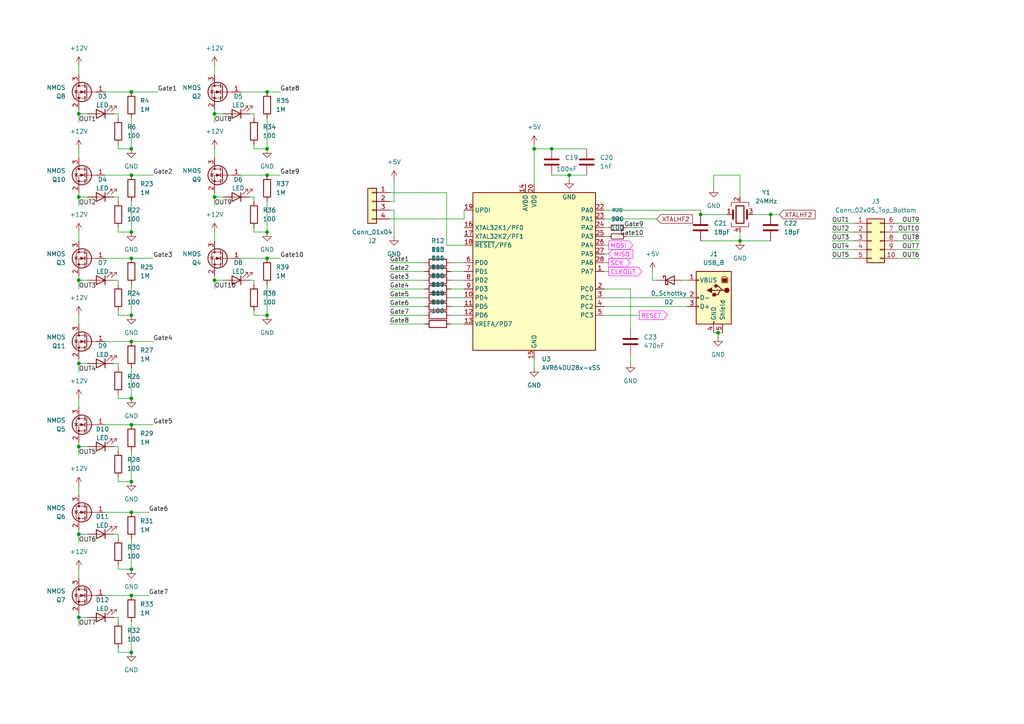
<source format=kicad_sch>
(kicad_sch
	(version 20250114)
	(generator "eeschema")
	(generator_version "9.0")
	(uuid "c7e3e03c-c766-455a-9c32-65f13e9c69aa")
	(paper "A4")
	
	(junction
		(at 38.1 26.67)
		(diameter 0)
		(color 0 0 0 0)
		(uuid "165013a6-cd4e-4b5c-9e93-aed8784dc30d")
	)
	(junction
		(at 165.1 50.8)
		(diameter 0)
		(color 0 0 0 0)
		(uuid "199ac7d7-98f8-46ce-b9ba-fb8e6d8587ce")
	)
	(junction
		(at 223.52 62.23)
		(diameter 0)
		(color 0 0 0 0)
		(uuid "2068dc37-ae73-4328-bce6-3dc908106787")
	)
	(junction
		(at 38.1 67.31)
		(diameter 0)
		(color 0 0 0 0)
		(uuid "2a49f3e4-3972-4204-8f30-eacf8d67093c")
	)
	(junction
		(at 38.1 123.19)
		(diameter 0)
		(color 0 0 0 0)
		(uuid "2d0c7ed2-37cc-40f1-8a9e-813a61175b6d")
	)
	(junction
		(at 38.1 91.44)
		(diameter 0)
		(color 0 0 0 0)
		(uuid "356d1b55-29b1-4092-92ee-4510282ba747")
	)
	(junction
		(at 77.47 67.31)
		(diameter 0)
		(color 0 0 0 0)
		(uuid "46e81c35-5de4-45de-8534-a275dde9f2a3")
	)
	(junction
		(at 160.02 43.18)
		(diameter 0)
		(color 0 0 0 0)
		(uuid "551687f3-9051-4067-a076-98ac6a864c83")
	)
	(junction
		(at 77.47 26.67)
		(diameter 0)
		(color 0 0 0 0)
		(uuid "56b675f2-3595-44fe-9d8d-efad8ff3932b")
	)
	(junction
		(at 22.86 179.07)
		(diameter 0)
		(color 0 0 0 0)
		(uuid "5efef296-dedf-4236-8b33-fda6886488fb")
	)
	(junction
		(at 214.63 69.85)
		(diameter 0)
		(color 0 0 0 0)
		(uuid "5f3a549a-97f2-417c-b3b0-67ef53c9ddb1")
	)
	(junction
		(at 38.1 189.23)
		(diameter 0)
		(color 0 0 0 0)
		(uuid "61db0dcd-bd98-4cd9-a263-74617e629b5d")
	)
	(junction
		(at 62.23 57.15)
		(diameter 0)
		(color 0 0 0 0)
		(uuid "6a3e5f3d-9701-4eb9-b12f-9be8c55288c0")
	)
	(junction
		(at 77.47 91.44)
		(diameter 0)
		(color 0 0 0 0)
		(uuid "6e0c8b4d-7d92-43d8-bb49-29bbe3670f37")
	)
	(junction
		(at 77.47 74.93)
		(diameter 0)
		(color 0 0 0 0)
		(uuid "6ec307c4-ae9b-4fe2-b78d-0561ef9b546f")
	)
	(junction
		(at 38.1 172.72)
		(diameter 0)
		(color 0 0 0 0)
		(uuid "76b9e895-6cdc-42c2-93bd-286a49c8df3f")
	)
	(junction
		(at 77.47 50.8)
		(diameter 0)
		(color 0 0 0 0)
		(uuid "7e30d317-f90e-4d42-8842-aa4c9aadb24c")
	)
	(junction
		(at 62.23 33.02)
		(diameter 0)
		(color 0 0 0 0)
		(uuid "8b6301a9-c174-4835-996c-19867a304fa8")
	)
	(junction
		(at 22.86 129.54)
		(diameter 0)
		(color 0 0 0 0)
		(uuid "8c992dd1-a273-4cab-a4c3-3ec3d0963a2d")
	)
	(junction
		(at 208.28 96.52)
		(diameter 0)
		(color 0 0 0 0)
		(uuid "950a40d6-5ffc-4b20-a972-755d29a349e3")
	)
	(junction
		(at 62.23 81.28)
		(diameter 0)
		(color 0 0 0 0)
		(uuid "9ae97ce9-f15b-40cd-93e0-42e8a4fc5cc5")
	)
	(junction
		(at 203.2 62.23)
		(diameter 0)
		(color 0 0 0 0)
		(uuid "a4454c5a-4572-4474-aa21-5f4175c922b8")
	)
	(junction
		(at 22.86 154.94)
		(diameter 0)
		(color 0 0 0 0)
		(uuid "b5b41a39-e2b9-4b71-ac9f-f559557963e1")
	)
	(junction
		(at 22.86 33.02)
		(diameter 0)
		(color 0 0 0 0)
		(uuid "bc9b236c-cb5b-4e2b-acf1-a891f08f0fb3")
	)
	(junction
		(at 38.1 115.57)
		(diameter 0)
		(color 0 0 0 0)
		(uuid "bd2e2a91-d6d7-4cb8-a1da-2766d7fa314f")
	)
	(junction
		(at 38.1 165.1)
		(diameter 0)
		(color 0 0 0 0)
		(uuid "c661b7fc-b836-42a9-802a-f941b3b4b3d5")
	)
	(junction
		(at 38.1 139.7)
		(diameter 0)
		(color 0 0 0 0)
		(uuid "cdce8214-7b69-4ffb-98a5-5cd581d3f7a3")
	)
	(junction
		(at 22.86 57.15)
		(diameter 0)
		(color 0 0 0 0)
		(uuid "dad1f864-4bde-4a6a-9ffb-fcc44c2a8006")
	)
	(junction
		(at 38.1 43.18)
		(diameter 0)
		(color 0 0 0 0)
		(uuid "dd655d5a-9c0e-4198-808d-0d817ad5e057")
	)
	(junction
		(at 77.47 43.18)
		(diameter 0)
		(color 0 0 0 0)
		(uuid "dfb7f443-4bb3-418f-aad3-85ee4d1d2642")
	)
	(junction
		(at 154.94 43.18)
		(diameter 0)
		(color 0 0 0 0)
		(uuid "e3031def-d5a2-48ac-b694-779eab3bb025")
	)
	(junction
		(at 38.1 50.8)
		(diameter 0)
		(color 0 0 0 0)
		(uuid "e4dcd507-1127-4de8-9206-4a2de3b79036")
	)
	(junction
		(at 38.1 148.59)
		(diameter 0)
		(color 0 0 0 0)
		(uuid "e8cfdfeb-9678-42a8-95eb-109fff1c6d7b")
	)
	(junction
		(at 22.86 81.28)
		(diameter 0)
		(color 0 0 0 0)
		(uuid "ef272cc3-96d2-42ef-8e10-5b33022ca2c8")
	)
	(junction
		(at 22.86 105.41)
		(diameter 0)
		(color 0 0 0 0)
		(uuid "f46f1c9b-e40b-47fb-aee3-f72e750836d6")
	)
	(junction
		(at 38.1 99.06)
		(diameter 0)
		(color 0 0 0 0)
		(uuid "fc40fdb6-6f42-4a2f-972d-e64aa1f7f503")
	)
	(junction
		(at 38.1 74.93)
		(diameter 0)
		(color 0 0 0 0)
		(uuid "fed91e11-2817-42fb-80f4-c68d357de1b9")
	)
	(wire
		(pts
			(xy 175.26 68.58) (xy 176.53 68.58)
		)
		(stroke
			(width 0)
			(type default)
		)
		(uuid "02321a8e-3e62-4393-91bf-a3e2f13d782d")
	)
	(wire
		(pts
			(xy 160.02 43.18) (xy 170.18 43.18)
		)
		(stroke
			(width 0)
			(type default)
		)
		(uuid "03a95d77-8592-452d-9161-2e9251c7f317")
	)
	(wire
		(pts
			(xy 114.3 68.58) (xy 114.3 60.96)
		)
		(stroke
			(width 0)
			(type default)
		)
		(uuid "05d3ea53-cabd-4c8f-9b2a-56d9083a8337")
	)
	(wire
		(pts
			(xy 34.29 179.07) (xy 33.02 179.07)
		)
		(stroke
			(width 0)
			(type default)
		)
		(uuid "0672ae13-9623-452c-ae36-dc785977c98b")
	)
	(wire
		(pts
			(xy 129.54 71.12) (xy 134.62 71.12)
		)
		(stroke
			(width 0)
			(type default)
		)
		(uuid "09730e37-8a55-4003-93b9-2ad14c0bf3ce")
	)
	(wire
		(pts
			(xy 34.29 138.43) (xy 34.29 139.7)
		)
		(stroke
			(width 0)
			(type default)
		)
		(uuid "0b77d111-8751-44c9-8af5-96460a832359")
	)
	(wire
		(pts
			(xy 34.29 66.04) (xy 34.29 67.31)
		)
		(stroke
			(width 0)
			(type default)
		)
		(uuid "0cde9e2f-4158-4485-b1d0-fa5e224b27a0")
	)
	(wire
		(pts
			(xy 22.86 105.41) (xy 25.4 105.41)
		)
		(stroke
			(width 0)
			(type default)
		)
		(uuid "0d069cf7-2c5b-44d7-b5e5-3ab45b134157")
	)
	(wire
		(pts
			(xy 129.54 55.88) (xy 129.54 71.12)
		)
		(stroke
			(width 0)
			(type default)
		)
		(uuid "0d3946fa-4599-4222-9f3c-9326fddbe38f")
	)
	(wire
		(pts
			(xy 38.1 82.55) (xy 38.1 91.44)
		)
		(stroke
			(width 0)
			(type default)
		)
		(uuid "0de8af88-c45e-409c-846e-166211f0525b")
	)
	(wire
		(pts
			(xy 208.28 96.52) (xy 209.55 96.52)
		)
		(stroke
			(width 0)
			(type default)
		)
		(uuid "0f2ea540-c8a7-4c86-aeb7-7a6a4b6fb4cd")
	)
	(wire
		(pts
			(xy 34.29 34.29) (xy 34.29 33.02)
		)
		(stroke
			(width 0)
			(type default)
		)
		(uuid "0f3ddafc-0df8-43b4-b8be-e9b2ee97d145")
	)
	(wire
		(pts
			(xy 199.39 81.28) (xy 198.12 81.28)
		)
		(stroke
			(width 0)
			(type default)
		)
		(uuid "105cc793-3560-4639-a59a-b9ce34736c3c")
	)
	(wire
		(pts
			(xy 181.61 66.04) (xy 186.69 66.04)
		)
		(stroke
			(width 0)
			(type default)
		)
		(uuid "1314d10a-fdfd-4bc5-9e12-f3c44777bd0a")
	)
	(wire
		(pts
			(xy 130.81 83.82) (xy 134.62 83.82)
		)
		(stroke
			(width 0)
			(type default)
		)
		(uuid "15591f5d-c8ae-470c-a9ab-f528b36823a1")
	)
	(wire
		(pts
			(xy 62.23 19.05) (xy 62.23 21.59)
		)
		(stroke
			(width 0)
			(type default)
		)
		(uuid "16daeec8-a95a-48ff-bcb5-57adb29002f8")
	)
	(wire
		(pts
			(xy 22.86 19.05) (xy 22.86 21.59)
		)
		(stroke
			(width 0)
			(type default)
		)
		(uuid "1700bcf3-5aa0-4dc5-8d1e-b80ff49f006c")
	)
	(wire
		(pts
			(xy 130.81 93.98) (xy 134.62 93.98)
		)
		(stroke
			(width 0)
			(type default)
		)
		(uuid "1a41b6e0-0bf9-4b96-9a6e-0ed2871f64a7")
	)
	(wire
		(pts
			(xy 113.03 93.98) (xy 123.19 93.98)
		)
		(stroke
			(width 0)
			(type default)
		)
		(uuid "1a6dc28b-fce4-4bcd-9d45-122a1f73c7b3")
	)
	(wire
		(pts
			(xy 266.7 72.39) (xy 260.35 72.39)
		)
		(stroke
			(width 0)
			(type default)
		)
		(uuid "1b35541b-6394-4eec-9d1a-026c6ec43ad9")
	)
	(wire
		(pts
			(xy 38.1 130.81) (xy 38.1 139.7)
		)
		(stroke
			(width 0)
			(type default)
		)
		(uuid "20cde20f-66d5-451c-a93c-1bb6b90eb6fa")
	)
	(wire
		(pts
			(xy 73.66 82.55) (xy 73.66 81.28)
		)
		(stroke
			(width 0)
			(type default)
		)
		(uuid "228fbf12-5953-499c-a208-21ed21f4403a")
	)
	(wire
		(pts
			(xy 69.85 26.67) (xy 77.47 26.67)
		)
		(stroke
			(width 0)
			(type default)
		)
		(uuid "22a4782f-0316-41c2-857e-3cdda1f925b5")
	)
	(wire
		(pts
			(xy 62.23 67.31) (xy 62.23 69.85)
		)
		(stroke
			(width 0)
			(type default)
		)
		(uuid "23fc2fd7-93bb-48cc-9e90-951e650b9ef9")
	)
	(wire
		(pts
			(xy 175.26 60.96) (xy 203.2 60.96)
		)
		(stroke
			(width 0)
			(type default)
		)
		(uuid "2529e5a8-f6ae-4043-8783-eb047bea9626")
	)
	(wire
		(pts
			(xy 73.66 66.04) (xy 73.66 67.31)
		)
		(stroke
			(width 0)
			(type default)
		)
		(uuid "26433133-d4f7-4bce-befd-66fe29929536")
	)
	(wire
		(pts
			(xy 207.01 96.52) (xy 208.28 96.52)
		)
		(stroke
			(width 0)
			(type default)
		)
		(uuid "28bcecaa-d993-4dd2-99c4-012607f46b8d")
	)
	(wire
		(pts
			(xy 73.66 33.02) (xy 72.39 33.02)
		)
		(stroke
			(width 0)
			(type default)
		)
		(uuid "28be73b4-c48e-47cb-8aad-7429a2245668")
	)
	(wire
		(pts
			(xy 38.1 139.7) (xy 34.29 139.7)
		)
		(stroke
			(width 0)
			(type default)
		)
		(uuid "2c091cad-30b3-4e29-a512-4a7213be1a02")
	)
	(wire
		(pts
			(xy 203.2 60.96) (xy 203.2 62.23)
		)
		(stroke
			(width 0)
			(type default)
		)
		(uuid "2ea4a9bd-8122-41ac-ba5f-54dac953df6b")
	)
	(wire
		(pts
			(xy 34.29 163.83) (xy 34.29 165.1)
		)
		(stroke
			(width 0)
			(type default)
		)
		(uuid "2fdd47c0-9db5-4051-bd63-06961c49ddd3")
	)
	(wire
		(pts
			(xy 154.94 43.18) (xy 154.94 53.34)
		)
		(stroke
			(width 0)
			(type default)
		)
		(uuid "304adad8-a1ed-4efa-9bb4-3ba78174a4d3")
	)
	(wire
		(pts
			(xy 77.47 82.55) (xy 77.47 91.44)
		)
		(stroke
			(width 0)
			(type default)
		)
		(uuid "305b91cb-c962-4838-a2e9-e37f3af06452")
	)
	(wire
		(pts
			(xy 38.1 148.59) (xy 43.18 148.59)
		)
		(stroke
			(width 0)
			(type default)
		)
		(uuid "30c8bddf-b10f-43eb-b160-82c53339f143")
	)
	(wire
		(pts
			(xy 30.48 148.59) (xy 38.1 148.59)
		)
		(stroke
			(width 0)
			(type default)
		)
		(uuid "310bba15-1b91-4f96-915e-38869e70f5d4")
	)
	(wire
		(pts
			(xy 114.3 52.07) (xy 114.3 58.42)
		)
		(stroke
			(width 0)
			(type default)
		)
		(uuid "32022123-84b1-4083-a551-cb82e7d28aec")
	)
	(wire
		(pts
			(xy 130.81 91.44) (xy 134.62 91.44)
		)
		(stroke
			(width 0)
			(type default)
		)
		(uuid "32986445-87be-427e-99a5-16b8a4e50f1f")
	)
	(wire
		(pts
			(xy 22.86 104.14) (xy 22.86 105.41)
		)
		(stroke
			(width 0)
			(type default)
		)
		(uuid "352bd616-4a25-4d25-a9db-c79f688d7e48")
	)
	(wire
		(pts
			(xy 207.01 50.8) (xy 207.01 54.61)
		)
		(stroke
			(width 0)
			(type default)
		)
		(uuid "35a3df3a-3dc0-4519-ae7c-0f76b3da010c")
	)
	(wire
		(pts
			(xy 62.23 57.15) (xy 62.23 59.69)
		)
		(stroke
			(width 0)
			(type default)
		)
		(uuid "3a03a716-056f-403f-9a95-e8cef497f4e2")
	)
	(wire
		(pts
			(xy 73.66 90.17) (xy 73.66 91.44)
		)
		(stroke
			(width 0)
			(type default)
		)
		(uuid "3a521ee7-29ad-40fc-822f-0655b4101ab8")
	)
	(wire
		(pts
			(xy 223.52 62.23) (xy 226.06 62.23)
		)
		(stroke
			(width 0)
			(type default)
		)
		(uuid "3b2841c7-feac-48c6-96e3-ee892d141ca8")
	)
	(wire
		(pts
			(xy 62.23 43.18) (xy 62.23 45.72)
		)
		(stroke
			(width 0)
			(type default)
		)
		(uuid "423667a1-e6f8-41c3-879c-36d151d5623c")
	)
	(wire
		(pts
			(xy 38.1 34.29) (xy 38.1 43.18)
		)
		(stroke
			(width 0)
			(type default)
		)
		(uuid "42de4e70-c0c0-4046-91e8-1f32ea568e0b")
	)
	(wire
		(pts
			(xy 266.7 69.85) (xy 260.35 69.85)
		)
		(stroke
			(width 0)
			(type default)
		)
		(uuid "475ee3ae-8e84-41e4-a93e-1d6b209dfb35")
	)
	(wire
		(pts
			(xy 34.29 130.81) (xy 34.29 129.54)
		)
		(stroke
			(width 0)
			(type default)
		)
		(uuid "48585ee6-8e0f-4e42-8824-deb36d626212")
	)
	(wire
		(pts
			(xy 214.63 57.15) (xy 214.63 50.8)
		)
		(stroke
			(width 0)
			(type default)
		)
		(uuid "49073399-fd87-4fef-a18c-4ea39840f006")
	)
	(wire
		(pts
			(xy 38.1 58.42) (xy 38.1 67.31)
		)
		(stroke
			(width 0)
			(type default)
		)
		(uuid "4db4192a-99e9-46f4-9092-5aa76020a3fb")
	)
	(wire
		(pts
			(xy 114.3 58.42) (xy 113.03 58.42)
		)
		(stroke
			(width 0)
			(type default)
		)
		(uuid "4de3481d-f4df-4bfa-8570-60fa1a10f022")
	)
	(wire
		(pts
			(xy 77.47 34.29) (xy 77.47 43.18)
		)
		(stroke
			(width 0)
			(type default)
		)
		(uuid "4e3b30c5-d5ec-49f1-ac42-b725332ceb60")
	)
	(wire
		(pts
			(xy 34.29 58.42) (xy 34.29 57.15)
		)
		(stroke
			(width 0)
			(type default)
		)
		(uuid "5038202d-71bf-4eaa-947d-06f25a3c11d4")
	)
	(wire
		(pts
			(xy 214.63 69.85) (xy 223.52 69.85)
		)
		(stroke
			(width 0)
			(type default)
		)
		(uuid "504d4b99-8e04-4219-9411-af703873aed9")
	)
	(wire
		(pts
			(xy 73.66 34.29) (xy 73.66 33.02)
		)
		(stroke
			(width 0)
			(type default)
		)
		(uuid "525efab2-673f-4ef8-954b-6b13dbd2349f")
	)
	(wire
		(pts
			(xy 38.1 172.72) (xy 43.18 172.72)
		)
		(stroke
			(width 0)
			(type default)
		)
		(uuid "538a4f01-87ec-4496-b38e-620b8b3ef719")
	)
	(wire
		(pts
			(xy 130.81 76.2) (xy 134.62 76.2)
		)
		(stroke
			(width 0)
			(type default)
		)
		(uuid "54a817cd-843a-4c57-97ce-25e77fe5a234")
	)
	(wire
		(pts
			(xy 175.26 63.5) (xy 190.5 63.5)
		)
		(stroke
			(width 0)
			(type default)
		)
		(uuid "54ee6d19-6156-4b2d-9097-7d06a2de2402")
	)
	(wire
		(pts
			(xy 34.29 81.28) (xy 33.02 81.28)
		)
		(stroke
			(width 0)
			(type default)
		)
		(uuid "5701a127-b53e-49f7-a81b-45eedcbd6c74")
	)
	(wire
		(pts
			(xy 189.23 78.74) (xy 189.23 81.28)
		)
		(stroke
			(width 0)
			(type default)
		)
		(uuid "57321691-4ad9-4f97-82ef-3e3f28751d28")
	)
	(wire
		(pts
			(xy 130.81 78.74) (xy 134.62 78.74)
		)
		(stroke
			(width 0)
			(type default)
		)
		(uuid "5878df80-850f-43a1-98fe-7fc1ccdc534b")
	)
	(wire
		(pts
			(xy 38.1 91.44) (xy 34.29 91.44)
		)
		(stroke
			(width 0)
			(type default)
		)
		(uuid "5d916580-e6f7-400f-82ae-d969ce33c104")
	)
	(wire
		(pts
			(xy 69.85 74.93) (xy 77.47 74.93)
		)
		(stroke
			(width 0)
			(type default)
		)
		(uuid "5e626b33-138d-4eea-a9b4-1ce220b11a10")
	)
	(wire
		(pts
			(xy 77.47 74.93) (xy 81.28 74.93)
		)
		(stroke
			(width 0)
			(type default)
		)
		(uuid "5f1631e7-edce-410b-aa31-c3b3a94bbeae")
	)
	(wire
		(pts
			(xy 266.7 67.31) (xy 260.35 67.31)
		)
		(stroke
			(width 0)
			(type default)
		)
		(uuid "60efe813-9eee-4dac-a14c-c6ccaca6ba9a")
	)
	(wire
		(pts
			(xy 175.26 76.2) (xy 176.53 76.2)
		)
		(stroke
			(width 0)
			(type default)
		)
		(uuid "60f70d1f-caed-4623-95ba-f28655e1c524")
	)
	(wire
		(pts
			(xy 73.66 58.42) (xy 73.66 57.15)
		)
		(stroke
			(width 0)
			(type default)
		)
		(uuid "6124f714-d117-41b9-bf45-b5e7bc8cdcfc")
	)
	(wire
		(pts
			(xy 77.47 67.31) (xy 73.66 67.31)
		)
		(stroke
			(width 0)
			(type default)
		)
		(uuid "6178301f-f5ab-4820-ae99-ba8b1b824040")
	)
	(wire
		(pts
			(xy 165.1 50.8) (xy 165.1 52.07)
		)
		(stroke
			(width 0)
			(type default)
		)
		(uuid "61ef5492-7338-4db9-8d11-ecd21ac228b2")
	)
	(wire
		(pts
			(xy 77.47 43.18) (xy 73.66 43.18)
		)
		(stroke
			(width 0)
			(type default)
		)
		(uuid "62ded003-be6c-46f2-8727-5e03878c2f75")
	)
	(wire
		(pts
			(xy 34.29 154.94) (xy 33.02 154.94)
		)
		(stroke
			(width 0)
			(type default)
		)
		(uuid "64c5d5af-6ea4-47c4-84af-8e7da5701717")
	)
	(wire
		(pts
			(xy 38.1 50.8) (xy 44.45 50.8)
		)
		(stroke
			(width 0)
			(type default)
		)
		(uuid "6813bd52-aa60-4364-a8be-3530ae8838e9")
	)
	(wire
		(pts
			(xy 129.54 55.88) (xy 113.03 55.88)
		)
		(stroke
			(width 0)
			(type default)
		)
		(uuid "68952129-dd46-4b6c-b61c-0e21d09e9f09")
	)
	(wire
		(pts
			(xy 154.94 104.14) (xy 154.94 106.68)
		)
		(stroke
			(width 0)
			(type default)
		)
		(uuid "68ae63b2-c078-4307-adb5-1b6e85336571")
	)
	(wire
		(pts
			(xy 165.1 50.8) (xy 170.18 50.8)
		)
		(stroke
			(width 0)
			(type default)
		)
		(uuid "697a216a-cdb0-4b5a-8cca-9cbbbe58e2a1")
	)
	(wire
		(pts
			(xy 134.62 63.5) (xy 134.62 60.96)
		)
		(stroke
			(width 0)
			(type default)
		)
		(uuid "6ec33075-4c17-4725-827f-8c7f2f1f7bbc")
	)
	(wire
		(pts
			(xy 22.86 81.28) (xy 22.86 83.82)
		)
		(stroke
			(width 0)
			(type default)
		)
		(uuid "6f1706d3-7675-4962-a456-5a0a429f213f")
	)
	(wire
		(pts
			(xy 175.26 73.66) (xy 176.53 73.66)
		)
		(stroke
			(width 0)
			(type default)
		)
		(uuid "70c14006-1aa3-4b02-9240-c129a76236e0")
	)
	(wire
		(pts
			(xy 38.1 115.57) (xy 34.29 115.57)
		)
		(stroke
			(width 0)
			(type default)
		)
		(uuid "7224eb4a-3def-40fe-8d8f-32b3343d3206")
	)
	(wire
		(pts
			(xy 113.03 88.9) (xy 123.19 88.9)
		)
		(stroke
			(width 0)
			(type default)
		)
		(uuid "72ad70c4-9c4a-4f38-b7dd-a79d0e45a68d")
	)
	(wire
		(pts
			(xy 218.44 62.23) (xy 223.52 62.23)
		)
		(stroke
			(width 0)
			(type default)
		)
		(uuid "730686f6-26b3-46ed-9cc4-36f365c26ab0")
	)
	(wire
		(pts
			(xy 182.88 83.82) (xy 182.88 95.25)
		)
		(stroke
			(width 0)
			(type default)
		)
		(uuid "73b9d0f6-69c2-4f9d-bb84-f5f8f98f982b")
	)
	(wire
		(pts
			(xy 30.48 123.19) (xy 38.1 123.19)
		)
		(stroke
			(width 0)
			(type default)
		)
		(uuid "752cdb18-ab80-48f2-bdf1-040ea7e7922a")
	)
	(wire
		(pts
			(xy 22.86 43.18) (xy 22.86 45.72)
		)
		(stroke
			(width 0)
			(type default)
		)
		(uuid "775fe633-3876-4302-84d2-202c9c637d57")
	)
	(wire
		(pts
			(xy 73.66 41.91) (xy 73.66 43.18)
		)
		(stroke
			(width 0)
			(type default)
		)
		(uuid "777bd11a-f1b1-458a-b5b4-42a2f11a9723")
	)
	(wire
		(pts
			(xy 62.23 33.02) (xy 64.77 33.02)
		)
		(stroke
			(width 0)
			(type default)
		)
		(uuid "7b3bad4d-e501-473e-b930-32489403e310")
	)
	(wire
		(pts
			(xy 182.88 102.87) (xy 182.88 105.41)
		)
		(stroke
			(width 0)
			(type default)
		)
		(uuid "7b758435-65a8-4476-bdd4-2167b5471942")
	)
	(wire
		(pts
			(xy 34.29 33.02) (xy 33.02 33.02)
		)
		(stroke
			(width 0)
			(type default)
		)
		(uuid "7c87efb8-fe58-4a93-9566-1900826ea83f")
	)
	(wire
		(pts
			(xy 34.29 90.17) (xy 34.29 91.44)
		)
		(stroke
			(width 0)
			(type default)
		)
		(uuid "7d2d2876-32f3-477c-ae93-49d22259767a")
	)
	(wire
		(pts
			(xy 113.03 86.36) (xy 123.19 86.36)
		)
		(stroke
			(width 0)
			(type default)
		)
		(uuid "7ff7f001-44a5-4ba3-ae56-fc4bc65683af")
	)
	(wire
		(pts
			(xy 22.86 81.28) (xy 25.4 81.28)
		)
		(stroke
			(width 0)
			(type default)
		)
		(uuid "8059edec-53f4-4ef2-8fe7-07a61d49cb33")
	)
	(wire
		(pts
			(xy 62.23 81.28) (xy 64.77 81.28)
		)
		(stroke
			(width 0)
			(type default)
		)
		(uuid "820053fa-f2d7-4f13-b946-cb40f55f000e")
	)
	(wire
		(pts
			(xy 22.86 128.27) (xy 22.86 129.54)
		)
		(stroke
			(width 0)
			(type default)
		)
		(uuid "84640697-d643-409f-8a65-2ec7d04ba266")
	)
	(wire
		(pts
			(xy 22.86 154.94) (xy 22.86 157.48)
		)
		(stroke
			(width 0)
			(type default)
		)
		(uuid "85b88a37-3b9f-490e-b814-49060574c9a8")
	)
	(wire
		(pts
			(xy 34.29 57.15) (xy 33.02 57.15)
		)
		(stroke
			(width 0)
			(type default)
		)
		(uuid "85cab94e-4445-4490-9804-b79466d8463d")
	)
	(wire
		(pts
			(xy 34.29 82.55) (xy 34.29 81.28)
		)
		(stroke
			(width 0)
			(type default)
		)
		(uuid "86907063-d24d-46b4-adc9-8349d34f5701")
	)
	(wire
		(pts
			(xy 62.23 80.01) (xy 62.23 81.28)
		)
		(stroke
			(width 0)
			(type default)
		)
		(uuid "8761957a-2d54-4351-9a2b-edf95a00464b")
	)
	(wire
		(pts
			(xy 113.03 83.82) (xy 123.19 83.82)
		)
		(stroke
			(width 0)
			(type default)
		)
		(uuid "8765db57-c904-4828-b273-4cc3d93f58ad")
	)
	(wire
		(pts
			(xy 154.94 43.18) (xy 160.02 43.18)
		)
		(stroke
			(width 0)
			(type default)
		)
		(uuid "88485dbd-c409-4aa6-bea8-1a658fadd91f")
	)
	(wire
		(pts
			(xy 22.86 33.02) (xy 22.86 35.56)
		)
		(stroke
			(width 0)
			(type default)
		)
		(uuid "88c67316-2d70-47bd-9948-669b0fec797d")
	)
	(wire
		(pts
			(xy 38.1 43.18) (xy 34.29 43.18)
		)
		(stroke
			(width 0)
			(type default)
		)
		(uuid "8a5c3280-3b6c-4e45-afcd-56158ffc2c80")
	)
	(wire
		(pts
			(xy 175.26 66.04) (xy 176.53 66.04)
		)
		(stroke
			(width 0)
			(type default)
		)
		(uuid "8b3bd456-8a65-433b-a40d-0cb81442ba00")
	)
	(wire
		(pts
			(xy 30.48 74.93) (xy 38.1 74.93)
		)
		(stroke
			(width 0)
			(type default)
		)
		(uuid "8b848283-2c56-48a3-baad-fd714e649b5f")
	)
	(wire
		(pts
			(xy 22.86 115.57) (xy 22.86 118.11)
		)
		(stroke
			(width 0)
			(type default)
		)
		(uuid "8c2714c3-bac8-43b3-b2f6-d4a58aa2e540")
	)
	(wire
		(pts
			(xy 175.26 78.74) (xy 176.53 78.74)
		)
		(stroke
			(width 0)
			(type default)
		)
		(uuid "8c39916c-251f-454a-8073-b7b4a6e11776")
	)
	(wire
		(pts
			(xy 38.1 106.68) (xy 38.1 115.57)
		)
		(stroke
			(width 0)
			(type default)
		)
		(uuid "8d42eb49-9fde-4996-8711-ebf9e5f7a01c")
	)
	(wire
		(pts
			(xy 175.26 83.82) (xy 182.88 83.82)
		)
		(stroke
			(width 0)
			(type default)
		)
		(uuid "8ea670df-5312-45c5-91b1-1159e2d94050")
	)
	(wire
		(pts
			(xy 22.86 129.54) (xy 22.86 132.08)
		)
		(stroke
			(width 0)
			(type default)
		)
		(uuid "8ef08241-0e0a-4622-971c-d6258c278ff7")
	)
	(wire
		(pts
			(xy 38.1 123.19) (xy 44.45 123.19)
		)
		(stroke
			(width 0)
			(type default)
		)
		(uuid "8fc418ad-59b4-4060-9287-864300145ceb")
	)
	(wire
		(pts
			(xy 34.29 187.96) (xy 34.29 189.23)
		)
		(stroke
			(width 0)
			(type default)
		)
		(uuid "90849581-8a92-4c89-a079-84ce85af1f0d")
	)
	(wire
		(pts
			(xy 113.03 91.44) (xy 123.19 91.44)
		)
		(stroke
			(width 0)
			(type default)
		)
		(uuid "9184a2e9-3ab9-4508-b821-13ba6378941f")
	)
	(wire
		(pts
			(xy 266.7 64.77) (xy 260.35 64.77)
		)
		(stroke
			(width 0)
			(type default)
		)
		(uuid "93d1efd2-b1ef-4fbb-b8e2-2b0d5921badb")
	)
	(wire
		(pts
			(xy 241.3 64.77) (xy 247.65 64.77)
		)
		(stroke
			(width 0)
			(type default)
		)
		(uuid "954fed37-ce56-4009-8e7f-dcf320aede42")
	)
	(wire
		(pts
			(xy 130.81 86.36) (xy 134.62 86.36)
		)
		(stroke
			(width 0)
			(type default)
		)
		(uuid "960e2d6a-6059-4bc7-90e0-32b00efe2b2c")
	)
	(wire
		(pts
			(xy 34.29 105.41) (xy 33.02 105.41)
		)
		(stroke
			(width 0)
			(type default)
		)
		(uuid "970c4df6-00e5-4a28-aec2-6ca35c7d1af0")
	)
	(wire
		(pts
			(xy 62.23 55.88) (xy 62.23 57.15)
		)
		(stroke
			(width 0)
			(type default)
		)
		(uuid "97567239-891d-4d95-8419-b38df6864dee")
	)
	(wire
		(pts
			(xy 22.86 31.75) (xy 22.86 33.02)
		)
		(stroke
			(width 0)
			(type default)
		)
		(uuid "98a7f011-6fd8-4477-9801-41d03253057d")
	)
	(wire
		(pts
			(xy 38.1 67.31) (xy 34.29 67.31)
		)
		(stroke
			(width 0)
			(type default)
		)
		(uuid "9c8cec9f-aab2-41c2-a300-ce23bf584ebe")
	)
	(wire
		(pts
			(xy 69.85 50.8) (xy 77.47 50.8)
		)
		(stroke
			(width 0)
			(type default)
		)
		(uuid "9cd95da5-b4ec-481f-883d-0de1d3def8e8")
	)
	(wire
		(pts
			(xy 30.48 172.72) (xy 38.1 172.72)
		)
		(stroke
			(width 0)
			(type default)
		)
		(uuid "9d1a1a6d-8be7-4384-95b9-ae06b004a2dc")
	)
	(wire
		(pts
			(xy 30.48 26.67) (xy 38.1 26.67)
		)
		(stroke
			(width 0)
			(type default)
		)
		(uuid "a0cd1a9c-51e0-4aed-85be-81e07d69d7a3")
	)
	(wire
		(pts
			(xy 34.29 156.21) (xy 34.29 154.94)
		)
		(stroke
			(width 0)
			(type default)
		)
		(uuid "a2a3656d-3a98-4bcc-b707-9140ed928e5d")
	)
	(wire
		(pts
			(xy 34.29 41.91) (xy 34.29 43.18)
		)
		(stroke
			(width 0)
			(type default)
		)
		(uuid "a301085d-3447-4e10-9051-855709cb95d6")
	)
	(wire
		(pts
			(xy 203.2 69.85) (xy 214.63 69.85)
		)
		(stroke
			(width 0)
			(type default)
		)
		(uuid "a396d0b6-2c59-4ac7-95a6-9f71f03959e8")
	)
	(wire
		(pts
			(xy 241.3 74.93) (xy 247.65 74.93)
		)
		(stroke
			(width 0)
			(type default)
		)
		(uuid "a433fef5-f242-45a0-befb-a3f9f2845480")
	)
	(wire
		(pts
			(xy 189.23 81.28) (xy 190.5 81.28)
		)
		(stroke
			(width 0)
			(type default)
		)
		(uuid "a866040e-4a32-4074-ad50-c56effb0617d")
	)
	(wire
		(pts
			(xy 22.86 179.07) (xy 25.4 179.07)
		)
		(stroke
			(width 0)
			(type default)
		)
		(uuid "a8b17cd0-b9cd-4286-8da4-2da96aadd1b0")
	)
	(wire
		(pts
			(xy 22.86 165.1) (xy 22.86 167.64)
		)
		(stroke
			(width 0)
			(type default)
		)
		(uuid "a8f619e5-12a5-49ad-bae5-0dddf7b4eb00")
	)
	(wire
		(pts
			(xy 62.23 31.75) (xy 62.23 33.02)
		)
		(stroke
			(width 0)
			(type default)
		)
		(uuid "a9e4bdbf-91d5-4356-bcdd-4336858a82ff")
	)
	(wire
		(pts
			(xy 22.86 153.67) (xy 22.86 154.94)
		)
		(stroke
			(width 0)
			(type default)
		)
		(uuid "ac0f46d6-ae25-4f89-8e01-80a3da73beea")
	)
	(wire
		(pts
			(xy 154.94 41.91) (xy 154.94 43.18)
		)
		(stroke
			(width 0)
			(type default)
		)
		(uuid "acce6ff8-a611-4e7b-9edd-384dc56237c4")
	)
	(wire
		(pts
			(xy 214.63 67.31) (xy 214.63 69.85)
		)
		(stroke
			(width 0)
			(type default)
		)
		(uuid "b1c909ba-9475-4cb6-aee3-c72f2b973328")
	)
	(wire
		(pts
			(xy 38.1 156.21) (xy 38.1 165.1)
		)
		(stroke
			(width 0)
			(type default)
		)
		(uuid "b1dd24dd-faa2-48b6-98c6-7cbf87d41921")
	)
	(wire
		(pts
			(xy 208.28 96.52) (xy 208.28 97.79)
		)
		(stroke
			(width 0)
			(type default)
		)
		(uuid "b1f3550d-1052-48e7-b0f8-3d7df70f9dd8")
	)
	(wire
		(pts
			(xy 38.1 74.93) (xy 44.45 74.93)
		)
		(stroke
			(width 0)
			(type default)
		)
		(uuid "b2b097b6-b41a-4a8c-a11e-66ff2b3cd7c6")
	)
	(wire
		(pts
			(xy 22.86 129.54) (xy 25.4 129.54)
		)
		(stroke
			(width 0)
			(type default)
		)
		(uuid "b67b8f9f-3371-4084-8a58-342d38274943")
	)
	(wire
		(pts
			(xy 22.86 57.15) (xy 25.4 57.15)
		)
		(stroke
			(width 0)
			(type default)
		)
		(uuid "b6e3e176-2abd-469f-8010-71c39f092a97")
	)
	(wire
		(pts
			(xy 22.86 154.94) (xy 25.4 154.94)
		)
		(stroke
			(width 0)
			(type default)
		)
		(uuid "b7a35eab-b950-4bbf-8137-db8c74b81390")
	)
	(wire
		(pts
			(xy 30.48 99.06) (xy 38.1 99.06)
		)
		(stroke
			(width 0)
			(type default)
		)
		(uuid "b9b224bc-06ec-4c7f-95a8-d6fbc8965238")
	)
	(wire
		(pts
			(xy 113.03 60.96) (xy 114.3 60.96)
		)
		(stroke
			(width 0)
			(type default)
		)
		(uuid "bb805a89-56fe-43fd-8e8c-9d3c7752e5ea")
	)
	(wire
		(pts
			(xy 38.1 180.34) (xy 38.1 189.23)
		)
		(stroke
			(width 0)
			(type default)
		)
		(uuid "bb989006-6da2-450a-ab8e-ae0af264b1c9")
	)
	(wire
		(pts
			(xy 113.03 81.28) (xy 123.19 81.28)
		)
		(stroke
			(width 0)
			(type default)
		)
		(uuid "bd9a49af-da70-4f49-bbd9-160c65d281c8")
	)
	(wire
		(pts
			(xy 214.63 50.8) (xy 207.01 50.8)
		)
		(stroke
			(width 0)
			(type default)
		)
		(uuid "c2026587-c449-468b-ad4b-e711da8afe18")
	)
	(wire
		(pts
			(xy 113.03 63.5) (xy 134.62 63.5)
		)
		(stroke
			(width 0)
			(type default)
		)
		(uuid "c483dddd-e741-4076-b946-acadc044d648")
	)
	(wire
		(pts
			(xy 22.86 80.01) (xy 22.86 81.28)
		)
		(stroke
			(width 0)
			(type default)
		)
		(uuid "c69e21a2-be53-4aff-a0b4-84d04cc35245")
	)
	(wire
		(pts
			(xy 77.47 50.8) (xy 81.28 50.8)
		)
		(stroke
			(width 0)
			(type default)
		)
		(uuid "c9b7c652-3f57-4299-9dfa-ed1ee8480557")
	)
	(wire
		(pts
			(xy 22.86 105.41) (xy 22.86 107.95)
		)
		(stroke
			(width 0)
			(type default)
		)
		(uuid "cac1f9fc-a635-4505-82ac-ede2c4f4856c")
	)
	(wire
		(pts
			(xy 34.29 106.68) (xy 34.29 105.41)
		)
		(stroke
			(width 0)
			(type default)
		)
		(uuid "cb742da5-65ba-44e3-b223-57c3b68ef585")
	)
	(wire
		(pts
			(xy 34.29 114.3) (xy 34.29 115.57)
		)
		(stroke
			(width 0)
			(type default)
		)
		(uuid "cbb54c13-e1a1-477a-8cff-672522c6b34d")
	)
	(wire
		(pts
			(xy 175.26 91.44) (xy 185.42 91.44)
		)
		(stroke
			(width 0)
			(type default)
		)
		(uuid "cc105d8a-6f5c-47da-8fa3-64f0486472fd")
	)
	(wire
		(pts
			(xy 62.23 81.28) (xy 62.23 83.82)
		)
		(stroke
			(width 0)
			(type default)
		)
		(uuid "cc9826c9-8c24-4a66-8a13-faa23c3b7a80")
	)
	(wire
		(pts
			(xy 241.3 72.39) (xy 247.65 72.39)
		)
		(stroke
			(width 0)
			(type default)
		)
		(uuid "cd199199-bd9a-4b18-9056-777efeb12689")
	)
	(wire
		(pts
			(xy 38.1 99.06) (xy 44.45 99.06)
		)
		(stroke
			(width 0)
			(type default)
		)
		(uuid "cd4f4dcd-67b1-48ce-8920-1db0d8cd0a04")
	)
	(wire
		(pts
			(xy 62.23 33.02) (xy 62.23 35.56)
		)
		(stroke
			(width 0)
			(type default)
		)
		(uuid "cf0da076-7578-4cd0-8ff1-397f07e52e03")
	)
	(wire
		(pts
			(xy 38.1 165.1) (xy 34.29 165.1)
		)
		(stroke
			(width 0)
			(type default)
		)
		(uuid "d13b906f-66d0-4f06-9a09-ea89fbe79a97")
	)
	(wire
		(pts
			(xy 175.26 71.12) (xy 176.53 71.12)
		)
		(stroke
			(width 0)
			(type default)
		)
		(uuid "d202b525-3a45-43bb-9ac4-3f438e7d17b0")
	)
	(wire
		(pts
			(xy 22.86 177.8) (xy 22.86 179.07)
		)
		(stroke
			(width 0)
			(type default)
		)
		(uuid "d3e5a334-0081-4b0a-bb87-a52b33ae3a0a")
	)
	(wire
		(pts
			(xy 22.86 179.07) (xy 22.86 181.61)
		)
		(stroke
			(width 0)
			(type default)
		)
		(uuid "d4b92dfa-dd60-4f0e-b5c4-bda9b6751e4a")
	)
	(wire
		(pts
			(xy 160.02 50.8) (xy 165.1 50.8)
		)
		(stroke
			(width 0)
			(type default)
		)
		(uuid "d55cc02c-18b2-407f-8bc7-9a8e8660d88f")
	)
	(wire
		(pts
			(xy 175.26 88.9) (xy 199.39 88.9)
		)
		(stroke
			(width 0)
			(type default)
		)
		(uuid "d56bf908-d3a4-4af1-9a59-050942fa877d")
	)
	(wire
		(pts
			(xy 77.47 58.42) (xy 77.47 67.31)
		)
		(stroke
			(width 0)
			(type default)
		)
		(uuid "d7314f31-bb24-4f82-b20f-48a2c721e753")
	)
	(wire
		(pts
			(xy 73.66 81.28) (xy 72.39 81.28)
		)
		(stroke
			(width 0)
			(type default)
		)
		(uuid "d7ddc351-00fa-48bf-b3e0-c23c58b5ea46")
	)
	(wire
		(pts
			(xy 130.81 81.28) (xy 134.62 81.28)
		)
		(stroke
			(width 0)
			(type default)
		)
		(uuid "da5dd199-f44e-4dc3-8faf-2331da4d083c")
	)
	(wire
		(pts
			(xy 266.7 74.93) (xy 260.35 74.93)
		)
		(stroke
			(width 0)
			(type default)
		)
		(uuid "db05c453-74ea-4d98-9de0-634c06bc27a0")
	)
	(wire
		(pts
			(xy 62.23 57.15) (xy 64.77 57.15)
		)
		(stroke
			(width 0)
			(type default)
		)
		(uuid "dcceee65-caf9-4e7b-9166-b9c59ca006b0")
	)
	(wire
		(pts
			(xy 22.86 57.15) (xy 22.86 59.69)
		)
		(stroke
			(width 0)
			(type default)
		)
		(uuid "def3d3bd-0409-473f-bf73-eb8c1057c1dd")
	)
	(wire
		(pts
			(xy 38.1 189.23) (xy 34.29 189.23)
		)
		(stroke
			(width 0)
			(type default)
		)
		(uuid "dfd41f60-f65f-4907-af43-acdaef63fd98")
	)
	(wire
		(pts
			(xy 241.3 69.85) (xy 247.65 69.85)
		)
		(stroke
			(width 0)
			(type default)
		)
		(uuid "e0139df3-344e-49ce-851c-ca55ad562d85")
	)
	(wire
		(pts
			(xy 22.86 140.97) (xy 22.86 143.51)
		)
		(stroke
			(width 0)
			(type default)
		)
		(uuid "e6c2c8c1-7afc-405e-af38-e0a902c64ed6")
	)
	(wire
		(pts
			(xy 22.86 91.44) (xy 22.86 93.98)
		)
		(stroke
			(width 0)
			(type default)
		)
		(uuid "e70e3ca7-dafc-4511-96a2-d87481f2c81f")
	)
	(wire
		(pts
			(xy 73.66 57.15) (xy 72.39 57.15)
		)
		(stroke
			(width 0)
			(type default)
		)
		(uuid "e71b37ef-eb6f-4dd4-a71c-f71d6e1c3941")
	)
	(wire
		(pts
			(xy 181.61 68.58) (xy 186.69 68.58)
		)
		(stroke
			(width 0)
			(type default)
		)
		(uuid "e77c85bd-3b4f-4a1d-8bc9-837b814878fc")
	)
	(wire
		(pts
			(xy 203.2 62.23) (xy 210.82 62.23)
		)
		(stroke
			(width 0)
			(type default)
		)
		(uuid "e78db0c7-c9fd-4c52-9ebf-237e22317f4b")
	)
	(wire
		(pts
			(xy 130.81 88.9) (xy 134.62 88.9)
		)
		(stroke
			(width 0)
			(type default)
		)
		(uuid "eb2375a3-9a09-49d5-b85d-a12b708793c6")
	)
	(wire
		(pts
			(xy 34.29 180.34) (xy 34.29 179.07)
		)
		(stroke
			(width 0)
			(type default)
		)
		(uuid "ee987d74-1ce9-4d70-94f8-9441f232de90")
	)
	(wire
		(pts
			(xy 113.03 78.74) (xy 123.19 78.74)
		)
		(stroke
			(width 0)
			(type default)
		)
		(uuid "f0075883-8b02-4a9e-bdcc-734ce45ac176")
	)
	(wire
		(pts
			(xy 77.47 26.67) (xy 81.28 26.67)
		)
		(stroke
			(width 0)
			(type default)
		)
		(uuid "f1b50288-30a9-4fda-addb-27bfabdd3cdc")
	)
	(wire
		(pts
			(xy 175.26 86.36) (xy 199.39 86.36)
		)
		(stroke
			(width 0)
			(type default)
		)
		(uuid "f3e6c174-bd22-4f92-82d0-647e426f2231")
	)
	(wire
		(pts
			(xy 30.48 50.8) (xy 38.1 50.8)
		)
		(stroke
			(width 0)
			(type default)
		)
		(uuid "f496ec6d-ad9f-4da7-8041-fa8ec6cb9b17")
	)
	(wire
		(pts
			(xy 113.03 76.2) (xy 123.19 76.2)
		)
		(stroke
			(width 0)
			(type default)
		)
		(uuid "f49d3783-5464-44bd-954b-5326b7727b48")
	)
	(wire
		(pts
			(xy 241.3 67.31) (xy 247.65 67.31)
		)
		(stroke
			(width 0)
			(type default)
		)
		(uuid "f72860b7-5c02-4be6-891c-3355170706a1")
	)
	(wire
		(pts
			(xy 38.1 26.67) (xy 45.72 26.67)
		)
		(stroke
			(width 0)
			(type default)
		)
		(uuid "f7a1099e-e9f3-430e-b06e-d308a0c9de6b")
	)
	(wire
		(pts
			(xy 22.86 55.88) (xy 22.86 57.15)
		)
		(stroke
			(width 0)
			(type default)
		)
		(uuid "f953ee83-c40f-4fd9-8c7a-d9315547c614")
	)
	(wire
		(pts
			(xy 77.47 91.44) (xy 73.66 91.44)
		)
		(stroke
			(width 0)
			(type default)
		)
		(uuid "fa7b1d43-e0c5-4b06-91e3-972acf33f480")
	)
	(wire
		(pts
			(xy 34.29 129.54) (xy 33.02 129.54)
		)
		(stroke
			(width 0)
			(type default)
		)
		(uuid "fcacd313-4208-4796-8dd1-ae1b572582ac")
	)
	(wire
		(pts
			(xy 22.86 33.02) (xy 25.4 33.02)
		)
		(stroke
			(width 0)
			(type default)
		)
		(uuid "ff865722-70dc-4503-b0cc-f2cc2fc1476f")
	)
	(wire
		(pts
			(xy 22.86 67.31) (xy 22.86 69.85)
		)
		(stroke
			(width 0)
			(type default)
		)
		(uuid "ffc2c4ec-a412-4d0e-b7f4-b9c0b074a3f4")
	)
	(label "Gate7"
		(at 113.03 91.44 0)
		(effects
			(font
				(size 1.27 1.27)
			)
			(justify left bottom)
		)
		(uuid "0e2a2e77-e80f-4db2-8c92-b7276f17da75")
	)
	(label "OUT2"
		(at 241.3 67.31 0)
		(effects
			(font
				(size 1.27 1.27)
			)
			(justify left bottom)
		)
		(uuid "10a15f15-b9af-4e59-bd50-b360856b654b")
	)
	(label "Gate9"
		(at 81.28 50.8 0)
		(effects
			(font
				(size 1.27 1.27)
			)
			(justify left bottom)
		)
		(uuid "22d09159-0c85-4632-8525-1f2662e82c8f")
	)
	(label "Gate8"
		(at 81.28 26.67 0)
		(effects
			(font
				(size 1.27 1.27)
			)
			(justify left bottom)
		)
		(uuid "24a90c7b-3fb6-4db5-98c4-c7dd7dbeb49f")
	)
	(label "Gate5"
		(at 44.45 123.19 0)
		(effects
			(font
				(size 1.27 1.27)
			)
			(justify left bottom)
		)
		(uuid "2c8379c6-ecb0-486f-8e55-799d7e9a4dbb")
	)
	(label "OUT6"
		(at 22.86 157.48 0)
		(effects
			(font
				(size 1.27 1.27)
			)
			(justify left bottom)
		)
		(uuid "399df312-12e3-41c9-ae60-54279e433d1d")
	)
	(label "Gate10"
		(at 81.28 74.93 0)
		(effects
			(font
				(size 1.27 1.27)
			)
			(justify left bottom)
		)
		(uuid "4db39525-e33d-43d4-963f-ee007e5efcc7")
	)
	(label "OUT4"
		(at 22.86 107.95 0)
		(effects
			(font
				(size 1.27 1.27)
			)
			(justify left bottom)
		)
		(uuid "53ac1646-d6ec-4a54-96cc-1cbb17d6ccde")
	)
	(label "OUT7"
		(at 266.7 72.39 180)
		(effects
			(font
				(size 1.27 1.27)
			)
			(justify right bottom)
		)
		(uuid "541e9d74-b253-4ce5-abb8-9ee7ca9935fb")
	)
	(label "Gate10"
		(at 186.69 68.58 180)
		(effects
			(font
				(size 1.27 1.27)
			)
			(justify right bottom)
		)
		(uuid "5be209ea-f3af-438c-bd3d-e3ae8fef67b6")
	)
	(label "Gate2"
		(at 44.45 50.8 0)
		(effects
			(font
				(size 1.27 1.27)
			)
			(justify left bottom)
		)
		(uuid "5db5facc-a894-4236-bd6a-e5e509cfb138")
	)
	(label "Gate1"
		(at 45.72 26.67 0)
		(effects
			(font
				(size 1.27 1.27)
			)
			(justify left bottom)
		)
		(uuid "650ffe45-8b19-42c1-b58e-5c2792b1d22c")
	)
	(label "OUT1"
		(at 22.86 35.56 0)
		(effects
			(font
				(size 1.27 1.27)
			)
			(justify left bottom)
		)
		(uuid "65b866d5-7770-4152-8a22-2f5875127468")
	)
	(label "Gate3"
		(at 113.03 81.28 0)
		(effects
			(font
				(size 1.27 1.27)
			)
			(justify left bottom)
		)
		(uuid "6e0073dc-36fa-4091-8a60-0bb930c88bcf")
	)
	(label "Gate4"
		(at 44.45 99.06 0)
		(effects
			(font
				(size 1.27 1.27)
			)
			(justify left bottom)
		)
		(uuid "718ea7b4-b2c7-4d92-a280-21c4854349c2")
	)
	(label "Gate1"
		(at 113.03 76.2 0)
		(effects
			(font
				(size 1.27 1.27)
			)
			(justify left bottom)
		)
		(uuid "79005659-5873-4d2e-b78e-09acece143e7")
	)
	(label "Gate8"
		(at 113.03 93.98 0)
		(effects
			(font
				(size 1.27 1.27)
			)
			(justify left bottom)
		)
		(uuid "791d9f93-029a-431d-a212-6ee0b80cb54b")
	)
	(label "OUT3"
		(at 241.3 69.85 0)
		(effects
			(font
				(size 1.27 1.27)
			)
			(justify left bottom)
		)
		(uuid "7ff12a60-a04b-48a8-a08e-c91e70192fad")
	)
	(label "Gate5"
		(at 113.03 86.36 0)
		(effects
			(font
				(size 1.27 1.27)
			)
			(justify left bottom)
		)
		(uuid "83fd60da-9967-4cd8-8a0e-8b0bce809d30")
	)
	(label "OUT10"
		(at 62.23 83.82 0)
		(effects
			(font
				(size 1.27 1.27)
			)
			(justify left bottom)
		)
		(uuid "840ebcdb-23e6-40fc-b16f-3f5afa930d54")
	)
	(label "OUT5"
		(at 22.86 132.08 0)
		(effects
			(font
				(size 1.27 1.27)
			)
			(justify left bottom)
		)
		(uuid "8a93ace0-6f40-49cf-9b94-5861af2df9fb")
	)
	(label "Gate9"
		(at 186.69 66.04 180)
		(effects
			(font
				(size 1.27 1.27)
			)
			(justify right bottom)
		)
		(uuid "a46c9c1f-eafe-4629-8528-3fe48a76abd6")
	)
	(label "OUT4"
		(at 241.3 72.39 0)
		(effects
			(font
				(size 1.27 1.27)
			)
			(justify left bottom)
		)
		(uuid "a87319f7-a78d-4161-9dd0-8596b4b429d6")
	)
	(label "OUT9"
		(at 266.7 64.77 180)
		(effects
			(font
				(size 1.27 1.27)
			)
			(justify right bottom)
		)
		(uuid "a8fa4466-c87d-4f6a-bd80-461ab4b5b0d5")
	)
	(label "Gate6"
		(at 113.03 88.9 0)
		(effects
			(font
				(size 1.27 1.27)
			)
			(justify left bottom)
		)
		(uuid "aa19718e-4a7a-48db-8c98-95d0d71cc5e3")
	)
	(label "OUT5"
		(at 241.3 74.93 0)
		(effects
			(font
				(size 1.27 1.27)
			)
			(justify left bottom)
		)
		(uuid "ac03612b-a1a6-466e-a3ce-b1c5316ef6d5")
	)
	(label "Gate3"
		(at 44.45 74.93 0)
		(effects
			(font
				(size 1.27 1.27)
			)
			(justify left bottom)
		)
		(uuid "acffc518-58ed-4614-95b2-cf1fd25be732")
	)
	(label "OUT8"
		(at 266.7 69.85 180)
		(effects
			(font
				(size 1.27 1.27)
			)
			(justify right bottom)
		)
		(uuid "ad87b658-eeea-41fe-aa6b-5925da7ec148")
	)
	(label "Gate2"
		(at 113.03 78.74 0)
		(effects
			(font
				(size 1.27 1.27)
			)
			(justify left bottom)
		)
		(uuid "aeea32c2-5e22-4130-b8b5-15c55d8b8333")
	)
	(label "Gate6"
		(at 43.18 148.59 0)
		(effects
			(font
				(size 1.27 1.27)
			)
			(justify left bottom)
		)
		(uuid "c4adbe9d-e2ba-4f5d-b3f6-30b074e23749")
	)
	(label "OUT10"
		(at 266.7 67.31 180)
		(effects
			(font
				(size 1.27 1.27)
			)
			(justify right bottom)
		)
		(uuid "cc0cf2ea-9a5e-4fec-ac88-8835721fcfec")
	)
	(label "OUT6"
		(at 266.7 74.93 180)
		(effects
			(font
				(size 1.27 1.27)
			)
			(justify right bottom)
		)
		(uuid "dbdb93df-ae95-4feb-8694-b1c2b464fb48")
	)
	(label "OUT2"
		(at 22.86 59.69 0)
		(effects
			(font
				(size 1.27 1.27)
			)
			(justify left bottom)
		)
		(uuid "def355f7-b3d4-467d-b232-34f78d49a8dc")
	)
	(label "OUT7"
		(at 22.86 181.61 0)
		(effects
			(font
				(size 1.27 1.27)
			)
			(justify left bottom)
		)
		(uuid "e2062b5b-83e1-406c-9a28-f988c9cb3b31")
	)
	(label "OUT8"
		(at 62.23 35.56 0)
		(effects
			(font
				(size 1.27 1.27)
			)
			(justify left bottom)
		)
		(uuid "e6f1a5fc-c87a-4b21-92a5-fb6daa24e036")
	)
	(label "OUT3"
		(at 22.86 83.82 0)
		(effects
			(font
				(size 1.27 1.27)
			)
			(justify left bottom)
		)
		(uuid "e7115742-9c72-4977-a41b-7e188dc3adbc")
	)
	(label "OUT1"
		(at 241.3 64.77 0)
		(effects
			(font
				(size 1.27 1.27)
			)
			(justify left bottom)
		)
		(uuid "e95b9f29-a2ac-41c9-bd48-94d8098dcf5d")
	)
	(label "OUT9"
		(at 62.23 59.69 0)
		(effects
			(font
				(size 1.27 1.27)
			)
			(justify left bottom)
		)
		(uuid "ee26a5b0-1be8-4b88-b791-046f0ae6fd98")
	)
	(label "Gate4"
		(at 113.03 83.82 0)
		(effects
			(font
				(size 1.27 1.27)
			)
			(justify left bottom)
		)
		(uuid "f7248920-9e37-4398-a0e6-52eb48eb43b3")
	)
	(label "Gate7"
		(at 43.18 172.72 0)
		(effects
			(font
				(size 1.27 1.27)
			)
			(justify left bottom)
		)
		(uuid "f7887bbc-4660-4394-9de6-3b348d864fbc")
	)
	(global_label "MISO"
		(shape input)
		(at 176.53 73.66 0)
		(fields_autoplaced yes)
		(effects
			(font
				(size 1.27 1.27)
				(color 255 0 255 1)
			)
			(justify left)
		)
		(uuid "1d92c99f-feed-49ea-a795-9899fc15f7c7")
		(property "Intersheetrefs" "${INTERSHEET_REFS}"
			(at 184.1114 73.66 0)
			(effects
				(font
					(size 1.27 1.27)
				)
				(justify left)
				(hide yes)
			)
		)
	)
	(global_label "SCK"
		(shape output)
		(at 176.53 76.2 0)
		(fields_autoplaced yes)
		(effects
			(font
				(size 1.27 1.27)
				(color 255 0 255 1)
			)
			(justify left)
		)
		(uuid "3b13bc5f-5e0f-4429-aa13-c9fe004760d9")
		(property "Intersheetrefs" "${INTERSHEET_REFS}"
			(at 183.2647 76.2 0)
			(effects
				(font
					(size 1.27 1.27)
				)
				(justify left)
				(hide yes)
			)
		)
	)
	(global_label "RESET"
		(shape output)
		(at 185.42 91.44 0)
		(fields_autoplaced yes)
		(effects
			(font
				(size 1.27 1.27)
				(color 255 0 255 1)
			)
			(justify left)
		)
		(uuid "6a74ca92-6cf3-4812-b01a-6f65d6c1ab7b")
		(property "Intersheetrefs" "${INTERSHEET_REFS}"
			(at 194.1503 91.44 0)
			(effects
				(font
					(size 1.27 1.27)
				)
				(justify left)
				(hide yes)
			)
		)
	)
	(global_label "MOSI"
		(shape output)
		(at 176.53 71.12 0)
		(fields_autoplaced yes)
		(effects
			(font
				(size 1.27 1.27)
				(color 255 0 255 1)
			)
			(justify left)
		)
		(uuid "c16544a5-ec8f-41b3-b0f2-31f28f7c5db7")
		(property "Intersheetrefs" "${INTERSHEET_REFS}"
			(at 184.1114 71.12 0)
			(effects
				(font
					(size 1.27 1.27)
				)
				(justify left)
				(hide yes)
			)
		)
	)
	(global_label "CLKOUT"
		(shape output)
		(at 176.53 78.74 0)
		(fields_autoplaced yes)
		(effects
			(font
				(size 1.27 1.27)
				(color 255 0 255 1)
			)
			(justify left)
		)
		(uuid "d92467f3-c631-471a-8326-97a1eccc0930")
		(property "Intersheetrefs" "${INTERSHEET_REFS}"
			(at 186.7119 78.74 0)
			(effects
				(font
					(size 1.27 1.27)
				)
				(justify left)
				(hide yes)
			)
		)
	)
	(global_label "XTALHF2"
		(shape input)
		(at 190.5 63.5 0)
		(fields_autoplaced yes)
		(effects
			(font
				(size 1.27 1.27)
			)
			(justify left)
		)
		(uuid "dc4096ea-92d1-4140-a487-88edebf8f72e")
		(property "Intersheetrefs" "${INTERSHEET_REFS}"
			(at 201.4076 63.5 0)
			(effects
				(font
					(size 1.27 1.27)
				)
				(justify left)
				(hide yes)
			)
		)
	)
	(global_label "XTALHF2"
		(shape input)
		(at 226.06 62.23 0)
		(fields_autoplaced yes)
		(effects
			(font
				(size 1.27 1.27)
			)
			(justify left)
		)
		(uuid "e04eb5d4-f3f2-45e3-b81d-55990a9884d7")
		(property "Intersheetrefs" "${INTERSHEET_REFS}"
			(at 236.9676 62.23 0)
			(effects
				(font
					(size 1.27 1.27)
				)
				(justify left)
				(hide yes)
			)
		)
	)
	(symbol
		(lib_id "Device:R")
		(at 34.29 62.23 0)
		(unit 1)
		(exclude_from_sim no)
		(in_bom yes)
		(on_board yes)
		(dnp no)
		(uuid "00d8f145-c663-4908-b76a-15ec4fcc7212")
		(property "Reference" "R22"
			(at 36.83 60.9599 0)
			(effects
				(font
					(size 1.27 1.27)
				)
				(justify left)
			)
		)
		(property "Value" "100"
			(at 36.83 63.4999 0)
			(effects
				(font
					(size 1.27 1.27)
				)
				(justify left)
			)
		)
		(property "Footprint" "Resistor_SMD:R_0805_2012Metric_Pad1.20x1.40mm_HandSolder"
			(at 32.512 62.23 90)
			(effects
				(font
					(size 1.27 1.27)
				)
				(hide yes)
			)
		)
		(property "Datasheet" "~"
			(at 34.29 62.23 0)
			(effects
				(font
					(size 1.27 1.27)
				)
				(hide yes)
			)
		)
		(property "Description" "Resistor"
			(at 34.29 62.23 0)
			(effects
				(font
					(size 1.27 1.27)
				)
				(hide yes)
			)
		)
		(pin "2"
			(uuid "f8d24e23-f1dc-45d7-a9a9-4b8564bf4cf0")
		)
		(pin "1"
			(uuid "2c05e250-489f-42e6-9667-1ef2372d93e0")
		)
		(instances
			(project "SwitchBoardController"
				(path "/69b0621f-5586-4073-89bf-b1438360aa11/d1804225-ed90-4c3f-9338-64e62993aef9"
					(reference "R22")
					(unit 1)
				)
			)
		)
	)
	(symbol
		(lib_id "Transistor_FET:2N7002")
		(at 25.4 99.06 0)
		(mirror y)
		(unit 1)
		(exclude_from_sim no)
		(in_bom yes)
		(on_board yes)
		(dnp no)
		(uuid "0359fb26-faba-4ce9-b8d0-d6c8bfae0feb")
		(property "Reference" "Q11"
			(at 19.05 100.3301 0)
			(effects
				(font
					(size 1.27 1.27)
				)
				(justify left)
			)
		)
		(property "Value" "NMOS"
			(at 19.05 97.7901 0)
			(effects
				(font
					(size 1.27 1.27)
				)
				(justify left)
			)
		)
		(property "Footprint" "Package_TO_SOT_SMD:SOT-23_Handsoldering"
			(at 20.32 100.965 0)
			(effects
				(font
					(size 1.27 1.27)
					(italic yes)
				)
				(justify left)
				(hide yes)
			)
		)
		(property "Datasheet" "https://www.onsemi.com/pub/Collateral/NDS7002A-D.PDF"
			(at 20.32 102.87 0)
			(effects
				(font
					(size 1.27 1.27)
				)
				(justify left)
				(hide yes)
			)
		)
		(property "Description" "0.115A Id, 60V Vds, N-Channel MOSFET, SOT-23"
			(at 25.4 99.06 0)
			(effects
				(font
					(size 1.27 1.27)
				)
				(hide yes)
			)
		)
		(property "Sim.Device" "NMOS"
			(at 25.4 116.205 0)
			(effects
				(font
					(size 1.27 1.27)
				)
				(hide yes)
			)
		)
		(property "Sim.Type" "VDMOS"
			(at 25.4 118.11 0)
			(effects
				(font
					(size 1.27 1.27)
				)
				(hide yes)
			)
		)
		(property "Sim.Pins" "1=D 2=G 3=S"
			(at 25.4 114.3 0)
			(effects
				(font
					(size 1.27 1.27)
				)
				(hide yes)
			)
		)
		(pin "2"
			(uuid "456a55f4-830b-4637-94ba-6af29b344dc2")
		)
		(pin "1"
			(uuid "68b3f03f-f644-4742-85d3-796198f5c3b0")
		)
		(pin "3"
			(uuid "0ee5ece6-f7e6-42a1-90cf-34d08943a508")
		)
		(instances
			(project "SwitchBoardController"
				(path "/69b0621f-5586-4073-89bf-b1438360aa11/d1804225-ed90-4c3f-9338-64e62993aef9"
					(reference "Q11")
					(unit 1)
				)
			)
		)
	)
	(symbol
		(lib_id "power:GND")
		(at 38.1 189.23 0)
		(unit 1)
		(exclude_from_sim no)
		(in_bom yes)
		(on_board yes)
		(dnp no)
		(fields_autoplaced yes)
		(uuid "058bec99-4c3b-4a8b-9f95-c55fb8d104af")
		(property "Reference" "#PWR046"
			(at 38.1 195.58 0)
			(effects
				(font
					(size 1.27 1.27)
				)
				(hide yes)
			)
		)
		(property "Value" "GND"
			(at 38.1 194.31 0)
			(effects
				(font
					(size 1.27 1.27)
				)
			)
		)
		(property "Footprint" ""
			(at 38.1 189.23 0)
			(effects
				(font
					(size 1.27 1.27)
				)
				(hide yes)
			)
		)
		(property "Datasheet" ""
			(at 38.1 189.23 0)
			(effects
				(font
					(size 1.27 1.27)
				)
				(hide yes)
			)
		)
		(property "Description" "Power symbol creates a global label with name \"GND\" , ground"
			(at 38.1 189.23 0)
			(effects
				(font
					(size 1.27 1.27)
				)
				(hide yes)
			)
		)
		(pin "1"
			(uuid "7c7f6f40-6005-46bb-8560-41c9feef4dcc")
		)
		(instances
			(project "SwitchBoardController"
				(path "/69b0621f-5586-4073-89bf-b1438360aa11/d1804225-ed90-4c3f-9338-64e62993aef9"
					(reference "#PWR046")
					(unit 1)
				)
			)
		)
	)
	(symbol
		(lib_id "Transistor_FET:2N7002")
		(at 25.4 26.67 0)
		(mirror y)
		(unit 1)
		(exclude_from_sim no)
		(in_bom yes)
		(on_board yes)
		(dnp no)
		(uuid "08a148dd-951b-4b80-abd0-771dfb88e331")
		(property "Reference" "Q8"
			(at 19.05 27.9401 0)
			(effects
				(font
					(size 1.27 1.27)
				)
				(justify left)
			)
		)
		(property "Value" "NMOS"
			(at 19.05 25.4001 0)
			(effects
				(font
					(size 1.27 1.27)
				)
				(justify left)
			)
		)
		(property "Footprint" "Package_TO_SOT_SMD:SOT-23_Handsoldering"
			(at 20.32 28.575 0)
			(effects
				(font
					(size 1.27 1.27)
					(italic yes)
				)
				(justify left)
				(hide yes)
			)
		)
		(property "Datasheet" "https://www.onsemi.com/pub/Collateral/NDS7002A-D.PDF"
			(at 20.32 30.48 0)
			(effects
				(font
					(size 1.27 1.27)
				)
				(justify left)
				(hide yes)
			)
		)
		(property "Description" "0.115A Id, 60V Vds, N-Channel MOSFET, SOT-23"
			(at 25.4 26.67 0)
			(effects
				(font
					(size 1.27 1.27)
				)
				(hide yes)
			)
		)
		(property "Sim.Device" "NMOS"
			(at 25.4 43.815 0)
			(effects
				(font
					(size 1.27 1.27)
				)
				(hide yes)
			)
		)
		(property "Sim.Type" "VDMOS"
			(at 25.4 45.72 0)
			(effects
				(font
					(size 1.27 1.27)
				)
				(hide yes)
			)
		)
		(property "Sim.Pins" "1=D 2=G 3=S"
			(at 25.4 41.91 0)
			(effects
				(font
					(size 1.27 1.27)
				)
				(hide yes)
			)
		)
		(pin "2"
			(uuid "ff32ed2a-4f75-4b5c-a8d7-0bce190fea56")
		)
		(pin "1"
			(uuid "191029d3-7bab-45ed-a1e1-82ec7299254a")
		)
		(pin "3"
			(uuid "2678ab39-20fb-4d83-a10b-ad550df668cf")
		)
		(instances
			(project "SwitchBoardController"
				(path "/69b0621f-5586-4073-89bf-b1438360aa11/d1804225-ed90-4c3f-9338-64e62993aef9"
					(reference "Q8")
					(unit 1)
				)
			)
		)
	)
	(symbol
		(lib_id "Device:LED")
		(at 29.21 129.54 180)
		(unit 1)
		(exclude_from_sim no)
		(in_bom yes)
		(on_board yes)
		(dnp no)
		(uuid "0cd98578-6efa-457e-bbc2-32e90f6a9d3e")
		(property "Reference" "D10"
			(at 29.718 124.46 0)
			(effects
				(font
					(size 1.27 1.27)
				)
			)
		)
		(property "Value" "LED"
			(at 29.718 127 0)
			(effects
				(font
					(size 1.27 1.27)
				)
			)
		)
		(property "Footprint" "LED_SMD:LED_0805_2012Metric_Pad1.15x1.40mm_HandSolder"
			(at 29.21 129.54 0)
			(effects
				(font
					(size 1.27 1.27)
				)
				(hide yes)
			)
		)
		(property "Datasheet" "~"
			(at 29.21 129.54 0)
			(effects
				(font
					(size 1.27 1.27)
				)
				(hide yes)
			)
		)
		(property "Description" "Light emitting diode"
			(at 29.21 129.54 0)
			(effects
				(font
					(size 1.27 1.27)
				)
				(hide yes)
			)
		)
		(property "Sim.Pins" "1=K 2=A"
			(at 29.21 129.54 0)
			(effects
				(font
					(size 1.27 1.27)
				)
				(hide yes)
			)
		)
		(pin "1"
			(uuid "5b80545c-810e-404c-92d1-26e4faeaf08b")
		)
		(pin "2"
			(uuid "dee19a8e-62f6-4578-bdd7-e7bf3734d658")
		)
		(instances
			(project "SwitchBoardController"
				(path "/69b0621f-5586-4073-89bf-b1438360aa11/d1804225-ed90-4c3f-9338-64e62993aef9"
					(reference "D10")
					(unit 1)
				)
			)
		)
	)
	(symbol
		(lib_id "Connector_Generic:Conn_02x05_Top_Bottom")
		(at 252.73 69.85 0)
		(unit 1)
		(exclude_from_sim no)
		(in_bom yes)
		(on_board yes)
		(dnp no)
		(fields_autoplaced yes)
		(uuid "0dd14a71-24f0-4e37-9a6f-49c38a0cdbc3")
		(property "Reference" "J3"
			(at 254 58.42 0)
			(effects
				(font
					(size 1.27 1.27)
				)
			)
		)
		(property "Value" "Conn_02x05_Top_Bottom"
			(at 254 60.96 0)
			(effects
				(font
					(size 1.27 1.27)
				)
			)
		)
		(property "Footprint" "Connector_Molex:Molex_Nano-Fit_105314-xx10_2x05_P2.50mm_Horizontal"
			(at 252.73 69.85 0)
			(effects
				(font
					(size 1.27 1.27)
				)
				(hide yes)
			)
		)
		(property "Datasheet" "~"
			(at 252.73 69.85 0)
			(effects
				(font
					(size 1.27 1.27)
				)
				(hide yes)
			)
		)
		(property "Description" "Generic connector, double row, 02x05, top/bottom pin numbering scheme (row 1: 1...pins_per_row, row2: pins_per_row+1 ... num_pins), script generated (kicad-library-utils/schlib/autogen/connector/)"
			(at 252.73 69.85 0)
			(effects
				(font
					(size 1.27 1.27)
				)
				(hide yes)
			)
		)
		(pin "2"
			(uuid "8b16a14a-e0f1-430a-bc00-1f2d0573c487")
		)
		(pin "1"
			(uuid "dfc0d066-3fd8-4b45-bac5-5ad51a68d113")
		)
		(pin "6"
			(uuid "58ab3ea1-13fc-41df-b32b-6d6e7a45674c")
		)
		(pin "7"
			(uuid "a1bd31e0-8e1e-4c08-9cfd-38629756072b")
		)
		(pin "4"
			(uuid "0deb8292-8451-45e2-852b-5f547dc19d82")
		)
		(pin "8"
			(uuid "1a8d7d50-4236-44d9-89e6-32ea2a19965b")
		)
		(pin "5"
			(uuid "ba2d0adb-112f-4429-9810-2750ab53679a")
		)
		(pin "9"
			(uuid "3c3ab410-a4d5-4f64-8a34-12ac90ad7ba3")
		)
		(pin "3"
			(uuid "17b2306e-7ccd-46a3-a7ae-bc7ff3c8961b")
		)
		(pin "10"
			(uuid "e803888a-0bd8-4f3f-8765-dac9c5de6985")
		)
		(instances
			(project ""
				(path "/69b0621f-5586-4073-89bf-b1438360aa11/d1804225-ed90-4c3f-9338-64e62993aef9"
					(reference "J3")
					(unit 1)
				)
			)
		)
	)
	(symbol
		(lib_id "Device:LED")
		(at 68.58 57.15 180)
		(unit 1)
		(exclude_from_sim no)
		(in_bom yes)
		(on_board yes)
		(dnp no)
		(uuid "0e0e8f24-5feb-4c18-844a-cf4d7cb7281b")
		(property "Reference" "D6"
			(at 69.088 52.07 0)
			(effects
				(font
					(size 1.27 1.27)
				)
			)
		)
		(property "Value" "LED"
			(at 69.088 54.61 0)
			(effects
				(font
					(size 1.27 1.27)
				)
			)
		)
		(property "Footprint" "LED_SMD:LED_0805_2012Metric_Pad1.15x1.40mm_HandSolder"
			(at 68.58 57.15 0)
			(effects
				(font
					(size 1.27 1.27)
				)
				(hide yes)
			)
		)
		(property "Datasheet" "~"
			(at 68.58 57.15 0)
			(effects
				(font
					(size 1.27 1.27)
				)
				(hide yes)
			)
		)
		(property "Description" "Light emitting diode"
			(at 68.58 57.15 0)
			(effects
				(font
					(size 1.27 1.27)
				)
				(hide yes)
			)
		)
		(property "Sim.Pins" "1=K 2=A"
			(at 68.58 57.15 0)
			(effects
				(font
					(size 1.27 1.27)
				)
				(hide yes)
			)
		)
		(pin "1"
			(uuid "3b4be9fd-2f24-4b8e-a159-7b343a8ded78")
		)
		(pin "2"
			(uuid "7f3e5433-dde5-498b-a1d3-2d2fb12424b4")
		)
		(instances
			(project "SwitchBoardController"
				(path "/69b0621f-5586-4073-89bf-b1438360aa11/d1804225-ed90-4c3f-9338-64e62993aef9"
					(reference "D6")
					(unit 1)
				)
			)
		)
	)
	(symbol
		(lib_id "Device:C")
		(at 203.2 66.04 0)
		(unit 1)
		(exclude_from_sim no)
		(in_bom yes)
		(on_board yes)
		(dnp no)
		(fields_autoplaced yes)
		(uuid "14f40e06-25a9-4131-93eb-f34226e6a84b")
		(property "Reference" "C21"
			(at 207.01 64.7699 0)
			(effects
				(font
					(size 1.27 1.27)
				)
				(justify left)
			)
		)
		(property "Value" "18pF"
			(at 207.01 67.3099 0)
			(effects
				(font
					(size 1.27 1.27)
				)
				(justify left)
			)
		)
		(property "Footprint" "Capacitor_SMD:C_0805_2012Metric_Pad1.18x1.45mm_HandSolder"
			(at 204.1652 69.85 0)
			(effects
				(font
					(size 1.27 1.27)
				)
				(hide yes)
			)
		)
		(property "Datasheet" "~"
			(at 203.2 66.04 0)
			(effects
				(font
					(size 1.27 1.27)
				)
				(hide yes)
			)
		)
		(property "Description" "Unpolarized capacitor"
			(at 203.2 66.04 0)
			(effects
				(font
					(size 1.27 1.27)
				)
				(hide yes)
			)
		)
		(pin "1"
			(uuid "e960360e-4e45-40ad-b958-16d5780e62ab")
		)
		(pin "2"
			(uuid "37b14da4-ab32-428e-b250-e5b301c0cb98")
		)
		(instances
			(project ""
				(path "/69b0621f-5586-4073-89bf-b1438360aa11/d1804225-ed90-4c3f-9338-64e62993aef9"
					(reference "C21")
					(unit 1)
				)
			)
		)
	)
	(symbol
		(lib_id "power:GND")
		(at 38.1 115.57 0)
		(unit 1)
		(exclude_from_sim no)
		(in_bom yes)
		(on_board yes)
		(dnp no)
		(fields_autoplaced yes)
		(uuid "17745bc1-60cc-4879-8be8-2caecb6a0212")
		(property "Reference" "#PWR043"
			(at 38.1 121.92 0)
			(effects
				(font
					(size 1.27 1.27)
				)
				(hide yes)
			)
		)
		(property "Value" "GND"
			(at 38.1 120.65 0)
			(effects
				(font
					(size 1.27 1.27)
				)
			)
		)
		(property "Footprint" ""
			(at 38.1 115.57 0)
			(effects
				(font
					(size 1.27 1.27)
				)
				(hide yes)
			)
		)
		(property "Datasheet" ""
			(at 38.1 115.57 0)
			(effects
				(font
					(size 1.27 1.27)
				)
				(hide yes)
			)
		)
		(property "Description" "Power symbol creates a global label with name \"GND\" , ground"
			(at 38.1 115.57 0)
			(effects
				(font
					(size 1.27 1.27)
				)
				(hide yes)
			)
		)
		(pin "1"
			(uuid "bce81a31-24c4-4fe1-96c0-d2b9cb4b7f16")
		)
		(instances
			(project "SwitchBoardController"
				(path "/69b0621f-5586-4073-89bf-b1438360aa11/d1804225-ed90-4c3f-9338-64e62993aef9"
					(reference "#PWR043")
					(unit 1)
				)
			)
		)
	)
	(symbol
		(lib_id "Device:LED")
		(at 68.58 33.02 180)
		(unit 1)
		(exclude_from_sim no)
		(in_bom yes)
		(on_board yes)
		(dnp no)
		(uuid "189863ac-910e-44ad-af2f-982e28b01ffc")
		(property "Reference" "D5"
			(at 69.088 27.94 0)
			(effects
				(font
					(size 1.27 1.27)
				)
			)
		)
		(property "Value" "LED"
			(at 69.088 30.48 0)
			(effects
				(font
					(size 1.27 1.27)
				)
			)
		)
		(property "Footprint" "LED_SMD:LED_0805_2012Metric_Pad1.15x1.40mm_HandSolder"
			(at 68.58 33.02 0)
			(effects
				(font
					(size 1.27 1.27)
				)
				(hide yes)
			)
		)
		(property "Datasheet" "~"
			(at 68.58 33.02 0)
			(effects
				(font
					(size 1.27 1.27)
				)
				(hide yes)
			)
		)
		(property "Description" "Light emitting diode"
			(at 68.58 33.02 0)
			(effects
				(font
					(size 1.27 1.27)
				)
				(hide yes)
			)
		)
		(property "Sim.Pins" "1=K 2=A"
			(at 68.58 33.02 0)
			(effects
				(font
					(size 1.27 1.27)
				)
				(hide yes)
			)
		)
		(pin "1"
			(uuid "54a2d985-8b9d-4ae8-b988-f983f09cd31f")
		)
		(pin "2"
			(uuid "f84abeec-4937-4cea-b4e7-18a0595f47ee")
		)
		(instances
			(project "SwitchBoardController"
				(path "/69b0621f-5586-4073-89bf-b1438360aa11/d1804225-ed90-4c3f-9338-64e62993aef9"
					(reference "D5")
					(unit 1)
				)
			)
		)
	)
	(symbol
		(lib_id "Device:C")
		(at 223.52 66.04 0)
		(unit 1)
		(exclude_from_sim no)
		(in_bom yes)
		(on_board yes)
		(dnp no)
		(fields_autoplaced yes)
		(uuid "2150ff18-3de5-42b3-bfcd-7aafdc97172e")
		(property "Reference" "C22"
			(at 227.33 64.7699 0)
			(effects
				(font
					(size 1.27 1.27)
				)
				(justify left)
			)
		)
		(property "Value" "18pF"
			(at 227.33 67.3099 0)
			(effects
				(font
					(size 1.27 1.27)
				)
				(justify left)
			)
		)
		(property "Footprint" "Capacitor_SMD:C_0805_2012Metric_Pad1.18x1.45mm_HandSolder"
			(at 224.4852 69.85 0)
			(effects
				(font
					(size 1.27 1.27)
				)
				(hide yes)
			)
		)
		(property "Datasheet" "~"
			(at 223.52 66.04 0)
			(effects
				(font
					(size 1.27 1.27)
				)
				(hide yes)
			)
		)
		(property "Description" "Unpolarized capacitor"
			(at 223.52 66.04 0)
			(effects
				(font
					(size 1.27 1.27)
				)
				(hide yes)
			)
		)
		(pin "1"
			(uuid "e988f426-c0a1-475f-9fa2-56a8203eb476")
		)
		(pin "2"
			(uuid "1656b27d-e460-45a6-a6d9-0c3a7706a378")
		)
		(instances
			(project "SwitchBoardController"
				(path "/69b0621f-5586-4073-89bf-b1438360aa11/d1804225-ed90-4c3f-9338-64e62993aef9"
					(reference "C22")
					(unit 1)
				)
			)
		)
	)
	(symbol
		(lib_id "power:GND")
		(at 38.1 91.44 0)
		(unit 1)
		(exclude_from_sim no)
		(in_bom yes)
		(on_board yes)
		(dnp no)
		(fields_autoplaced yes)
		(uuid "21d3e1f9-6c91-4f7d-8606-7e68e83c949e")
		(property "Reference" "#PWR041"
			(at 38.1 97.79 0)
			(effects
				(font
					(size 1.27 1.27)
				)
				(hide yes)
			)
		)
		(property "Value" "GND"
			(at 38.1 96.52 0)
			(effects
				(font
					(size 1.27 1.27)
				)
			)
		)
		(property "Footprint" ""
			(at 38.1 91.44 0)
			(effects
				(font
					(size 1.27 1.27)
				)
				(hide yes)
			)
		)
		(property "Datasheet" ""
			(at 38.1 91.44 0)
			(effects
				(font
					(size 1.27 1.27)
				)
				(hide yes)
			)
		)
		(property "Description" "Power symbol creates a global label with name \"GND\" , ground"
			(at 38.1 91.44 0)
			(effects
				(font
					(size 1.27 1.27)
				)
				(hide yes)
			)
		)
		(pin "1"
			(uuid "64cf5424-8307-4680-a9d8-ef2194b7f7a3")
		)
		(instances
			(project "SwitchBoardController"
				(path "/69b0621f-5586-4073-89bf-b1438360aa11/d1804225-ed90-4c3f-9338-64e62993aef9"
					(reference "#PWR041")
					(unit 1)
				)
			)
		)
	)
	(symbol
		(lib_id "power:GND")
		(at 38.1 43.18 0)
		(unit 1)
		(exclude_from_sim no)
		(in_bom yes)
		(on_board yes)
		(dnp no)
		(fields_autoplaced yes)
		(uuid "21edc14f-2b91-46e6-b483-08fc92fd828b")
		(property "Reference" "#PWR037"
			(at 38.1 49.53 0)
			(effects
				(font
					(size 1.27 1.27)
				)
				(hide yes)
			)
		)
		(property "Value" "GND"
			(at 38.1 48.26 0)
			(effects
				(font
					(size 1.27 1.27)
				)
			)
		)
		(property "Footprint" ""
			(at 38.1 43.18 0)
			(effects
				(font
					(size 1.27 1.27)
				)
				(hide yes)
			)
		)
		(property "Datasheet" ""
			(at 38.1 43.18 0)
			(effects
				(font
					(size 1.27 1.27)
				)
				(hide yes)
			)
		)
		(property "Description" "Power symbol creates a global label with name \"GND\" , ground"
			(at 38.1 43.18 0)
			(effects
				(font
					(size 1.27 1.27)
				)
				(hide yes)
			)
		)
		(pin "1"
			(uuid "a6e7339e-61b7-4fb8-b35d-0c0d7f5306ce")
		)
		(instances
			(project ""
				(path "/69b0621f-5586-4073-89bf-b1438360aa11/d1804225-ed90-4c3f-9338-64e62993aef9"
					(reference "#PWR037")
					(unit 1)
				)
			)
		)
	)
	(symbol
		(lib_id "Device:R")
		(at 127 83.82 90)
		(unit 1)
		(exclude_from_sim no)
		(in_bom yes)
		(on_board yes)
		(dnp no)
		(fields_autoplaced yes)
		(uuid "2492811b-9801-460b-818d-7ea8e19fd039")
		(property "Reference" "R15"
			(at 127 77.47 90)
			(effects
				(font
					(size 1.27 1.27)
				)
			)
		)
		(property "Value" "100"
			(at 127 80.01 90)
			(effects
				(font
					(size 1.27 1.27)
				)
			)
		)
		(property "Footprint" "Resistor_SMD:R_0805_2012Metric_Pad1.20x1.40mm_HandSolder"
			(at 127 85.598 90)
			(effects
				(font
					(size 1.27 1.27)
				)
				(hide yes)
			)
		)
		(property "Datasheet" "~"
			(at 127 83.82 0)
			(effects
				(font
					(size 1.27 1.27)
				)
				(hide yes)
			)
		)
		(property "Description" "Resistor"
			(at 127 83.82 0)
			(effects
				(font
					(size 1.27 1.27)
				)
				(hide yes)
			)
		)
		(pin "1"
			(uuid "b7f6bd9b-02d7-4938-b97f-048d6da68631")
		)
		(pin "2"
			(uuid "9e32534b-8032-43ac-8b40-c331adc04856")
		)
		(instances
			(project "SwitchBoardController"
				(path "/69b0621f-5586-4073-89bf-b1438360aa11/d1804225-ed90-4c3f-9338-64e62993aef9"
					(reference "R15")
					(unit 1)
				)
			)
		)
	)
	(symbol
		(lib_id "Device:R_Small")
		(at 179.07 68.58 90)
		(unit 1)
		(exclude_from_sim no)
		(in_bom yes)
		(on_board yes)
		(dnp no)
		(fields_autoplaced yes)
		(uuid "29043cf9-2289-4fe6-b88c-855d21d73cee")
		(property "Reference" "R21"
			(at 179.07 63.5 90)
			(effects
				(font
					(size 1.016 1.016)
				)
			)
		)
		(property "Value" "100"
			(at 179.07 66.04 90)
			(effects
				(font
					(size 1.27 1.27)
				)
			)
		)
		(property "Footprint" "Resistor_SMD:R_0805_2012Metric_Pad1.20x1.40mm_HandSolder"
			(at 179.07 68.58 0)
			(effects
				(font
					(size 1.27 1.27)
				)
				(hide yes)
			)
		)
		(property "Datasheet" "~"
			(at 179.07 68.58 0)
			(effects
				(font
					(size 1.27 1.27)
				)
				(hide yes)
			)
		)
		(property "Description" "Resistor, small symbol"
			(at 179.07 68.58 0)
			(effects
				(font
					(size 1.27 1.27)
				)
				(hide yes)
			)
		)
		(pin "1"
			(uuid "048650b0-855f-4546-990b-772a71ad5ea8")
		)
		(pin "2"
			(uuid "06378869-b198-41f2-8cc6-8d97cb90d30b")
		)
		(instances
			(project "SwitchBoardController"
				(path "/69b0621f-5586-4073-89bf-b1438360aa11/d1804225-ed90-4c3f-9338-64e62993aef9"
					(reference "R21")
					(unit 1)
				)
			)
		)
	)
	(symbol
		(lib_id "power:+12V")
		(at 22.86 91.44 0)
		(unit 1)
		(exclude_from_sim no)
		(in_bom yes)
		(on_board yes)
		(dnp no)
		(fields_autoplaced yes)
		(uuid "3561a24d-e658-4ddb-9f7d-cae55857ff2c")
		(property "Reference" "#PWR030"
			(at 22.86 95.25 0)
			(effects
				(font
					(size 1.27 1.27)
				)
				(hide yes)
			)
		)
		(property "Value" "+12V"
			(at 22.86 86.36 0)
			(effects
				(font
					(size 1.27 1.27)
				)
			)
		)
		(property "Footprint" ""
			(at 22.86 91.44 0)
			(effects
				(font
					(size 1.27 1.27)
				)
				(hide yes)
			)
		)
		(property "Datasheet" ""
			(at 22.86 91.44 0)
			(effects
				(font
					(size 1.27 1.27)
				)
				(hide yes)
			)
		)
		(property "Description" "Power symbol creates a global label with name \"+12V\""
			(at 22.86 91.44 0)
			(effects
				(font
					(size 1.27 1.27)
				)
				(hide yes)
			)
		)
		(pin "1"
			(uuid "c6e9e08f-2ec1-4c8b-a263-97a967421adf")
		)
		(instances
			(project "SwitchBoardController"
				(path "/69b0621f-5586-4073-89bf-b1438360aa11/d1804225-ed90-4c3f-9338-64e62993aef9"
					(reference "#PWR030")
					(unit 1)
				)
			)
		)
	)
	(symbol
		(lib_id "power:GND")
		(at 114.3 68.58 0)
		(unit 1)
		(exclude_from_sim no)
		(in_bom yes)
		(on_board yes)
		(dnp no)
		(fields_autoplaced yes)
		(uuid "3d5210a4-7eb0-4522-bc19-c4c9d9f09828")
		(property "Reference" "#PWR025"
			(at 114.3 74.93 0)
			(effects
				(font
					(size 1.27 1.27)
				)
				(hide yes)
			)
		)
		(property "Value" "GND"
			(at 114.3 73.66 0)
			(effects
				(font
					(size 1.27 1.27)
				)
			)
		)
		(property "Footprint" ""
			(at 114.3 68.58 0)
			(effects
				(font
					(size 1.27 1.27)
				)
				(hide yes)
			)
		)
		(property "Datasheet" ""
			(at 114.3 68.58 0)
			(effects
				(font
					(size 1.27 1.27)
				)
				(hide yes)
			)
		)
		(property "Description" "Power symbol creates a global label with name \"GND\" , ground"
			(at 114.3 68.58 0)
			(effects
				(font
					(size 1.27 1.27)
				)
				(hide yes)
			)
		)
		(pin "1"
			(uuid "3405c532-dc2d-46a5-9612-c7d7754d1936")
		)
		(instances
			(project ""
				(path "/69b0621f-5586-4073-89bf-b1438360aa11/d1804225-ed90-4c3f-9338-64e62993aef9"
					(reference "#PWR025")
					(unit 1)
				)
			)
		)
	)
	(symbol
		(lib_id "Device:Crystal_GND24")
		(at 214.63 62.23 0)
		(unit 1)
		(exclude_from_sim no)
		(in_bom yes)
		(on_board yes)
		(dnp no)
		(fields_autoplaced yes)
		(uuid "408ed2ae-4fbc-4409-9b5b-a22b6742048c")
		(property "Reference" "Y1"
			(at 222.25 55.8098 0)
			(effects
				(font
					(size 1.27 1.27)
				)
			)
		)
		(property "Value" "24MHz"
			(at 222.25 58.3498 0)
			(effects
				(font
					(size 1.27 1.27)
				)
			)
		)
		(property "Footprint" "Crystal:Crystal_SMD_EuroQuartz_MT-4Pin_3.2x2.5mm_HandSoldering"
			(at 214.63 62.23 0)
			(effects
				(font
					(size 1.27 1.27)
				)
				(hide yes)
			)
		)
		(property "Datasheet" "~"
			(at 214.63 62.23 0)
			(effects
				(font
					(size 1.27 1.27)
				)
				(hide yes)
			)
		)
		(property "Description" "Four pin crystal, GND on pins 2 and 4"
			(at 214.63 62.23 0)
			(effects
				(font
					(size 1.27 1.27)
				)
				(hide yes)
			)
		)
		(pin "1"
			(uuid "7b8cca1c-b35f-4603-8bc7-da0debe4dcb6")
		)
		(pin "2"
			(uuid "108ad4b6-b756-4aae-a41b-34bc2cba6129")
		)
		(pin "4"
			(uuid "049ab9af-4671-4d91-af3e-d6daa042d043")
		)
		(pin "3"
			(uuid "40086f94-020e-47e4-bb08-15899d2ccf0a")
		)
		(instances
			(project ""
				(path "/69b0621f-5586-4073-89bf-b1438360aa11/d1804225-ed90-4c3f-9338-64e62993aef9"
					(reference "Y1")
					(unit 1)
				)
			)
		)
	)
	(symbol
		(lib_id "Device:R")
		(at 34.29 38.1 0)
		(unit 1)
		(exclude_from_sim no)
		(in_bom yes)
		(on_board yes)
		(dnp no)
		(uuid "42ece467-197d-4c72-a488-5f28595e850a")
		(property "Reference" "R6"
			(at 36.83 36.8299 0)
			(effects
				(font
					(size 1.27 1.27)
				)
				(justify left)
			)
		)
		(property "Value" "100"
			(at 36.83 39.3699 0)
			(effects
				(font
					(size 1.27 1.27)
				)
				(justify left)
			)
		)
		(property "Footprint" "Resistor_SMD:R_0805_2012Metric_Pad1.20x1.40mm_HandSolder"
			(at 32.512 38.1 90)
			(effects
				(font
					(size 1.27 1.27)
				)
				(hide yes)
			)
		)
		(property "Datasheet" "~"
			(at 34.29 38.1 0)
			(effects
				(font
					(size 1.27 1.27)
				)
				(hide yes)
			)
		)
		(property "Description" "Resistor"
			(at 34.29 38.1 0)
			(effects
				(font
					(size 1.27 1.27)
				)
				(hide yes)
			)
		)
		(pin "2"
			(uuid "ad067e94-f5ba-4f8d-b94b-cf3a68e743ac")
		)
		(pin "1"
			(uuid "9ab1205b-47e4-4561-9c72-b175f0a5b38e")
		)
		(instances
			(project ""
				(path "/69b0621f-5586-4073-89bf-b1438360aa11/d1804225-ed90-4c3f-9338-64e62993aef9"
					(reference "R6")
					(unit 1)
				)
			)
		)
	)
	(symbol
		(lib_id "Device:C")
		(at 182.88 99.06 0)
		(unit 1)
		(exclude_from_sim no)
		(in_bom yes)
		(on_board yes)
		(dnp no)
		(fields_autoplaced yes)
		(uuid "45db9d0a-91e0-4d9a-acd3-1ae58ff0c7cd")
		(property "Reference" "C23"
			(at 186.69 97.7899 0)
			(effects
				(font
					(size 1.27 1.27)
				)
				(justify left)
			)
		)
		(property "Value" "470nF"
			(at 186.69 100.3299 0)
			(effects
				(font
					(size 1.27 1.27)
				)
				(justify left)
			)
		)
		(property "Footprint" "Capacitor_SMD:C_0805_2012Metric_Pad1.18x1.45mm_HandSolder"
			(at 183.8452 102.87 0)
			(effects
				(font
					(size 1.27 1.27)
				)
				(hide yes)
			)
		)
		(property "Datasheet" "~"
			(at 182.88 99.06 0)
			(effects
				(font
					(size 1.27 1.27)
				)
				(hide yes)
			)
		)
		(property "Description" "Unpolarized capacitor"
			(at 182.88 99.06 0)
			(effects
				(font
					(size 1.27 1.27)
				)
				(hide yes)
			)
		)
		(pin "1"
			(uuid "e8cccec9-570b-4396-a7e0-79b770dd1631")
		)
		(pin "2"
			(uuid "695f9f44-cd6d-4f2f-bed9-009d0c1acf15")
		)
		(instances
			(project ""
				(path "/69b0621f-5586-4073-89bf-b1438360aa11/d1804225-ed90-4c3f-9338-64e62993aef9"
					(reference "C23")
					(unit 1)
				)
			)
		)
	)
	(symbol
		(lib_id "Transistor_FET:2N7002")
		(at 25.4 123.19 0)
		(mirror y)
		(unit 1)
		(exclude_from_sim no)
		(in_bom yes)
		(on_board yes)
		(dnp no)
		(uuid "466d3951-1abb-4837-890c-84516b2167e8")
		(property "Reference" "Q5"
			(at 19.05 124.4601 0)
			(effects
				(font
					(size 1.27 1.27)
				)
				(justify left)
			)
		)
		(property "Value" "NMOS"
			(at 19.05 121.9201 0)
			(effects
				(font
					(size 1.27 1.27)
				)
				(justify left)
			)
		)
		(property "Footprint" "Package_TO_SOT_SMD:SOT-23_Handsoldering"
			(at 20.32 125.095 0)
			(effects
				(font
					(size 1.27 1.27)
					(italic yes)
				)
				(justify left)
				(hide yes)
			)
		)
		(property "Datasheet" "https://www.onsemi.com/pub/Collateral/NDS7002A-D.PDF"
			(at 20.32 127 0)
			(effects
				(font
					(size 1.27 1.27)
				)
				(justify left)
				(hide yes)
			)
		)
		(property "Description" "0.115A Id, 60V Vds, N-Channel MOSFET, SOT-23"
			(at 25.4 123.19 0)
			(effects
				(font
					(size 1.27 1.27)
				)
				(hide yes)
			)
		)
		(property "Sim.Device" "NMOS"
			(at 25.4 140.335 0)
			(effects
				(font
					(size 1.27 1.27)
				)
				(hide yes)
			)
		)
		(property "Sim.Type" "VDMOS"
			(at 25.4 142.24 0)
			(effects
				(font
					(size 1.27 1.27)
				)
				(hide yes)
			)
		)
		(property "Sim.Pins" "1=D 2=G 3=S"
			(at 25.4 138.43 0)
			(effects
				(font
					(size 1.27 1.27)
				)
				(hide yes)
			)
		)
		(pin "2"
			(uuid "0e57e7ab-0abd-4170-b822-d50ddfb4a4ca")
		)
		(pin "1"
			(uuid "9f79dddc-2544-456a-97be-9d4e4245fd87")
		)
		(pin "3"
			(uuid "2dcb7a47-c924-4906-a547-7ce531937d58")
		)
		(instances
			(project "SwitchBoardController"
				(path "/69b0621f-5586-4073-89bf-b1438360aa11/d1804225-ed90-4c3f-9338-64e62993aef9"
					(reference "Q5")
					(unit 1)
				)
			)
		)
	)
	(symbol
		(lib_id "power:+5V")
		(at 114.3 52.07 0)
		(unit 1)
		(exclude_from_sim no)
		(in_bom yes)
		(on_board yes)
		(dnp no)
		(fields_autoplaced yes)
		(uuid "47d5fdb9-53c2-41b2-adea-5a82b0ee4dfe")
		(property "Reference" "#PWR026"
			(at 114.3 55.88 0)
			(effects
				(font
					(size 1.27 1.27)
				)
				(hide yes)
			)
		)
		(property "Value" "+5V"
			(at 114.3 46.99 0)
			(effects
				(font
					(size 1.27 1.27)
				)
			)
		)
		(property "Footprint" ""
			(at 114.3 52.07 0)
			(effects
				(font
					(size 1.27 1.27)
				)
				(hide yes)
			)
		)
		(property "Datasheet" ""
			(at 114.3 52.07 0)
			(effects
				(font
					(size 1.27 1.27)
				)
				(hide yes)
			)
		)
		(property "Description" "Power symbol creates a global label with name \"+5V\""
			(at 114.3 52.07 0)
			(effects
				(font
					(size 1.27 1.27)
				)
				(hide yes)
			)
		)
		(pin "1"
			(uuid "2d9a6024-b87a-4f33-9dfc-865ee600b247")
		)
		(instances
			(project ""
				(path "/69b0621f-5586-4073-89bf-b1438360aa11/d1804225-ed90-4c3f-9338-64e62993aef9"
					(reference "#PWR026")
					(unit 1)
				)
			)
		)
	)
	(symbol
		(lib_id "Transistor_FET:2N7002")
		(at 25.4 50.8 0)
		(mirror y)
		(unit 1)
		(exclude_from_sim no)
		(in_bom yes)
		(on_board yes)
		(dnp no)
		(uuid "49dae06a-30b5-441d-b051-7e811496087b")
		(property "Reference" "Q10"
			(at 19.05 52.0701 0)
			(effects
				(font
					(size 1.27 1.27)
				)
				(justify left)
			)
		)
		(property "Value" "NMOS"
			(at 19.05 49.5301 0)
			(effects
				(font
					(size 1.27 1.27)
				)
				(justify left)
			)
		)
		(property "Footprint" "Package_TO_SOT_SMD:SOT-23_Handsoldering"
			(at 20.32 52.705 0)
			(effects
				(font
					(size 1.27 1.27)
					(italic yes)
				)
				(justify left)
				(hide yes)
			)
		)
		(property "Datasheet" "https://www.onsemi.com/pub/Collateral/NDS7002A-D.PDF"
			(at 20.32 54.61 0)
			(effects
				(font
					(size 1.27 1.27)
				)
				(justify left)
				(hide yes)
			)
		)
		(property "Description" "0.115A Id, 60V Vds, N-Channel MOSFET, SOT-23"
			(at 25.4 50.8 0)
			(effects
				(font
					(size 1.27 1.27)
				)
				(hide yes)
			)
		)
		(property "Sim.Device" "NMOS"
			(at 25.4 67.945 0)
			(effects
				(font
					(size 1.27 1.27)
				)
				(hide yes)
			)
		)
		(property "Sim.Type" "VDMOS"
			(at 25.4 69.85 0)
			(effects
				(font
					(size 1.27 1.27)
				)
				(hide yes)
			)
		)
		(property "Sim.Pins" "1=D 2=G 3=S"
			(at 25.4 66.04 0)
			(effects
				(font
					(size 1.27 1.27)
				)
				(hide yes)
			)
		)
		(pin "2"
			(uuid "abd38dbe-df24-456c-b5dd-4f079c6e18ff")
		)
		(pin "1"
			(uuid "5f500952-ad89-4a28-8b85-49412ce76b94")
		)
		(pin "3"
			(uuid "625d1069-5c07-47e7-be7c-bb7cf9fee643")
		)
		(instances
			(project "SwitchBoardController"
				(path "/69b0621f-5586-4073-89bf-b1438360aa11/d1804225-ed90-4c3f-9338-64e62993aef9"
					(reference "Q10")
					(unit 1)
				)
			)
		)
	)
	(symbol
		(lib_id "power:+12V")
		(at 22.86 43.18 0)
		(unit 1)
		(exclude_from_sim no)
		(in_bom yes)
		(on_board yes)
		(dnp no)
		(fields_autoplaced yes)
		(uuid "4a62a82c-2aa3-4ca5-84a5-37db75c1ddf3")
		(property "Reference" "#PWR028"
			(at 22.86 46.99 0)
			(effects
				(font
					(size 1.27 1.27)
				)
				(hide yes)
			)
		)
		(property "Value" "+12V"
			(at 22.86 38.1 0)
			(effects
				(font
					(size 1.27 1.27)
				)
			)
		)
		(property "Footprint" ""
			(at 22.86 43.18 0)
			(effects
				(font
					(size 1.27 1.27)
				)
				(hide yes)
			)
		)
		(property "Datasheet" ""
			(at 22.86 43.18 0)
			(effects
				(font
					(size 1.27 1.27)
				)
				(hide yes)
			)
		)
		(property "Description" "Power symbol creates a global label with name \"+12V\""
			(at 22.86 43.18 0)
			(effects
				(font
					(size 1.27 1.27)
				)
				(hide yes)
			)
		)
		(pin "1"
			(uuid "38755402-c879-4334-9345-10416a479522")
		)
		(instances
			(project "SwitchBoardController"
				(path "/69b0621f-5586-4073-89bf-b1438360aa11/d1804225-ed90-4c3f-9338-64e62993aef9"
					(reference "#PWR028")
					(unit 1)
				)
			)
		)
	)
	(symbol
		(lib_id "Device:LED")
		(at 29.21 179.07 180)
		(unit 1)
		(exclude_from_sim no)
		(in_bom yes)
		(on_board yes)
		(dnp no)
		(uuid "4d8b4102-d45c-4f09-bf05-410c5c1bab67")
		(property "Reference" "D12"
			(at 29.718 173.99 0)
			(effects
				(font
					(size 1.27 1.27)
				)
			)
		)
		(property "Value" "LED"
			(at 29.718 176.53 0)
			(effects
				(font
					(size 1.27 1.27)
				)
			)
		)
		(property "Footprint" "LED_SMD:LED_0805_2012Metric_Pad1.15x1.40mm_HandSolder"
			(at 29.21 179.07 0)
			(effects
				(font
					(size 1.27 1.27)
				)
				(hide yes)
			)
		)
		(property "Datasheet" "~"
			(at 29.21 179.07 0)
			(effects
				(font
					(size 1.27 1.27)
				)
				(hide yes)
			)
		)
		(property "Description" "Light emitting diode"
			(at 29.21 179.07 0)
			(effects
				(font
					(size 1.27 1.27)
				)
				(hide yes)
			)
		)
		(property "Sim.Pins" "1=K 2=A"
			(at 29.21 179.07 0)
			(effects
				(font
					(size 1.27 1.27)
				)
				(hide yes)
			)
		)
		(pin "1"
			(uuid "cb314f05-dc38-40e7-96c0-3a110f43ca51")
		)
		(pin "2"
			(uuid "ba241de9-196f-4b11-af11-9395efdabfcd")
		)
		(instances
			(project "SwitchBoardController"
				(path "/69b0621f-5586-4073-89bf-b1438360aa11/d1804225-ed90-4c3f-9338-64e62993aef9"
					(reference "D12")
					(unit 1)
				)
			)
		)
	)
	(symbol
		(lib_id "Device:R")
		(at 73.66 38.1 0)
		(unit 1)
		(exclude_from_sim no)
		(in_bom yes)
		(on_board yes)
		(dnp no)
		(uuid "507213e1-75d5-42b4-b948-e495071f26ac")
		(property "Reference" "R34"
			(at 76.2 36.8299 0)
			(effects
				(font
					(size 1.27 1.27)
				)
				(justify left)
			)
		)
		(property "Value" "100"
			(at 76.2 39.3699 0)
			(effects
				(font
					(size 1.27 1.27)
				)
				(justify left)
			)
		)
		(property "Footprint" "Resistor_SMD:R_0805_2012Metric_Pad1.20x1.40mm_HandSolder"
			(at 71.882 38.1 90)
			(effects
				(font
					(size 1.27 1.27)
				)
				(hide yes)
			)
		)
		(property "Datasheet" "~"
			(at 73.66 38.1 0)
			(effects
				(font
					(size 1.27 1.27)
				)
				(hide yes)
			)
		)
		(property "Description" "Resistor"
			(at 73.66 38.1 0)
			(effects
				(font
					(size 1.27 1.27)
				)
				(hide yes)
			)
		)
		(pin "2"
			(uuid "7ed2cbd0-634c-43da-a7ab-9886efa24f0c")
		)
		(pin "1"
			(uuid "f9f1c5dd-2b92-4c65-a55a-135ceb65a87e")
		)
		(instances
			(project "SwitchBoardController"
				(path "/69b0621f-5586-4073-89bf-b1438360aa11/d1804225-ed90-4c3f-9338-64e62993aef9"
					(reference "R34")
					(unit 1)
				)
			)
		)
	)
	(symbol
		(lib_id "power:GND")
		(at 208.28 97.79 0)
		(unit 1)
		(exclude_from_sim no)
		(in_bom yes)
		(on_board yes)
		(dnp no)
		(fields_autoplaced yes)
		(uuid "516cb377-2810-4471-818b-5715b2d3c6ee")
		(property "Reference" "#PWR023"
			(at 208.28 104.14 0)
			(effects
				(font
					(size 1.27 1.27)
				)
				(hide yes)
			)
		)
		(property "Value" "GND"
			(at 208.28 102.87 0)
			(effects
				(font
					(size 1.27 1.27)
				)
			)
		)
		(property "Footprint" ""
			(at 208.28 97.79 0)
			(effects
				(font
					(size 1.27 1.27)
				)
				(hide yes)
			)
		)
		(property "Datasheet" ""
			(at 208.28 97.79 0)
			(effects
				(font
					(size 1.27 1.27)
				)
				(hide yes)
			)
		)
		(property "Description" "Power symbol creates a global label with name \"GND\" , ground"
			(at 208.28 97.79 0)
			(effects
				(font
					(size 1.27 1.27)
				)
				(hide yes)
			)
		)
		(pin "1"
			(uuid "adfda59a-2272-4abe-bc52-d28f3cd33c54")
		)
		(instances
			(project ""
				(path "/69b0621f-5586-4073-89bf-b1438360aa11/d1804225-ed90-4c3f-9338-64e62993aef9"
					(reference "#PWR023")
					(unit 1)
				)
			)
		)
	)
	(symbol
		(lib_id "Device:R")
		(at 38.1 102.87 0)
		(unit 1)
		(exclude_from_sim no)
		(in_bom yes)
		(on_board yes)
		(dnp no)
		(fields_autoplaced yes)
		(uuid "5a639c1a-865e-4fb8-8b42-1264fbe50eb6")
		(property "Reference" "R27"
			(at 40.64 101.5999 0)
			(effects
				(font
					(size 1.27 1.27)
				)
				(justify left)
			)
		)
		(property "Value" "1M"
			(at 40.64 104.1399 0)
			(effects
				(font
					(size 1.27 1.27)
				)
				(justify left)
			)
		)
		(property "Footprint" "Resistor_SMD:R_0805_2012Metric_Pad1.20x1.40mm_HandSolder"
			(at 36.322 102.87 90)
			(effects
				(font
					(size 1.27 1.27)
				)
				(hide yes)
			)
		)
		(property "Datasheet" "~"
			(at 38.1 102.87 0)
			(effects
				(font
					(size 1.27 1.27)
				)
				(hide yes)
			)
		)
		(property "Description" "Resistor"
			(at 38.1 102.87 0)
			(effects
				(font
					(size 1.27 1.27)
				)
				(hide yes)
			)
		)
		(pin "2"
			(uuid "86b31ade-df18-46c6-86d7-fedb854716c7")
		)
		(pin "1"
			(uuid "c83692bc-5a4a-4bd7-9623-4aceb6b4ee2a")
		)
		(instances
			(project "SwitchBoardController"
				(path "/69b0621f-5586-4073-89bf-b1438360aa11/d1804225-ed90-4c3f-9338-64e62993aef9"
					(reference "R27")
					(unit 1)
				)
			)
		)
	)
	(symbol
		(lib_id "power:GND")
		(at 77.47 67.31 0)
		(unit 1)
		(exclude_from_sim no)
		(in_bom yes)
		(on_board yes)
		(dnp no)
		(fields_autoplaced yes)
		(uuid "60217cf2-94ed-4ea8-a857-7f38af00b1d0")
		(property "Reference" "#PWR040"
			(at 77.47 73.66 0)
			(effects
				(font
					(size 1.27 1.27)
				)
				(hide yes)
			)
		)
		(property "Value" "GND"
			(at 77.47 72.39 0)
			(effects
				(font
					(size 1.27 1.27)
				)
			)
		)
		(property "Footprint" ""
			(at 77.47 67.31 0)
			(effects
				(font
					(size 1.27 1.27)
				)
				(hide yes)
			)
		)
		(property "Datasheet" ""
			(at 77.47 67.31 0)
			(effects
				(font
					(size 1.27 1.27)
				)
				(hide yes)
			)
		)
		(property "Description" "Power symbol creates a global label with name \"GND\" , ground"
			(at 77.47 67.31 0)
			(effects
				(font
					(size 1.27 1.27)
				)
				(hide yes)
			)
		)
		(pin "1"
			(uuid "7f4014ce-8e64-4b20-abf9-a90279769805")
		)
		(instances
			(project "SwitchBoardController"
				(path "/69b0621f-5586-4073-89bf-b1438360aa11/d1804225-ed90-4c3f-9338-64e62993aef9"
					(reference "#PWR040")
					(unit 1)
				)
			)
		)
	)
	(symbol
		(lib_id "power:+12V")
		(at 22.86 140.97 0)
		(unit 1)
		(exclude_from_sim no)
		(in_bom yes)
		(on_board yes)
		(dnp no)
		(fields_autoplaced yes)
		(uuid "68745fa6-c711-45ed-9396-281ccd36990c")
		(property "Reference" "#PWR032"
			(at 22.86 144.78 0)
			(effects
				(font
					(size 1.27 1.27)
				)
				(hide yes)
			)
		)
		(property "Value" "+12V"
			(at 22.86 135.89 0)
			(effects
				(font
					(size 1.27 1.27)
				)
			)
		)
		(property "Footprint" ""
			(at 22.86 140.97 0)
			(effects
				(font
					(size 1.27 1.27)
				)
				(hide yes)
			)
		)
		(property "Datasheet" ""
			(at 22.86 140.97 0)
			(effects
				(font
					(size 1.27 1.27)
				)
				(hide yes)
			)
		)
		(property "Description" "Power symbol creates a global label with name \"+12V\""
			(at 22.86 140.97 0)
			(effects
				(font
					(size 1.27 1.27)
				)
				(hide yes)
			)
		)
		(pin "1"
			(uuid "452c76cc-f60b-472a-a189-8eb8770928a1")
		)
		(instances
			(project "SwitchBoardController"
				(path "/69b0621f-5586-4073-89bf-b1438360aa11/d1804225-ed90-4c3f-9338-64e62993aef9"
					(reference "#PWR032")
					(unit 1)
				)
			)
		)
	)
	(symbol
		(lib_id "power:+12V")
		(at 62.23 19.05 0)
		(unit 1)
		(exclude_from_sim no)
		(in_bom yes)
		(on_board yes)
		(dnp no)
		(fields_autoplaced yes)
		(uuid "6d2ce0a5-d82d-44ed-9023-943efd54f81b")
		(property "Reference" "#PWR034"
			(at 62.23 22.86 0)
			(effects
				(font
					(size 1.27 1.27)
				)
				(hide yes)
			)
		)
		(property "Value" "+12V"
			(at 62.23 13.97 0)
			(effects
				(font
					(size 1.27 1.27)
				)
			)
		)
		(property "Footprint" ""
			(at 62.23 19.05 0)
			(effects
				(font
					(size 1.27 1.27)
				)
				(hide yes)
			)
		)
		(property "Datasheet" ""
			(at 62.23 19.05 0)
			(effects
				(font
					(size 1.27 1.27)
				)
				(hide yes)
			)
		)
		(property "Description" "Power symbol creates a global label with name \"+12V\""
			(at 62.23 19.05 0)
			(effects
				(font
					(size 1.27 1.27)
				)
				(hide yes)
			)
		)
		(pin "1"
			(uuid "13b0afc5-a1dc-40af-9fd7-5938425ffad6")
		)
		(instances
			(project "SwitchBoardController"
				(path "/69b0621f-5586-4073-89bf-b1438360aa11/d1804225-ed90-4c3f-9338-64e62993aef9"
					(reference "#PWR034")
					(unit 1)
				)
			)
		)
	)
	(symbol
		(lib_id "power:GND")
		(at 207.01 54.61 0)
		(unit 1)
		(exclude_from_sim no)
		(in_bom yes)
		(on_board yes)
		(dnp no)
		(fields_autoplaced yes)
		(uuid "7054dd10-1ce5-48b0-bf85-0de622a74f50")
		(property "Reference" "#PWR021"
			(at 207.01 60.96 0)
			(effects
				(font
					(size 1.27 1.27)
				)
				(hide yes)
			)
		)
		(property "Value" "GND"
			(at 207.01 59.69 0)
			(effects
				(font
					(size 1.27 1.27)
				)
			)
		)
		(property "Footprint" ""
			(at 207.01 54.61 0)
			(effects
				(font
					(size 1.27 1.27)
				)
				(hide yes)
			)
		)
		(property "Datasheet" ""
			(at 207.01 54.61 0)
			(effects
				(font
					(size 1.27 1.27)
				)
				(hide yes)
			)
		)
		(property "Description" "Power symbol creates a global label with name \"GND\" , ground"
			(at 207.01 54.61 0)
			(effects
				(font
					(size 1.27 1.27)
				)
				(hide yes)
			)
		)
		(pin "1"
			(uuid "932d705b-a15b-49d1-85c2-627207d422f4")
		)
		(instances
			(project "SwitchBoardController"
				(path "/69b0621f-5586-4073-89bf-b1438360aa11/d1804225-ed90-4c3f-9338-64e62993aef9"
					(reference "#PWR021")
					(unit 1)
				)
			)
		)
	)
	(symbol
		(lib_id "Transistor_FET:2N7002")
		(at 64.77 50.8 0)
		(mirror y)
		(unit 1)
		(exclude_from_sim no)
		(in_bom yes)
		(on_board yes)
		(dnp no)
		(uuid "70fef1e3-5f55-4ed9-b054-9d7218a296ab")
		(property "Reference" "Q9"
			(at 58.42 52.0701 0)
			(effects
				(font
					(size 1.27 1.27)
				)
				(justify left)
			)
		)
		(property "Value" "NMOS"
			(at 58.42 49.5301 0)
			(effects
				(font
					(size 1.27 1.27)
				)
				(justify left)
			)
		)
		(property "Footprint" "Package_TO_SOT_SMD:SOT-23_Handsoldering"
			(at 59.69 52.705 0)
			(effects
				(font
					(size 1.27 1.27)
					(italic yes)
				)
				(justify left)
				(hide yes)
			)
		)
		(property "Datasheet" "https://www.onsemi.com/pub/Collateral/NDS7002A-D.PDF"
			(at 59.69 54.61 0)
			(effects
				(font
					(size 1.27 1.27)
				)
				(justify left)
				(hide yes)
			)
		)
		(property "Description" "0.115A Id, 60V Vds, N-Channel MOSFET, SOT-23"
			(at 64.77 50.8 0)
			(effects
				(font
					(size 1.27 1.27)
				)
				(hide yes)
			)
		)
		(property "Sim.Device" "NMOS"
			(at 64.77 67.945 0)
			(effects
				(font
					(size 1.27 1.27)
				)
				(hide yes)
			)
		)
		(property "Sim.Type" "VDMOS"
			(at 64.77 69.85 0)
			(effects
				(font
					(size 1.27 1.27)
				)
				(hide yes)
			)
		)
		(property "Sim.Pins" "1=D 2=G 3=S"
			(at 64.77 66.04 0)
			(effects
				(font
					(size 1.27 1.27)
				)
				(hide yes)
			)
		)
		(pin "2"
			(uuid "52538c77-70e9-4f54-b592-73e25d92e451")
		)
		(pin "1"
			(uuid "862cccdc-8de2-4e05-95b7-70df69ccc900")
		)
		(pin "3"
			(uuid "94b77188-b251-475c-ade6-2f225639e6c9")
		)
		(instances
			(project "SwitchBoardController"
				(path "/69b0621f-5586-4073-89bf-b1438360aa11/d1804225-ed90-4c3f-9338-64e62993aef9"
					(reference "Q9")
					(unit 1)
				)
			)
		)
	)
	(symbol
		(lib_id "Device:R")
		(at 38.1 54.61 0)
		(unit 1)
		(exclude_from_sim no)
		(in_bom yes)
		(on_board yes)
		(dnp no)
		(fields_autoplaced yes)
		(uuid "73330b5a-b3e6-4a8b-b89d-83b835ea850c")
		(property "Reference" "R23"
			(at 40.64 53.3399 0)
			(effects
				(font
					(size 1.27 1.27)
				)
				(justify left)
			)
		)
		(property "Value" "1M"
			(at 40.64 55.8799 0)
			(effects
				(font
					(size 1.27 1.27)
				)
				(justify left)
			)
		)
		(property "Footprint" "Resistor_SMD:R_0805_2012Metric_Pad1.20x1.40mm_HandSolder"
			(at 36.322 54.61 90)
			(effects
				(font
					(size 1.27 1.27)
				)
				(hide yes)
			)
		)
		(property "Datasheet" "~"
			(at 38.1 54.61 0)
			(effects
				(font
					(size 1.27 1.27)
				)
				(hide yes)
			)
		)
		(property "Description" "Resistor"
			(at 38.1 54.61 0)
			(effects
				(font
					(size 1.27 1.27)
				)
				(hide yes)
			)
		)
		(pin "2"
			(uuid "91001683-4ebb-4760-bef8-ea9092abc144")
		)
		(pin "1"
			(uuid "97c775d3-8e3e-436d-834f-a11a33148386")
		)
		(instances
			(project "SwitchBoardController"
				(path "/69b0621f-5586-4073-89bf-b1438360aa11/d1804225-ed90-4c3f-9338-64e62993aef9"
					(reference "R23")
					(unit 1)
				)
			)
		)
	)
	(symbol
		(lib_id "Device:R")
		(at 127 93.98 90)
		(unit 1)
		(exclude_from_sim no)
		(in_bom yes)
		(on_board yes)
		(dnp no)
		(fields_autoplaced yes)
		(uuid "7676f2c1-5e01-4b8d-9f63-8917d515a6f6")
		(property "Reference" "R19"
			(at 127 87.63 90)
			(effects
				(font
					(size 1.27 1.27)
				)
			)
		)
		(property "Value" "100"
			(at 127 90.17 90)
			(effects
				(font
					(size 1.27 1.27)
				)
			)
		)
		(property "Footprint" "Resistor_SMD:R_0805_2012Metric_Pad1.20x1.40mm_HandSolder"
			(at 127 95.758 90)
			(effects
				(font
					(size 1.27 1.27)
				)
				(hide yes)
			)
		)
		(property "Datasheet" "~"
			(at 127 93.98 0)
			(effects
				(font
					(size 1.27 1.27)
				)
				(hide yes)
			)
		)
		(property "Description" "Resistor"
			(at 127 93.98 0)
			(effects
				(font
					(size 1.27 1.27)
				)
				(hide yes)
			)
		)
		(pin "1"
			(uuid "8c06e9d5-acb0-4334-9114-8d7c93c399c0")
		)
		(pin "2"
			(uuid "069adb63-b9c0-431e-b28e-c1f687aa894a")
		)
		(instances
			(project "SwitchBoardController"
				(path "/69b0621f-5586-4073-89bf-b1438360aa11/d1804225-ed90-4c3f-9338-64e62993aef9"
					(reference "R19")
					(unit 1)
				)
			)
		)
	)
	(symbol
		(lib_id "CustomFootprints:AVR64DA28x-xSS")
		(at 154.94 78.74 0)
		(unit 1)
		(exclude_from_sim no)
		(in_bom yes)
		(on_board yes)
		(dnp no)
		(fields_autoplaced yes)
		(uuid "77057aad-44d0-4984-bed4-76d2dce47ee6")
		(property "Reference" "U3"
			(at 157.0833 104.14 0)
			(effects
				(font
					(size 1.27 1.27)
				)
				(justify left)
			)
		)
		(property "Value" "AVR64DU28x-xSS"
			(at 157.0833 106.68 0)
			(effects
				(font
					(size 1.27 1.27)
				)
				(justify left)
			)
		)
		(property "Footprint" "Package_SO:SSOP-28_5.3x10.2mm_P0.65mm"
			(at 154.94 78.74 0)
			(effects
				(font
					(size 1.27 1.27)
					(italic yes)
				)
				(hide yes)
			)
		)
		(property "Datasheet" "https://ww1.microchip.com/downloads/aemDocuments/documents/MCU08/ProductDocuments/DataSheets/AVR64DU-28-32-Prelim-DataSheet-DS40002548.pdf"
			(at 154.94 78.74 0)
			(effects
				(font
					(size 1.27 1.27)
				)
				(hide yes)
			)
		)
		(property "Description" "24MHz, 64kB Flash, 8kB SRAM, EEPROM with Touch Sensing, SSOP-28"
			(at 154.94 78.74 0)
			(effects
				(font
					(size 1.27 1.27)
				)
				(hide yes)
			)
		)
		(pin "17"
			(uuid "000f69b6-186b-4c8e-ade2-84d80f41de5c")
		)
		(pin "11"
			(uuid "d0bf1dbb-f645-454a-bddf-b782e894126d")
		)
		(pin "15"
			(uuid "870f0988-f65d-4032-baec-566a0a0e61ec")
		)
		(pin "18"
			(uuid "5fc60ba0-c775-4f2a-a15b-07ef05772481")
		)
		(pin "14"
			(uuid "f26dbdc3-8a9b-4301-b2bd-806e9c45f5b2")
		)
		(pin "26"
			(uuid "e176fce6-9c01-402b-a3c3-c344390fb7b5")
		)
		(pin "19"
			(uuid "3c7a11fa-960a-4c41-b336-8769e303fd68")
		)
		(pin "20"
			(uuid "41362dd7-dde9-43a1-9418-e8b267820298")
		)
		(pin "16"
			(uuid "a632b2c5-9792-49cb-b5a6-b9f3a9520114")
		)
		(pin "6"
			(uuid "ef1c0e8f-e6b8-4a5a-a0fd-b588341d421d")
		)
		(pin "7"
			(uuid "c627f0f5-b4a4-42b2-8ac7-b776fe7d3d4c")
		)
		(pin "10"
			(uuid "6b031abf-83b6-4d94-acc6-162891e3b212")
		)
		(pin "9"
			(uuid "92aed718-95f9-4385-a152-d7303f339f35")
		)
		(pin "8"
			(uuid "871e2154-813d-4acf-9deb-acd55654ca88")
		)
		(pin "12"
			(uuid "fd2a354c-516b-4a57-a294-34aa57abe5d7")
		)
		(pin "13"
			(uuid "e5620d97-1832-4278-848d-97b211e95672")
		)
		(pin "21"
			(uuid "435d6eb1-3bb6-46cb-ad14-af0a1702efd6")
		)
		(pin "22"
			(uuid "2f9dcab8-b0c4-40fd-b0a8-a57f84366df1")
		)
		(pin "23"
			(uuid "0fc049ed-736a-42c0-a196-2ca2094b94bc")
		)
		(pin "25"
			(uuid "c874e3e5-a7a5-4c5b-b7b3-9942692e5155")
		)
		(pin "24"
			(uuid "159e2785-c77f-4033-a660-a1a8e945c6eb")
		)
		(pin "28"
			(uuid "f8bac874-d1b0-4ea7-8bf2-e4278f9e35bc")
		)
		(pin "5"
			(uuid "bd5d2ab5-8f73-4c9e-948c-7c6a3274760e")
		)
		(pin "4"
			(uuid "621e4f48-bc7c-46a7-b8c1-acff5daea0eb")
		)
		(pin "27"
			(uuid "8505a939-7393-4a77-9473-fc7ca92705a2")
		)
		(pin "2"
			(uuid "8fec068a-35b9-4ac2-805d-54dd9b742d97")
		)
		(pin "1"
			(uuid "4c4a35ca-2a54-4c9f-91a2-5dd35092f478")
		)
		(pin "3"
			(uuid "b88a6d61-8708-417f-ba3e-0f94327922ca")
		)
		(instances
			(project ""
				(path "/69b0621f-5586-4073-89bf-b1438360aa11/d1804225-ed90-4c3f-9338-64e62993aef9"
					(reference "U3")
					(unit 1)
				)
			)
		)
	)
	(symbol
		(lib_id "Device:C")
		(at 160.02 46.99 0)
		(unit 1)
		(exclude_from_sim no)
		(in_bom yes)
		(on_board yes)
		(dnp no)
		(uuid "7a12d2cc-2038-42de-9ac0-6c7e0eb05da1")
		(property "Reference" "C19"
			(at 163.83 45.7199 0)
			(effects
				(font
					(size 1.27 1.27)
				)
				(justify left)
			)
		)
		(property "Value" "100nF"
			(at 161.29 49.022 0)
			(effects
				(font
					(size 1.27 1.27)
				)
				(justify left)
			)
		)
		(property "Footprint" "Capacitor_SMD:C_0805_2012Metric_Pad1.18x1.45mm_HandSolder"
			(at 160.9852 50.8 0)
			(effects
				(font
					(size 1.27 1.27)
				)
				(hide yes)
			)
		)
		(property "Datasheet" "~"
			(at 160.02 46.99 0)
			(effects
				(font
					(size 1.27 1.27)
				)
				(hide yes)
			)
		)
		(property "Description" "Unpolarized capacitor"
			(at 160.02 46.99 0)
			(effects
				(font
					(size 1.27 1.27)
				)
				(hide yes)
			)
		)
		(pin "2"
			(uuid "ca4084bc-f633-46e4-973c-d4df6cef9c52")
		)
		(pin "1"
			(uuid "4a13d069-e59b-4c06-b308-bcd3ddb99f97")
		)
		(instances
			(project ""
				(path "/69b0621f-5586-4073-89bf-b1438360aa11/d1804225-ed90-4c3f-9338-64e62993aef9"
					(reference "C19")
					(unit 1)
				)
			)
		)
	)
	(symbol
		(lib_id "Device:R")
		(at 127 76.2 90)
		(unit 1)
		(exclude_from_sim no)
		(in_bom yes)
		(on_board yes)
		(dnp no)
		(fields_autoplaced yes)
		(uuid "7a6acedd-4cac-4c08-9e3d-1936f6e5b39f")
		(property "Reference" "R12"
			(at 127 69.85 90)
			(effects
				(font
					(size 1.27 1.27)
				)
			)
		)
		(property "Value" "100"
			(at 127 72.39 90)
			(effects
				(font
					(size 1.27 1.27)
				)
			)
		)
		(property "Footprint" "Resistor_SMD:R_0805_2012Metric_Pad1.20x1.40mm_HandSolder"
			(at 127 77.978 90)
			(effects
				(font
					(size 1.27 1.27)
				)
				(hide yes)
			)
		)
		(property "Datasheet" "~"
			(at 127 76.2 0)
			(effects
				(font
					(size 1.27 1.27)
				)
				(hide yes)
			)
		)
		(property "Description" "Resistor"
			(at 127 76.2 0)
			(effects
				(font
					(size 1.27 1.27)
				)
				(hide yes)
			)
		)
		(pin "1"
			(uuid "849febed-db8e-4cbd-8088-381c9a47a360")
		)
		(pin "2"
			(uuid "f4d6ab60-1c43-4808-85b5-4d2d3191431f")
		)
		(instances
			(project ""
				(path "/69b0621f-5586-4073-89bf-b1438360aa11/d1804225-ed90-4c3f-9338-64e62993aef9"
					(reference "R12")
					(unit 1)
				)
			)
		)
	)
	(symbol
		(lib_id "Transistor_FET:2N7002")
		(at 25.4 74.93 0)
		(mirror y)
		(unit 1)
		(exclude_from_sim no)
		(in_bom yes)
		(on_board yes)
		(dnp no)
		(uuid "7adf1211-20ce-45f2-a368-ca519b08a50d")
		(property "Reference" "Q3"
			(at 19.05 76.2001 0)
			(effects
				(font
					(size 1.27 1.27)
				)
				(justify left)
			)
		)
		(property "Value" "NMOS"
			(at 19.05 73.6601 0)
			(effects
				(font
					(size 1.27 1.27)
				)
				(justify left)
			)
		)
		(property "Footprint" "Package_TO_SOT_SMD:SOT-23_Handsoldering"
			(at 20.32 76.835 0)
			(effects
				(font
					(size 1.27 1.27)
					(italic yes)
				)
				(justify left)
				(hide yes)
			)
		)
		(property "Datasheet" "https://www.onsemi.com/pub/Collateral/NDS7002A-D.PDF"
			(at 20.32 78.74 0)
			(effects
				(font
					(size 1.27 1.27)
				)
				(justify left)
				(hide yes)
			)
		)
		(property "Description" "0.115A Id, 60V Vds, N-Channel MOSFET, SOT-23"
			(at 25.4 74.93 0)
			(effects
				(font
					(size 1.27 1.27)
				)
				(hide yes)
			)
		)
		(property "Sim.Device" "NMOS"
			(at 25.4 92.075 0)
			(effects
				(font
					(size 1.27 1.27)
				)
				(hide yes)
			)
		)
		(property "Sim.Type" "VDMOS"
			(at 25.4 93.98 0)
			(effects
				(font
					(size 1.27 1.27)
				)
				(hide yes)
			)
		)
		(property "Sim.Pins" "1=D 2=G 3=S"
			(at 25.4 90.17 0)
			(effects
				(font
					(size 1.27 1.27)
				)
				(hide yes)
			)
		)
		(pin "2"
			(uuid "6c6a3dfd-1b84-48c1-8b66-a91b3a11685f")
		)
		(pin "1"
			(uuid "a82c472e-4d9a-467c-b36e-751f504d9604")
		)
		(pin "3"
			(uuid "1feae226-7c5a-4c6d-86e0-fc0c65ae6fef")
		)
		(instances
			(project "SwitchBoardController"
				(path "/69b0621f-5586-4073-89bf-b1438360aa11/d1804225-ed90-4c3f-9338-64e62993aef9"
					(reference "Q3")
					(unit 1)
				)
			)
		)
	)
	(symbol
		(lib_id "power:+12V")
		(at 22.86 19.05 0)
		(unit 1)
		(exclude_from_sim no)
		(in_bom yes)
		(on_board yes)
		(dnp no)
		(fields_autoplaced yes)
		(uuid "7eebf603-ebaa-4549-a60d-5062b535f43e")
		(property "Reference" "#PWR027"
			(at 22.86 22.86 0)
			(effects
				(font
					(size 1.27 1.27)
				)
				(hide yes)
			)
		)
		(property "Value" "+12V"
			(at 22.86 13.97 0)
			(effects
				(font
					(size 1.27 1.27)
				)
			)
		)
		(property "Footprint" ""
			(at 22.86 19.05 0)
			(effects
				(font
					(size 1.27 1.27)
				)
				(hide yes)
			)
		)
		(property "Datasheet" ""
			(at 22.86 19.05 0)
			(effects
				(font
					(size 1.27 1.27)
				)
				(hide yes)
			)
		)
		(property "Description" "Power symbol creates a global label with name \"+12V\""
			(at 22.86 19.05 0)
			(effects
				(font
					(size 1.27 1.27)
				)
				(hide yes)
			)
		)
		(pin "1"
			(uuid "89207fca-42e7-41a6-8ffc-160a42a7bab6")
		)
		(instances
			(project ""
				(path "/69b0621f-5586-4073-89bf-b1438360aa11/d1804225-ed90-4c3f-9338-64e62993aef9"
					(reference "#PWR027")
					(unit 1)
				)
			)
		)
	)
	(symbol
		(lib_id "Device:R")
		(at 38.1 30.48 0)
		(unit 1)
		(exclude_from_sim no)
		(in_bom yes)
		(on_board yes)
		(dnp no)
		(fields_autoplaced yes)
		(uuid "7ff92251-9d44-440c-beed-c4c5b94e22d4")
		(property "Reference" "R4"
			(at 40.64 29.2099 0)
			(effects
				(font
					(size 1.27 1.27)
				)
				(justify left)
			)
		)
		(property "Value" "1M"
			(at 40.64 31.7499 0)
			(effects
				(font
					(size 1.27 1.27)
				)
				(justify left)
			)
		)
		(property "Footprint" "Resistor_SMD:R_0805_2012Metric_Pad1.20x1.40mm_HandSolder"
			(at 36.322 30.48 90)
			(effects
				(font
					(size 1.27 1.27)
				)
				(hide yes)
			)
		)
		(property "Datasheet" "~"
			(at 38.1 30.48 0)
			(effects
				(font
					(size 1.27 1.27)
				)
				(hide yes)
			)
		)
		(property "Description" "Resistor"
			(at 38.1 30.48 0)
			(effects
				(font
					(size 1.27 1.27)
				)
				(hide yes)
			)
		)
		(pin "2"
			(uuid "2e75939a-537b-473b-ba99-921b154c29b2")
		)
		(pin "1"
			(uuid "b7316272-833f-4569-9f1c-02bc6a140a98")
		)
		(instances
			(project ""
				(path "/69b0621f-5586-4073-89bf-b1438360aa11/d1804225-ed90-4c3f-9338-64e62993aef9"
					(reference "R4")
					(unit 1)
				)
			)
		)
	)
	(symbol
		(lib_id "Device:D_Schottky")
		(at 194.31 81.28 0)
		(unit 1)
		(exclude_from_sim no)
		(in_bom yes)
		(on_board yes)
		(dnp no)
		(fields_autoplaced yes)
		(uuid "80b007bf-77b9-4891-a0f5-b89ff1a81da7")
		(property "Reference" "D2"
			(at 193.9925 87.63 0)
			(effects
				(font
					(size 1.27 1.27)
				)
			)
		)
		(property "Value" "D_Schottky"
			(at 193.9925 85.09 0)
			(effects
				(font
					(size 1.27 1.27)
				)
			)
		)
		(property "Footprint" "Diode_SMD:D_0805_2012Metric_Pad1.15x1.40mm_HandSolder"
			(at 194.31 81.28 0)
			(effects
				(font
					(size 1.27 1.27)
				)
				(hide yes)
			)
		)
		(property "Datasheet" "~"
			(at 194.31 81.28 0)
			(effects
				(font
					(size 1.27 1.27)
				)
				(hide yes)
			)
		)
		(property "Description" "Schottky diode"
			(at 194.31 81.28 0)
			(effects
				(font
					(size 1.27 1.27)
				)
				(hide yes)
			)
		)
		(pin "1"
			(uuid "475863dc-ab86-4b32-a684-56fba0cecc85")
		)
		(pin "2"
			(uuid "28c690b4-73c3-4b4e-b54b-7163560d0738")
		)
		(instances
			(project ""
				(path "/69b0621f-5586-4073-89bf-b1438360aa11/d1804225-ed90-4c3f-9338-64e62993aef9"
					(reference "D2")
					(unit 1)
				)
			)
		)
	)
	(symbol
		(lib_id "Transistor_FET:2N7002")
		(at 64.77 74.93 0)
		(mirror y)
		(unit 1)
		(exclude_from_sim no)
		(in_bom yes)
		(on_board yes)
		(dnp no)
		(uuid "81a172b7-0f9a-49c4-80a0-2089b71cac32")
		(property "Reference" "Q4"
			(at 58.42 76.2001 0)
			(effects
				(font
					(size 1.27 1.27)
				)
				(justify left)
			)
		)
		(property "Value" "NMOS"
			(at 58.42 73.6601 0)
			(effects
				(font
					(size 1.27 1.27)
				)
				(justify left)
			)
		)
		(property "Footprint" "Package_TO_SOT_SMD:SOT-23_Handsoldering"
			(at 59.69 76.835 0)
			(effects
				(font
					(size 1.27 1.27)
					(italic yes)
				)
				(justify left)
				(hide yes)
			)
		)
		(property "Datasheet" "https://www.onsemi.com/pub/Collateral/NDS7002A-D.PDF"
			(at 59.69 78.74 0)
			(effects
				(font
					(size 1.27 1.27)
				)
				(justify left)
				(hide yes)
			)
		)
		(property "Description" "0.115A Id, 60V Vds, N-Channel MOSFET, SOT-23"
			(at 64.77 74.93 0)
			(effects
				(font
					(size 1.27 1.27)
				)
				(hide yes)
			)
		)
		(property "Sim.Device" "NMOS"
			(at 64.77 92.075 0)
			(effects
				(font
					(size 1.27 1.27)
				)
				(hide yes)
			)
		)
		(property "Sim.Type" "VDMOS"
			(at 64.77 93.98 0)
			(effects
				(font
					(size 1.27 1.27)
				)
				(hide yes)
			)
		)
		(property "Sim.Pins" "1=D 2=G 3=S"
			(at 64.77 90.17 0)
			(effects
				(font
					(size 1.27 1.27)
				)
				(hide yes)
			)
		)
		(pin "2"
			(uuid "567f71a6-0833-41c7-9607-fbfeb97f7240")
		)
		(pin "1"
			(uuid "b8c5fa67-9fc9-4737-92f6-3b94342ff1db")
		)
		(pin "3"
			(uuid "6ba0d299-2170-47ed-8192-8a0fb5681237")
		)
		(instances
			(project "SwitchBoardController"
				(path "/69b0621f-5586-4073-89bf-b1438360aa11/d1804225-ed90-4c3f-9338-64e62993aef9"
					(reference "Q4")
					(unit 1)
				)
			)
		)
	)
	(symbol
		(lib_id "power:GND")
		(at 38.1 67.31 0)
		(unit 1)
		(exclude_from_sim no)
		(in_bom yes)
		(on_board yes)
		(dnp no)
		(fields_autoplaced yes)
		(uuid "82752250-3c6e-4157-84e9-df0e92bada99")
		(property "Reference" "#PWR038"
			(at 38.1 73.66 0)
			(effects
				(font
					(size 1.27 1.27)
				)
				(hide yes)
			)
		)
		(property "Value" "GND"
			(at 38.1 72.39 0)
			(effects
				(font
					(size 1.27 1.27)
				)
			)
		)
		(property "Footprint" ""
			(at 38.1 67.31 0)
			(effects
				(font
					(size 1.27 1.27)
				)
				(hide yes)
			)
		)
		(property "Datasheet" ""
			(at 38.1 67.31 0)
			(effects
				(font
					(size 1.27 1.27)
				)
				(hide yes)
			)
		)
		(property "Description" "Power symbol creates a global label with name \"GND\" , ground"
			(at 38.1 67.31 0)
			(effects
				(font
					(size 1.27 1.27)
				)
				(hide yes)
			)
		)
		(pin "1"
			(uuid "f241e09e-ed01-4810-89b8-6a9cb246a8b7")
		)
		(instances
			(project "SwitchBoardController"
				(path "/69b0621f-5586-4073-89bf-b1438360aa11/d1804225-ed90-4c3f-9338-64e62993aef9"
					(reference "#PWR038")
					(unit 1)
				)
			)
		)
	)
	(symbol
		(lib_id "power:GND")
		(at 214.63 69.85 0)
		(unit 1)
		(exclude_from_sim no)
		(in_bom yes)
		(on_board yes)
		(dnp no)
		(fields_autoplaced yes)
		(uuid "8324f3cc-3196-40dd-98de-15ef35fd18ed")
		(property "Reference" "#PWR020"
			(at 214.63 76.2 0)
			(effects
				(font
					(size 1.27 1.27)
				)
				(hide yes)
			)
		)
		(property "Value" "GND"
			(at 214.63 74.93 0)
			(effects
				(font
					(size 1.27 1.27)
				)
			)
		)
		(property "Footprint" ""
			(at 214.63 69.85 0)
			(effects
				(font
					(size 1.27 1.27)
				)
				(hide yes)
			)
		)
		(property "Datasheet" ""
			(at 214.63 69.85 0)
			(effects
				(font
					(size 1.27 1.27)
				)
				(hide yes)
			)
		)
		(property "Description" "Power symbol creates a global label with name \"GND\" , ground"
			(at 214.63 69.85 0)
			(effects
				(font
					(size 1.27 1.27)
				)
				(hide yes)
			)
		)
		(pin "1"
			(uuid "ad25499d-989c-4bdc-a2b0-ffe19dbc15a3")
		)
		(instances
			(project ""
				(path "/69b0621f-5586-4073-89bf-b1438360aa11/d1804225-ed90-4c3f-9338-64e62993aef9"
					(reference "#PWR020")
					(unit 1)
				)
			)
		)
	)
	(symbol
		(lib_id "Device:LED")
		(at 29.21 154.94 180)
		(unit 1)
		(exclude_from_sim no)
		(in_bom yes)
		(on_board yes)
		(dnp no)
		(uuid "869190a4-0310-4985-af41-298f6f3fe296")
		(property "Reference" "D11"
			(at 29.718 149.86 0)
			(effects
				(font
					(size 1.27 1.27)
				)
			)
		)
		(property "Value" "LED"
			(at 29.718 152.4 0)
			(effects
				(font
					(size 1.27 1.27)
				)
			)
		)
		(property "Footprint" "LED_SMD:LED_0805_2012Metric_Pad1.15x1.40mm_HandSolder"
			(at 29.21 154.94 0)
			(effects
				(font
					(size 1.27 1.27)
				)
				(hide yes)
			)
		)
		(property "Datasheet" "~"
			(at 29.21 154.94 0)
			(effects
				(font
					(size 1.27 1.27)
				)
				(hide yes)
			)
		)
		(property "Description" "Light emitting diode"
			(at 29.21 154.94 0)
			(effects
				(font
					(size 1.27 1.27)
				)
				(hide yes)
			)
		)
		(property "Sim.Pins" "1=K 2=A"
			(at 29.21 154.94 0)
			(effects
				(font
					(size 1.27 1.27)
				)
				(hide yes)
			)
		)
		(pin "1"
			(uuid "004768da-9153-49e7-ad2a-1ea1a3b90400")
		)
		(pin "2"
			(uuid "d9cd30f7-1916-46bc-aac7-43b9ffd83e23")
		)
		(instances
			(project "SwitchBoardController"
				(path "/69b0621f-5586-4073-89bf-b1438360aa11/d1804225-ed90-4c3f-9338-64e62993aef9"
					(reference "D11")
					(unit 1)
				)
			)
		)
	)
	(symbol
		(lib_id "Device:R")
		(at 38.1 78.74 0)
		(unit 1)
		(exclude_from_sim no)
		(in_bom yes)
		(on_board yes)
		(dnp no)
		(fields_autoplaced yes)
		(uuid "8b5e4065-4b71-4431-8c0a-f659e5baf5be")
		(property "Reference" "R25"
			(at 40.64 77.4699 0)
			(effects
				(font
					(size 1.27 1.27)
				)
				(justify left)
			)
		)
		(property "Value" "1M"
			(at 40.64 80.0099 0)
			(effects
				(font
					(size 1.27 1.27)
				)
				(justify left)
			)
		)
		(property "Footprint" "Resistor_SMD:R_0805_2012Metric_Pad1.20x1.40mm_HandSolder"
			(at 36.322 78.74 90)
			(effects
				(font
					(size 1.27 1.27)
				)
				(hide yes)
			)
		)
		(property "Datasheet" "~"
			(at 38.1 78.74 0)
			(effects
				(font
					(size 1.27 1.27)
				)
				(hide yes)
			)
		)
		(property "Description" "Resistor"
			(at 38.1 78.74 0)
			(effects
				(font
					(size 1.27 1.27)
				)
				(hide yes)
			)
		)
		(pin "2"
			(uuid "55dc1fd9-93e9-4d8d-bb35-3353baf33558")
		)
		(pin "1"
			(uuid "757d91a4-e3a8-4650-8acf-a0b37ce0d4fc")
		)
		(instances
			(project "SwitchBoardController"
				(path "/69b0621f-5586-4073-89bf-b1438360aa11/d1804225-ed90-4c3f-9338-64e62993aef9"
					(reference "R25")
					(unit 1)
				)
			)
		)
	)
	(symbol
		(lib_id "Device:R")
		(at 34.29 86.36 0)
		(unit 1)
		(exclude_from_sim no)
		(in_bom yes)
		(on_board yes)
		(dnp no)
		(uuid "8d5e7fe9-05fd-4252-a157-3a2aa4b04d0b")
		(property "Reference" "R24"
			(at 36.83 85.0899 0)
			(effects
				(font
					(size 1.27 1.27)
				)
				(justify left)
			)
		)
		(property "Value" "100"
			(at 36.83 87.6299 0)
			(effects
				(font
					(size 1.27 1.27)
				)
				(justify left)
			)
		)
		(property "Footprint" "Resistor_SMD:R_0805_2012Metric_Pad1.20x1.40mm_HandSolder"
			(at 32.512 86.36 90)
			(effects
				(font
					(size 1.27 1.27)
				)
				(hide yes)
			)
		)
		(property "Datasheet" "~"
			(at 34.29 86.36 0)
			(effects
				(font
					(size 1.27 1.27)
				)
				(hide yes)
			)
		)
		(property "Description" "Resistor"
			(at 34.29 86.36 0)
			(effects
				(font
					(size 1.27 1.27)
				)
				(hide yes)
			)
		)
		(pin "2"
			(uuid "cbc1f51b-21e2-43d5-bce0-721e1dff6fb7")
		)
		(pin "1"
			(uuid "e888b73f-62bf-4af5-a6fa-5ab133ee1b3a")
		)
		(instances
			(project "SwitchBoardController"
				(path "/69b0621f-5586-4073-89bf-b1438360aa11/d1804225-ed90-4c3f-9338-64e62993aef9"
					(reference "R24")
					(unit 1)
				)
			)
		)
	)
	(symbol
		(lib_id "Device:LED")
		(at 29.21 81.28 180)
		(unit 1)
		(exclude_from_sim no)
		(in_bom yes)
		(on_board yes)
		(dnp no)
		(uuid "8f10c5d1-9045-46c6-bcf8-f674e4efcc43")
		(property "Reference" "D7"
			(at 29.718 76.2 0)
			(effects
				(font
					(size 1.27 1.27)
				)
			)
		)
		(property "Value" "LED"
			(at 29.718 78.74 0)
			(effects
				(font
					(size 1.27 1.27)
				)
			)
		)
		(property "Footprint" "LED_SMD:LED_0805_2012Metric_Pad1.15x1.40mm_HandSolder"
			(at 29.21 81.28 0)
			(effects
				(font
					(size 1.27 1.27)
				)
				(hide yes)
			)
		)
		(property "Datasheet" "~"
			(at 29.21 81.28 0)
			(effects
				(font
					(size 1.27 1.27)
				)
				(hide yes)
			)
		)
		(property "Description" "Light emitting diode"
			(at 29.21 81.28 0)
			(effects
				(font
					(size 1.27 1.27)
				)
				(hide yes)
			)
		)
		(property "Sim.Pins" "1=K 2=A"
			(at 29.21 81.28 0)
			(effects
				(font
					(size 1.27 1.27)
				)
				(hide yes)
			)
		)
		(pin "1"
			(uuid "15294886-7b9f-4444-bb90-1faba957febf")
		)
		(pin "2"
			(uuid "e36ebdf1-ecbe-42c3-850d-a19b89afad67")
		)
		(instances
			(project "SwitchBoardController"
				(path "/69b0621f-5586-4073-89bf-b1438360aa11/d1804225-ed90-4c3f-9338-64e62993aef9"
					(reference "D7")
					(unit 1)
				)
			)
		)
	)
	(symbol
		(lib_id "Transistor_FET:2N7002")
		(at 64.77 26.67 0)
		(mirror y)
		(unit 1)
		(exclude_from_sim no)
		(in_bom yes)
		(on_board yes)
		(dnp no)
		(uuid "935ee347-be0c-4c66-a0e5-290e74dd9985")
		(property "Reference" "Q2"
			(at 58.42 27.9401 0)
			(effects
				(font
					(size 1.27 1.27)
				)
				(justify left)
			)
		)
		(property "Value" "NMOS"
			(at 58.42 25.4001 0)
			(effects
				(font
					(size 1.27 1.27)
				)
				(justify left)
			)
		)
		(property "Footprint" "Package_TO_SOT_SMD:SOT-23_Handsoldering"
			(at 59.69 28.575 0)
			(effects
				(font
					(size 1.27 1.27)
					(italic yes)
				)
				(justify left)
				(hide yes)
			)
		)
		(property "Datasheet" "https://www.onsemi.com/pub/Collateral/NDS7002A-D.PDF"
			(at 59.69 30.48 0)
			(effects
				(font
					(size 1.27 1.27)
				)
				(justify left)
				(hide yes)
			)
		)
		(property "Description" "0.115A Id, 60V Vds, N-Channel MOSFET, SOT-23"
			(at 64.77 26.67 0)
			(effects
				(font
					(size 1.27 1.27)
				)
				(hide yes)
			)
		)
		(property "Sim.Device" "NMOS"
			(at 64.77 43.815 0)
			(effects
				(font
					(size 1.27 1.27)
				)
				(hide yes)
			)
		)
		(property "Sim.Type" "VDMOS"
			(at 64.77 45.72 0)
			(effects
				(font
					(size 1.27 1.27)
				)
				(hide yes)
			)
		)
		(property "Sim.Pins" "1=D 2=G 3=S"
			(at 64.77 41.91 0)
			(effects
				(font
					(size 1.27 1.27)
				)
				(hide yes)
			)
		)
		(pin "2"
			(uuid "3fc3bb5b-cdcc-4a31-8c6c-1859c41b8b4f")
		)
		(pin "1"
			(uuid "4d2ba54f-d131-4c76-9d91-3456d2c37821")
		)
		(pin "3"
			(uuid "1d923abb-9094-4927-bc2c-130b2dcdff70")
		)
		(instances
			(project ""
				(path "/69b0621f-5586-4073-89bf-b1438360aa11/d1804225-ed90-4c3f-9338-64e62993aef9"
					(reference "Q2")
					(unit 1)
				)
			)
		)
	)
	(symbol
		(lib_id "Device:R")
		(at 77.47 30.48 0)
		(unit 1)
		(exclude_from_sim no)
		(in_bom yes)
		(on_board yes)
		(dnp no)
		(fields_autoplaced yes)
		(uuid "94bb756f-af64-4fa7-8f51-8e7b2d084062")
		(property "Reference" "R35"
			(at 80.01 29.2099 0)
			(effects
				(font
					(size 1.27 1.27)
				)
				(justify left)
			)
		)
		(property "Value" "1M"
			(at 80.01 31.7499 0)
			(effects
				(font
					(size 1.27 1.27)
				)
				(justify left)
			)
		)
		(property "Footprint" "Resistor_SMD:R_0805_2012Metric_Pad1.20x1.40mm_HandSolder"
			(at 75.692 30.48 90)
			(effects
				(font
					(size 1.27 1.27)
				)
				(hide yes)
			)
		)
		(property "Datasheet" "~"
			(at 77.47 30.48 0)
			(effects
				(font
					(size 1.27 1.27)
				)
				(hide yes)
			)
		)
		(property "Description" "Resistor"
			(at 77.47 30.48 0)
			(effects
				(font
					(size 1.27 1.27)
				)
				(hide yes)
			)
		)
		(pin "2"
			(uuid "aabfb885-9a37-4460-bdb3-bb54c82d5ac2")
		)
		(pin "1"
			(uuid "050c0225-1ca2-48a3-918e-f62df9510b6e")
		)
		(instances
			(project "SwitchBoardController"
				(path "/69b0621f-5586-4073-89bf-b1438360aa11/d1804225-ed90-4c3f-9338-64e62993aef9"
					(reference "R35")
					(unit 1)
				)
			)
		)
	)
	(symbol
		(lib_id "Device:R_Small")
		(at 179.07 66.04 90)
		(unit 1)
		(exclude_from_sim no)
		(in_bom yes)
		(on_board yes)
		(dnp no)
		(fields_autoplaced yes)
		(uuid "963e7545-9615-4f15-bdfc-048912ecf4cb")
		(property "Reference" "R20"
			(at 179.07 60.96 90)
			(effects
				(font
					(size 1.016 1.016)
				)
			)
		)
		(property "Value" "100"
			(at 179.07 63.5 90)
			(effects
				(font
					(size 1.27 1.27)
				)
			)
		)
		(property "Footprint" "Resistor_SMD:R_0805_2012Metric_Pad1.20x1.40mm_HandSolder"
			(at 179.07 66.04 0)
			(effects
				(font
					(size 1.27 1.27)
				)
				(hide yes)
			)
		)
		(property "Datasheet" "~"
			(at 179.07 66.04 0)
			(effects
				(font
					(size 1.27 1.27)
				)
				(hide yes)
			)
		)
		(property "Description" "Resistor, small symbol"
			(at 179.07 66.04 0)
			(effects
				(font
					(size 1.27 1.27)
				)
				(hide yes)
			)
		)
		(pin "1"
			(uuid "3d3d4bf5-b72b-4420-9857-433a07ed5eaa")
		)
		(pin "2"
			(uuid "62276855-74c4-4022-8329-5019718d1128")
		)
		(instances
			(project ""
				(path "/69b0621f-5586-4073-89bf-b1438360aa11/d1804225-ed90-4c3f-9338-64e62993aef9"
					(reference "R20")
					(unit 1)
				)
			)
		)
	)
	(symbol
		(lib_id "Device:R")
		(at 127 81.28 90)
		(unit 1)
		(exclude_from_sim no)
		(in_bom yes)
		(on_board yes)
		(dnp no)
		(fields_autoplaced yes)
		(uuid "983e189c-9076-4c91-a719-92e9cbf2e8be")
		(property "Reference" "R14"
			(at 127 74.93 90)
			(effects
				(font
					(size 1.27 1.27)
				)
			)
		)
		(property "Value" "100"
			(at 127 77.47 90)
			(effects
				(font
					(size 1.27 1.27)
				)
			)
		)
		(property "Footprint" "Resistor_SMD:R_0805_2012Metric_Pad1.20x1.40mm_HandSolder"
			(at 127 83.058 90)
			(effects
				(font
					(size 1.27 1.27)
				)
				(hide yes)
			)
		)
		(property "Datasheet" "~"
			(at 127 81.28 0)
			(effects
				(font
					(size 1.27 1.27)
				)
				(hide yes)
			)
		)
		(property "Description" "Resistor"
			(at 127 81.28 0)
			(effects
				(font
					(size 1.27 1.27)
				)
				(hide yes)
			)
		)
		(pin "1"
			(uuid "e5a39cd5-d1f2-48bd-b342-00f986ada793")
		)
		(pin "2"
			(uuid "3f17d465-deeb-4920-af57-7e256d87a78a")
		)
		(instances
			(project "SwitchBoardController"
				(path "/69b0621f-5586-4073-89bf-b1438360aa11/d1804225-ed90-4c3f-9338-64e62993aef9"
					(reference "R14")
					(unit 1)
				)
			)
		)
	)
	(symbol
		(lib_id "Device:R")
		(at 127 86.36 90)
		(unit 1)
		(exclude_from_sim no)
		(in_bom yes)
		(on_board yes)
		(dnp no)
		(fields_autoplaced yes)
		(uuid "9b1d90e3-917b-4aee-b075-4b90939ba2d2")
		(property "Reference" "R16"
			(at 127 80.01 90)
			(effects
				(font
					(size 1.27 1.27)
				)
			)
		)
		(property "Value" "100"
			(at 127 82.55 90)
			(effects
				(font
					(size 1.27 1.27)
				)
			)
		)
		(property "Footprint" "Resistor_SMD:R_0805_2012Metric_Pad1.20x1.40mm_HandSolder"
			(at 127 88.138 90)
			(effects
				(font
					(size 1.27 1.27)
				)
				(hide yes)
			)
		)
		(property "Datasheet" "~"
			(at 127 86.36 0)
			(effects
				(font
					(size 1.27 1.27)
				)
				(hide yes)
			)
		)
		(property "Description" "Resistor"
			(at 127 86.36 0)
			(effects
				(font
					(size 1.27 1.27)
				)
				(hide yes)
			)
		)
		(pin "1"
			(uuid "8b24bced-c0d2-4409-8f0f-0abef19cd203")
		)
		(pin "2"
			(uuid "c4267b4d-f486-4f56-ae19-b89ee966f5c7")
		)
		(instances
			(project "SwitchBoardController"
				(path "/69b0621f-5586-4073-89bf-b1438360aa11/d1804225-ed90-4c3f-9338-64e62993aef9"
					(reference "R16")
					(unit 1)
				)
			)
		)
	)
	(symbol
		(lib_id "Device:LED")
		(at 29.21 57.15 180)
		(unit 1)
		(exclude_from_sim no)
		(in_bom yes)
		(on_board yes)
		(dnp no)
		(uuid "9f18794e-e7ac-465e-a304-a91d0ed18a9d")
		(property "Reference" "D4"
			(at 29.718 52.07 0)
			(effects
				(font
					(size 1.27 1.27)
				)
			)
		)
		(property "Value" "LED"
			(at 29.718 54.61 0)
			(effects
				(font
					(size 1.27 1.27)
				)
			)
		)
		(property "Footprint" "LED_SMD:LED_0805_2012Metric_Pad1.15x1.40mm_HandSolder"
			(at 29.21 57.15 0)
			(effects
				(font
					(size 1.27 1.27)
				)
				(hide yes)
			)
		)
		(property "Datasheet" "~"
			(at 29.21 57.15 0)
			(effects
				(font
					(size 1.27 1.27)
				)
				(hide yes)
			)
		)
		(property "Description" "Light emitting diode"
			(at 29.21 57.15 0)
			(effects
				(font
					(size 1.27 1.27)
				)
				(hide yes)
			)
		)
		(property "Sim.Pins" "1=K 2=A"
			(at 29.21 57.15 0)
			(effects
				(font
					(size 1.27 1.27)
				)
				(hide yes)
			)
		)
		(pin "1"
			(uuid "007f4ef6-8350-497d-8335-33313fc8e716")
		)
		(pin "2"
			(uuid "c8a5504f-53a8-414b-a4ff-b55d7ef768e9")
		)
		(instances
			(project "SwitchBoardController"
				(path "/69b0621f-5586-4073-89bf-b1438360aa11/d1804225-ed90-4c3f-9338-64e62993aef9"
					(reference "D4")
					(unit 1)
				)
			)
		)
	)
	(symbol
		(lib_id "Device:R")
		(at 34.29 110.49 0)
		(unit 1)
		(exclude_from_sim no)
		(in_bom yes)
		(on_board yes)
		(dnp no)
		(uuid "9f4d19c6-1ac5-40a3-86d0-b1f3bc7e8adf")
		(property "Reference" "R26"
			(at 36.83 109.2199 0)
			(effects
				(font
					(size 1.27 1.27)
				)
				(justify left)
			)
		)
		(property "Value" "100"
			(at 36.83 111.7599 0)
			(effects
				(font
					(size 1.27 1.27)
				)
				(justify left)
			)
		)
		(property "Footprint" "Resistor_SMD:R_0805_2012Metric_Pad1.20x1.40mm_HandSolder"
			(at 32.512 110.49 90)
			(effects
				(font
					(size 1.27 1.27)
				)
				(hide yes)
			)
		)
		(property "Datasheet" "~"
			(at 34.29 110.49 0)
			(effects
				(font
					(size 1.27 1.27)
				)
				(hide yes)
			)
		)
		(property "Description" "Resistor"
			(at 34.29 110.49 0)
			(effects
				(font
					(size 1.27 1.27)
				)
				(hide yes)
			)
		)
		(pin "2"
			(uuid "b47b6a8d-2a0f-4f26-9d03-ff60fd48d48f")
		)
		(pin "1"
			(uuid "6d928b90-ea6b-4d0c-9284-70179641c842")
		)
		(instances
			(project "SwitchBoardController"
				(path "/69b0621f-5586-4073-89bf-b1438360aa11/d1804225-ed90-4c3f-9338-64e62993aef9"
					(reference "R26")
					(unit 1)
				)
			)
		)
	)
	(symbol
		(lib_id "power:+12V")
		(at 22.86 115.57 0)
		(unit 1)
		(exclude_from_sim no)
		(in_bom yes)
		(on_board yes)
		(dnp no)
		(fields_autoplaced yes)
		(uuid "a0da5436-77c7-4601-8e4a-82fb970c4c95")
		(property "Reference" "#PWR031"
			(at 22.86 119.38 0)
			(effects
				(font
					(size 1.27 1.27)
				)
				(hide yes)
			)
		)
		(property "Value" "+12V"
			(at 22.86 110.49 0)
			(effects
				(font
					(size 1.27 1.27)
				)
			)
		)
		(property "Footprint" ""
			(at 22.86 115.57 0)
			(effects
				(font
					(size 1.27 1.27)
				)
				(hide yes)
			)
		)
		(property "Datasheet" ""
			(at 22.86 115.57 0)
			(effects
				(font
					(size 1.27 1.27)
				)
				(hide yes)
			)
		)
		(property "Description" "Power symbol creates a global label with name \"+12V\""
			(at 22.86 115.57 0)
			(effects
				(font
					(size 1.27 1.27)
				)
				(hide yes)
			)
		)
		(pin "1"
			(uuid "8d915d09-f6c2-4b7f-a47c-936436549dbb")
		)
		(instances
			(project "SwitchBoardController"
				(path "/69b0621f-5586-4073-89bf-b1438360aa11/d1804225-ed90-4c3f-9338-64e62993aef9"
					(reference "#PWR031")
					(unit 1)
				)
			)
		)
	)
	(symbol
		(lib_id "power:+12V")
		(at 22.86 165.1 0)
		(unit 1)
		(exclude_from_sim no)
		(in_bom yes)
		(on_board yes)
		(dnp no)
		(fields_autoplaced yes)
		(uuid "a1847405-a05c-4b20-bf70-a0fdac9cf1f7")
		(property "Reference" "#PWR033"
			(at 22.86 168.91 0)
			(effects
				(font
					(size 1.27 1.27)
				)
				(hide yes)
			)
		)
		(property "Value" "+12V"
			(at 22.86 160.02 0)
			(effects
				(font
					(size 1.27 1.27)
				)
			)
		)
		(property "Footprint" ""
			(at 22.86 165.1 0)
			(effects
				(font
					(size 1.27 1.27)
				)
				(hide yes)
			)
		)
		(property "Datasheet" ""
			(at 22.86 165.1 0)
			(effects
				(font
					(size 1.27 1.27)
				)
				(hide yes)
			)
		)
		(property "Description" "Power symbol creates a global label with name \"+12V\""
			(at 22.86 165.1 0)
			(effects
				(font
					(size 1.27 1.27)
				)
				(hide yes)
			)
		)
		(pin "1"
			(uuid "efd6838c-4536-4ec5-93f5-b49863804d7a")
		)
		(instances
			(project "SwitchBoardController"
				(path "/69b0621f-5586-4073-89bf-b1438360aa11/d1804225-ed90-4c3f-9338-64e62993aef9"
					(reference "#PWR033")
					(unit 1)
				)
			)
		)
	)
	(symbol
		(lib_id "power:GND")
		(at 165.1 52.07 0)
		(unit 1)
		(exclude_from_sim no)
		(in_bom yes)
		(on_board yes)
		(dnp no)
		(fields_autoplaced yes)
		(uuid "a26be0de-d7f7-41f3-8968-ab78370c4fc8")
		(property "Reference" "#PWR019"
			(at 165.1 58.42 0)
			(effects
				(font
					(size 1.27 1.27)
				)
				(hide yes)
			)
		)
		(property "Value" "GND"
			(at 165.1 57.15 0)
			(effects
				(font
					(size 1.27 1.27)
				)
			)
		)
		(property "Footprint" ""
			(at 165.1 52.07 0)
			(effects
				(font
					(size 1.27 1.27)
				)
				(hide yes)
			)
		)
		(property "Datasheet" ""
			(at 165.1 52.07 0)
			(effects
				(font
					(size 1.27 1.27)
				)
				(hide yes)
			)
		)
		(property "Description" "Power symbol creates a global label with name \"GND\" , ground"
			(at 165.1 52.07 0)
			(effects
				(font
					(size 1.27 1.27)
				)
				(hide yes)
			)
		)
		(pin "1"
			(uuid "68f4fbac-01af-4654-965c-4c23885880ee")
		)
		(instances
			(project ""
				(path "/69b0621f-5586-4073-89bf-b1438360aa11/d1804225-ed90-4c3f-9338-64e62993aef9"
					(reference "#PWR019")
					(unit 1)
				)
			)
		)
	)
	(symbol
		(lib_id "power:GND")
		(at 182.88 105.41 0)
		(unit 1)
		(exclude_from_sim no)
		(in_bom yes)
		(on_board yes)
		(dnp no)
		(fields_autoplaced yes)
		(uuid "a309d67d-e1de-4bfa-b373-18f83e7c148e")
		(property "Reference" "#PWR024"
			(at 182.88 111.76 0)
			(effects
				(font
					(size 1.27 1.27)
				)
				(hide yes)
			)
		)
		(property "Value" "GND"
			(at 182.88 110.49 0)
			(effects
				(font
					(size 1.27 1.27)
				)
			)
		)
		(property "Footprint" ""
			(at 182.88 105.41 0)
			(effects
				(font
					(size 1.27 1.27)
				)
				(hide yes)
			)
		)
		(property "Datasheet" ""
			(at 182.88 105.41 0)
			(effects
				(font
					(size 1.27 1.27)
				)
				(hide yes)
			)
		)
		(property "Description" "Power symbol creates a global label with name \"GND\" , ground"
			(at 182.88 105.41 0)
			(effects
				(font
					(size 1.27 1.27)
				)
				(hide yes)
			)
		)
		(pin "1"
			(uuid "d376e926-2432-4203-8f58-1cc7e752bb86")
		)
		(instances
			(project ""
				(path "/69b0621f-5586-4073-89bf-b1438360aa11/d1804225-ed90-4c3f-9338-64e62993aef9"
					(reference "#PWR024")
					(unit 1)
				)
			)
		)
	)
	(symbol
		(lib_id "power:GND")
		(at 154.94 106.68 0)
		(unit 1)
		(exclude_from_sim no)
		(in_bom yes)
		(on_board yes)
		(dnp no)
		(fields_autoplaced yes)
		(uuid "a339e19c-e541-4563-ba18-016c6f2a9ee2")
		(property "Reference" "#PWR017"
			(at 154.94 113.03 0)
			(effects
				(font
					(size 1.27 1.27)
				)
				(hide yes)
			)
		)
		(property "Value" "GND"
			(at 154.94 111.76 0)
			(effects
				(font
					(size 1.27 1.27)
				)
			)
		)
		(property "Footprint" ""
			(at 154.94 106.68 0)
			(effects
				(font
					(size 1.27 1.27)
				)
				(hide yes)
			)
		)
		(property "Datasheet" ""
			(at 154.94 106.68 0)
			(effects
				(font
					(size 1.27 1.27)
				)
				(hide yes)
			)
		)
		(property "Description" "Power symbol creates a global label with name \"GND\" , ground"
			(at 154.94 106.68 0)
			(effects
				(font
					(size 1.27 1.27)
				)
				(hide yes)
			)
		)
		(pin "1"
			(uuid "cdf99014-ca04-4f39-b6ac-113d2d4cacaa")
		)
		(instances
			(project ""
				(path "/69b0621f-5586-4073-89bf-b1438360aa11/d1804225-ed90-4c3f-9338-64e62993aef9"
					(reference "#PWR017")
					(unit 1)
				)
			)
		)
	)
	(symbol
		(lib_id "Device:R")
		(at 127 78.74 90)
		(unit 1)
		(exclude_from_sim no)
		(in_bom yes)
		(on_board yes)
		(dnp no)
		(fields_autoplaced yes)
		(uuid "a54602d6-5e81-418a-9ede-804c5bf17bc0")
		(property "Reference" "R13"
			(at 127 72.39 90)
			(effects
				(font
					(size 1.27 1.27)
				)
			)
		)
		(property "Value" "100"
			(at 127 74.93 90)
			(effects
				(font
					(size 1.27 1.27)
				)
			)
		)
		(property "Footprint" "Resistor_SMD:R_0805_2012Metric_Pad1.20x1.40mm_HandSolder"
			(at 127 80.518 90)
			(effects
				(font
					(size 1.27 1.27)
				)
				(hide yes)
			)
		)
		(property "Datasheet" "~"
			(at 127 78.74 0)
			(effects
				(font
					(size 1.27 1.27)
				)
				(hide yes)
			)
		)
		(property "Description" "Resistor"
			(at 127 78.74 0)
			(effects
				(font
					(size 1.27 1.27)
				)
				(hide yes)
			)
		)
		(pin "1"
			(uuid "4fa75d25-9a8d-4acb-aad7-9bda86e0939e")
		)
		(pin "2"
			(uuid "941edad1-b479-41c0-9022-40805416a5ef")
		)
		(instances
			(project "SwitchBoardController"
				(path "/69b0621f-5586-4073-89bf-b1438360aa11/d1804225-ed90-4c3f-9338-64e62993aef9"
					(reference "R13")
					(unit 1)
				)
			)
		)
	)
	(symbol
		(lib_id "power:GND")
		(at 77.47 91.44 0)
		(unit 1)
		(exclude_from_sim no)
		(in_bom yes)
		(on_board yes)
		(dnp no)
		(fields_autoplaced yes)
		(uuid "ac0effb7-c948-44ff-ba62-2b18a414140b")
		(property "Reference" "#PWR042"
			(at 77.47 97.79 0)
			(effects
				(font
					(size 1.27 1.27)
				)
				(hide yes)
			)
		)
		(property "Value" "GND"
			(at 77.47 96.52 0)
			(effects
				(font
					(size 1.27 1.27)
				)
			)
		)
		(property "Footprint" ""
			(at 77.47 91.44 0)
			(effects
				(font
					(size 1.27 1.27)
				)
				(hide yes)
			)
		)
		(property "Datasheet" ""
			(at 77.47 91.44 0)
			(effects
				(font
					(size 1.27 1.27)
				)
				(hide yes)
			)
		)
		(property "Description" "Power symbol creates a global label with name \"GND\" , ground"
			(at 77.47 91.44 0)
			(effects
				(font
					(size 1.27 1.27)
				)
				(hide yes)
			)
		)
		(pin "1"
			(uuid "3f0d5a8a-a15c-4077-9b28-0b20de6506c3")
		)
		(instances
			(project "SwitchBoardController"
				(path "/69b0621f-5586-4073-89bf-b1438360aa11/d1804225-ed90-4c3f-9338-64e62993aef9"
					(reference "#PWR042")
					(unit 1)
				)
			)
		)
	)
	(symbol
		(lib_id "Connector:USB_B")
		(at 207.01 86.36 0)
		(mirror y)
		(unit 1)
		(exclude_from_sim no)
		(in_bom yes)
		(on_board yes)
		(dnp no)
		(uuid "ad62a2bd-54e5-471e-a94d-f86da226b30b")
		(property "Reference" "J1"
			(at 207.01 73.66 0)
			(effects
				(font
					(size 1.27 1.27)
				)
			)
		)
		(property "Value" "USB_B"
			(at 207.01 76.2 0)
			(effects
				(font
					(size 1.27 1.27)
				)
			)
		)
		(property "Footprint" "Connector_USB:USB_B_OST_USB-B1HSxx_Horizontal"
			(at 203.2 87.63 0)
			(effects
				(font
					(size 1.27 1.27)
				)
				(hide yes)
			)
		)
		(property "Datasheet" "~"
			(at 203.2 87.63 0)
			(effects
				(font
					(size 1.27 1.27)
				)
				(hide yes)
			)
		)
		(property "Description" "USB Type B connector"
			(at 225.552 81.788 0)
			(effects
				(font
					(size 1.27 1.27)
				)
				(hide yes)
			)
		)
		(pin "2"
			(uuid "ee587ca5-8107-4051-8694-6edc158b391a")
		)
		(pin "1"
			(uuid "2b715568-29bc-4618-a59f-b2b08670a3e0")
		)
		(pin "3"
			(uuid "ea00b21b-744b-4216-a2d9-114716e490ed")
		)
		(pin "5"
			(uuid "d6fe79d0-cbba-4f15-a202-ebbd293c9d50")
		)
		(pin "4"
			(uuid "2e21734e-fbc8-4d91-a02f-7230809b4a4b")
		)
		(instances
			(project ""
				(path "/69b0621f-5586-4073-89bf-b1438360aa11/d1804225-ed90-4c3f-9338-64e62993aef9"
					(reference "J1")
					(unit 1)
				)
			)
		)
	)
	(symbol
		(lib_id "Device:R")
		(at 77.47 54.61 0)
		(unit 1)
		(exclude_from_sim no)
		(in_bom yes)
		(on_board yes)
		(dnp no)
		(fields_autoplaced yes)
		(uuid "b0af633e-8f75-409f-8c3a-0c6c316ad6ce")
		(property "Reference" "R37"
			(at 80.01 53.3399 0)
			(effects
				(font
					(size 1.27 1.27)
				)
				(justify left)
			)
		)
		(property "Value" "1M"
			(at 80.01 55.8799 0)
			(effects
				(font
					(size 1.27 1.27)
				)
				(justify left)
			)
		)
		(property "Footprint" "Resistor_SMD:R_0805_2012Metric_Pad1.20x1.40mm_HandSolder"
			(at 75.692 54.61 90)
			(effects
				(font
					(size 1.27 1.27)
				)
				(hide yes)
			)
		)
		(property "Datasheet" "~"
			(at 77.47 54.61 0)
			(effects
				(font
					(size 1.27 1.27)
				)
				(hide yes)
			)
		)
		(property "Description" "Resistor"
			(at 77.47 54.61 0)
			(effects
				(font
					(size 1.27 1.27)
				)
				(hide yes)
			)
		)
		(pin "2"
			(uuid "8afb1460-4b54-4544-b4db-6c82b77c524e")
		)
		(pin "1"
			(uuid "5361a87d-27e7-4ade-8d61-67a6b0f67b56")
		)
		(instances
			(project "SwitchBoardController"
				(path "/69b0621f-5586-4073-89bf-b1438360aa11/d1804225-ed90-4c3f-9338-64e62993aef9"
					(reference "R37")
					(unit 1)
				)
			)
		)
	)
	(symbol
		(lib_id "Device:R")
		(at 73.66 86.36 0)
		(unit 1)
		(exclude_from_sim no)
		(in_bom yes)
		(on_board yes)
		(dnp no)
		(uuid "b2427725-583b-47fa-8d90-bbb79d4a3fdb")
		(property "Reference" "R38"
			(at 76.2 85.0899 0)
			(effects
				(font
					(size 1.27 1.27)
				)
				(justify left)
			)
		)
		(property "Value" "100"
			(at 76.2 87.6299 0)
			(effects
				(font
					(size 1.27 1.27)
				)
				(justify left)
			)
		)
		(property "Footprint" "Resistor_SMD:R_0805_2012Metric_Pad1.20x1.40mm_HandSolder"
			(at 71.882 86.36 90)
			(effects
				(font
					(size 1.27 1.27)
				)
				(hide yes)
			)
		)
		(property "Datasheet" "~"
			(at 73.66 86.36 0)
			(effects
				(font
					(size 1.27 1.27)
				)
				(hide yes)
			)
		)
		(property "Description" "Resistor"
			(at 73.66 86.36 0)
			(effects
				(font
					(size 1.27 1.27)
				)
				(hide yes)
			)
		)
		(pin "2"
			(uuid "e73d3185-1269-4f02-af01-068dae47b7ca")
		)
		(pin "1"
			(uuid "cc7dba69-0ab4-427b-9b7c-8920b51947a6")
		)
		(instances
			(project "SwitchBoardController"
				(path "/69b0621f-5586-4073-89bf-b1438360aa11/d1804225-ed90-4c3f-9338-64e62993aef9"
					(reference "R38")
					(unit 1)
				)
			)
		)
	)
	(symbol
		(lib_id "Device:R")
		(at 34.29 184.15 0)
		(unit 1)
		(exclude_from_sim no)
		(in_bom yes)
		(on_board yes)
		(dnp no)
		(uuid "b636a13d-8edf-446e-a8c6-195dab26f5cc")
		(property "Reference" "R32"
			(at 36.83 182.8799 0)
			(effects
				(font
					(size 1.27 1.27)
				)
				(justify left)
			)
		)
		(property "Value" "100"
			(at 36.83 185.4199 0)
			(effects
				(font
					(size 1.27 1.27)
				)
				(justify left)
			)
		)
		(property "Footprint" "Resistor_SMD:R_0805_2012Metric_Pad1.20x1.40mm_HandSolder"
			(at 32.512 184.15 90)
			(effects
				(font
					(size 1.27 1.27)
				)
				(hide yes)
			)
		)
		(property "Datasheet" "~"
			(at 34.29 184.15 0)
			(effects
				(font
					(size 1.27 1.27)
				)
				(hide yes)
			)
		)
		(property "Description" "Resistor"
			(at 34.29 184.15 0)
			(effects
				(font
					(size 1.27 1.27)
				)
				(hide yes)
			)
		)
		(pin "2"
			(uuid "c3e76468-8829-40c4-9e5b-5ec7cbba5448")
		)
		(pin "1"
			(uuid "cc0781a1-2dea-4dca-890d-276a12214db4")
		)
		(instances
			(project "SwitchBoardController"
				(path "/69b0621f-5586-4073-89bf-b1438360aa11/d1804225-ed90-4c3f-9338-64e62993aef9"
					(reference "R32")
					(unit 1)
				)
			)
		)
	)
	(symbol
		(lib_id "Transistor_FET:2N7002")
		(at 25.4 172.72 0)
		(mirror y)
		(unit 1)
		(exclude_from_sim no)
		(in_bom yes)
		(on_board yes)
		(dnp no)
		(uuid "b6cf336b-f929-47a9-974f-832f562b06ed")
		(property "Reference" "Q7"
			(at 19.05 173.9901 0)
			(effects
				(font
					(size 1.27 1.27)
				)
				(justify left)
			)
		)
		(property "Value" "NMOS"
			(at 19.05 171.4501 0)
			(effects
				(font
					(size 1.27 1.27)
				)
				(justify left)
			)
		)
		(property "Footprint" "Package_TO_SOT_SMD:SOT-23_Handsoldering"
			(at 20.32 174.625 0)
			(effects
				(font
					(size 1.27 1.27)
					(italic yes)
				)
				(justify left)
				(hide yes)
			)
		)
		(property "Datasheet" "https://www.onsemi.com/pub/Collateral/NDS7002A-D.PDF"
			(at 20.32 176.53 0)
			(effects
				(font
					(size 1.27 1.27)
				)
				(justify left)
				(hide yes)
			)
		)
		(property "Description" "0.115A Id, 60V Vds, N-Channel MOSFET, SOT-23"
			(at 25.4 172.72 0)
			(effects
				(font
					(size 1.27 1.27)
				)
				(hide yes)
			)
		)
		(property "Sim.Device" "NMOS"
			(at 25.4 189.865 0)
			(effects
				(font
					(size 1.27 1.27)
				)
				(hide yes)
			)
		)
		(property "Sim.Type" "VDMOS"
			(at 25.4 191.77 0)
			(effects
				(font
					(size 1.27 1.27)
				)
				(hide yes)
			)
		)
		(property "Sim.Pins" "1=D 2=G 3=S"
			(at 25.4 187.96 0)
			(effects
				(font
					(size 1.27 1.27)
				)
				(hide yes)
			)
		)
		(pin "2"
			(uuid "6e075d2f-1ad6-48b5-8136-126a70fd4596")
		)
		(pin "1"
			(uuid "5276c266-e896-4057-84ae-304e9171edf8")
		)
		(pin "3"
			(uuid "da65ec60-3ea1-4779-b2fd-34b8c9ab90ce")
		)
		(instances
			(project "SwitchBoardController"
				(path "/69b0621f-5586-4073-89bf-b1438360aa11/d1804225-ed90-4c3f-9338-64e62993aef9"
					(reference "Q7")
					(unit 1)
				)
			)
		)
	)
	(symbol
		(lib_id "Device:R")
		(at 34.29 160.02 0)
		(unit 1)
		(exclude_from_sim no)
		(in_bom yes)
		(on_board yes)
		(dnp no)
		(uuid "b9276393-5d77-42f6-9dad-27a38feb9675")
		(property "Reference" "R30"
			(at 36.83 158.7499 0)
			(effects
				(font
					(size 1.27 1.27)
				)
				(justify left)
			)
		)
		(property "Value" "100"
			(at 36.83 161.2899 0)
			(effects
				(font
					(size 1.27 1.27)
				)
				(justify left)
			)
		)
		(property "Footprint" "Resistor_SMD:R_0805_2012Metric_Pad1.20x1.40mm_HandSolder"
			(at 32.512 160.02 90)
			(effects
				(font
					(size 1.27 1.27)
				)
				(hide yes)
			)
		)
		(property "Datasheet" "~"
			(at 34.29 160.02 0)
			(effects
				(font
					(size 1.27 1.27)
				)
				(hide yes)
			)
		)
		(property "Description" "Resistor"
			(at 34.29 160.02 0)
			(effects
				(font
					(size 1.27 1.27)
				)
				(hide yes)
			)
		)
		(pin "2"
			(uuid "8292f95b-35c0-4205-b33e-2f995792b656")
		)
		(pin "1"
			(uuid "0ddc434f-af1a-4d8c-b673-bb632f87fa12")
		)
		(instances
			(project "SwitchBoardController"
				(path "/69b0621f-5586-4073-89bf-b1438360aa11/d1804225-ed90-4c3f-9338-64e62993aef9"
					(reference "R30")
					(unit 1)
				)
			)
		)
	)
	(symbol
		(lib_id "power:+5V")
		(at 189.23 78.74 0)
		(unit 1)
		(exclude_from_sim no)
		(in_bom yes)
		(on_board yes)
		(dnp no)
		(fields_autoplaced yes)
		(uuid "be31feca-28b8-486d-a9a8-c7e434e8a948")
		(property "Reference" "#PWR022"
			(at 189.23 82.55 0)
			(effects
				(font
					(size 1.27 1.27)
				)
				(hide yes)
			)
		)
		(property "Value" "+5V"
			(at 189.23 73.66 0)
			(effects
				(font
					(size 1.27 1.27)
				)
			)
		)
		(property "Footprint" ""
			(at 189.23 78.74 0)
			(effects
				(font
					(size 1.27 1.27)
				)
				(hide yes)
			)
		)
		(property "Datasheet" ""
			(at 189.23 78.74 0)
			(effects
				(font
					(size 1.27 1.27)
				)
				(hide yes)
			)
		)
		(property "Description" "Power symbol creates a global label with name \"+5V\""
			(at 189.23 78.74 0)
			(effects
				(font
					(size 1.27 1.27)
				)
				(hide yes)
			)
		)
		(pin "1"
			(uuid "dab4a833-ad70-4789-a493-f60247a6cd65")
		)
		(instances
			(project "SwitchBoardController"
				(path "/69b0621f-5586-4073-89bf-b1438360aa11/d1804225-ed90-4c3f-9338-64e62993aef9"
					(reference "#PWR022")
					(unit 1)
				)
			)
		)
	)
	(symbol
		(lib_id "power:+12V")
		(at 62.23 67.31 0)
		(unit 1)
		(exclude_from_sim no)
		(in_bom yes)
		(on_board yes)
		(dnp no)
		(fields_autoplaced yes)
		(uuid "beff39d6-b556-408f-8734-dcbf937195b5")
		(property "Reference" "#PWR036"
			(at 62.23 71.12 0)
			(effects
				(font
					(size 1.27 1.27)
				)
				(hide yes)
			)
		)
		(property "Value" "+12V"
			(at 62.23 62.23 0)
			(effects
				(font
					(size 1.27 1.27)
				)
			)
		)
		(property "Footprint" ""
			(at 62.23 67.31 0)
			(effects
				(font
					(size 1.27 1.27)
				)
				(hide yes)
			)
		)
		(property "Datasheet" ""
			(at 62.23 67.31 0)
			(effects
				(font
					(size 1.27 1.27)
				)
				(hide yes)
			)
		)
		(property "Description" "Power symbol creates a global label with name \"+12V\""
			(at 62.23 67.31 0)
			(effects
				(font
					(size 1.27 1.27)
				)
				(hide yes)
			)
		)
		(pin "1"
			(uuid "27bcb9ed-c016-4bbe-be53-3427f9db944d")
		)
		(instances
			(project "SwitchBoardController"
				(path "/69b0621f-5586-4073-89bf-b1438360aa11/d1804225-ed90-4c3f-9338-64e62993aef9"
					(reference "#PWR036")
					(unit 1)
				)
			)
		)
	)
	(symbol
		(lib_id "power:GND")
		(at 38.1 139.7 0)
		(unit 1)
		(exclude_from_sim no)
		(in_bom yes)
		(on_board yes)
		(dnp no)
		(fields_autoplaced yes)
		(uuid "c11d0ad3-89cb-4ee8-a0ed-c95a69dcd53f")
		(property "Reference" "#PWR044"
			(at 38.1 146.05 0)
			(effects
				(font
					(size 1.27 1.27)
				)
				(hide yes)
			)
		)
		(property "Value" "GND"
			(at 38.1 144.78 0)
			(effects
				(font
					(size 1.27 1.27)
				)
			)
		)
		(property "Footprint" ""
			(at 38.1 139.7 0)
			(effects
				(font
					(size 1.27 1.27)
				)
				(hide yes)
			)
		)
		(property "Datasheet" ""
			(at 38.1 139.7 0)
			(effects
				(font
					(size 1.27 1.27)
				)
				(hide yes)
			)
		)
		(property "Description" "Power symbol creates a global label with name \"GND\" , ground"
			(at 38.1 139.7 0)
			(effects
				(font
					(size 1.27 1.27)
				)
				(hide yes)
			)
		)
		(pin "1"
			(uuid "01b14db6-2ad6-410d-91cd-9a11bb1a7280")
		)
		(instances
			(project "SwitchBoardController"
				(path "/69b0621f-5586-4073-89bf-b1438360aa11/d1804225-ed90-4c3f-9338-64e62993aef9"
					(reference "#PWR044")
					(unit 1)
				)
			)
		)
	)
	(symbol
		(lib_id "Device:LED")
		(at 68.58 81.28 180)
		(unit 1)
		(exclude_from_sim no)
		(in_bom yes)
		(on_board yes)
		(dnp no)
		(uuid "c7efd546-f928-418d-8f25-6d733ad7f0aa")
		(property "Reference" "D8"
			(at 69.088 76.2 0)
			(effects
				(font
					(size 1.27 1.27)
				)
			)
		)
		(property "Value" "LED"
			(at 69.088 78.74 0)
			(effects
				(font
					(size 1.27 1.27)
				)
			)
		)
		(property "Footprint" "LED_SMD:LED_0805_2012Metric_Pad1.15x1.40mm_HandSolder"
			(at 68.58 81.28 0)
			(effects
				(font
					(size 1.27 1.27)
				)
				(hide yes)
			)
		)
		(property "Datasheet" "~"
			(at 68.58 81.28 0)
			(effects
				(font
					(size 1.27 1.27)
				)
				(hide yes)
			)
		)
		(property "Description" "Light emitting diode"
			(at 68.58 81.28 0)
			(effects
				(font
					(size 1.27 1.27)
				)
				(hide yes)
			)
		)
		(property "Sim.Pins" "1=K 2=A"
			(at 68.58 81.28 0)
			(effects
				(font
					(size 1.27 1.27)
				)
				(hide yes)
			)
		)
		(pin "1"
			(uuid "dafc1c2b-afb3-43ae-81de-25292a924dbd")
		)
		(pin "2"
			(uuid "f4a9fe72-281c-4da4-9800-df317fd4a133")
		)
		(instances
			(project "SwitchBoardController"
				(path "/69b0621f-5586-4073-89bf-b1438360aa11/d1804225-ed90-4c3f-9338-64e62993aef9"
					(reference "D8")
					(unit 1)
				)
			)
		)
	)
	(symbol
		(lib_id "Device:LED")
		(at 29.21 33.02 180)
		(unit 1)
		(exclude_from_sim no)
		(in_bom yes)
		(on_board yes)
		(dnp no)
		(uuid "c7f4d377-cfe8-4ad3-8c20-78d5d45ddc6c")
		(property "Reference" "D3"
			(at 29.718 27.94 0)
			(effects
				(font
					(size 1.27 1.27)
				)
			)
		)
		(property "Value" "LED"
			(at 29.718 30.48 0)
			(effects
				(font
					(size 1.27 1.27)
				)
			)
		)
		(property "Footprint" "LED_SMD:LED_0805_2012Metric_Pad1.15x1.40mm_HandSolder"
			(at 29.21 33.02 0)
			(effects
				(font
					(size 1.27 1.27)
				)
				(hide yes)
			)
		)
		(property "Datasheet" "~"
			(at 29.21 33.02 0)
			(effects
				(font
					(size 1.27 1.27)
				)
				(hide yes)
			)
		)
		(property "Description" "Light emitting diode"
			(at 29.21 33.02 0)
			(effects
				(font
					(size 1.27 1.27)
				)
				(hide yes)
			)
		)
		(property "Sim.Pins" "1=K 2=A"
			(at 29.21 33.02 0)
			(effects
				(font
					(size 1.27 1.27)
				)
				(hide yes)
			)
		)
		(pin "1"
			(uuid "60ed3973-f351-46cc-9800-82fa347a5d08")
		)
		(pin "2"
			(uuid "1f542627-a23b-4626-bfcd-52ca47e0df3a")
		)
		(instances
			(project ""
				(path "/69b0621f-5586-4073-89bf-b1438360aa11/d1804225-ed90-4c3f-9338-64e62993aef9"
					(reference "D3")
					(unit 1)
				)
			)
		)
	)
	(symbol
		(lib_id "Device:R")
		(at 73.66 62.23 0)
		(unit 1)
		(exclude_from_sim no)
		(in_bom yes)
		(on_board yes)
		(dnp no)
		(uuid "c83ff755-8404-4a24-b7bd-e2fe3731398f")
		(property "Reference" "R36"
			(at 76.2 60.9599 0)
			(effects
				(font
					(size 1.27 1.27)
				)
				(justify left)
			)
		)
		(property "Value" "100"
			(at 76.2 63.4999 0)
			(effects
				(font
					(size 1.27 1.27)
				)
				(justify left)
			)
		)
		(property "Footprint" "Resistor_SMD:R_0805_2012Metric_Pad1.20x1.40mm_HandSolder"
			(at 71.882 62.23 90)
			(effects
				(font
					(size 1.27 1.27)
				)
				(hide yes)
			)
		)
		(property "Datasheet" "~"
			(at 73.66 62.23 0)
			(effects
				(font
					(size 1.27 1.27)
				)
				(hide yes)
			)
		)
		(property "Description" "Resistor"
			(at 73.66 62.23 0)
			(effects
				(font
					(size 1.27 1.27)
				)
				(hide yes)
			)
		)
		(pin "2"
			(uuid "370b0247-c2ec-4d37-a561-81a9a4e9aa66")
		)
		(pin "1"
			(uuid "c2577481-37e9-465d-a131-453810250e72")
		)
		(instances
			(project "SwitchBoardController"
				(path "/69b0621f-5586-4073-89bf-b1438360aa11/d1804225-ed90-4c3f-9338-64e62993aef9"
					(reference "R36")
					(unit 1)
				)
			)
		)
	)
	(symbol
		(lib_id "Transistor_FET:2N7002")
		(at 25.4 148.59 0)
		(mirror y)
		(unit 1)
		(exclude_from_sim no)
		(in_bom yes)
		(on_board yes)
		(dnp no)
		(uuid "cb9697e4-6f9d-484c-88d5-847b1c6cd39d")
		(property "Reference" "Q6"
			(at 19.05 149.8601 0)
			(effects
				(font
					(size 1.27 1.27)
				)
				(justify left)
			)
		)
		(property "Value" "NMOS"
			(at 19.05 147.3201 0)
			(effects
				(font
					(size 1.27 1.27)
				)
				(justify left)
			)
		)
		(property "Footprint" "Package_TO_SOT_SMD:SOT-23_Handsoldering"
			(at 20.32 150.495 0)
			(effects
				(font
					(size 1.27 1.27)
					(italic yes)
				)
				(justify left)
				(hide yes)
			)
		)
		(property "Datasheet" "https://www.onsemi.com/pub/Collateral/NDS7002A-D.PDF"
			(at 20.32 152.4 0)
			(effects
				(font
					(size 1.27 1.27)
				)
				(justify left)
				(hide yes)
			)
		)
		(property "Description" "0.115A Id, 60V Vds, N-Channel MOSFET, SOT-23"
			(at 25.4 148.59 0)
			(effects
				(font
					(size 1.27 1.27)
				)
				(hide yes)
			)
		)
		(property "Sim.Device" "NMOS"
			(at 25.4 165.735 0)
			(effects
				(font
					(size 1.27 1.27)
				)
				(hide yes)
			)
		)
		(property "Sim.Type" "VDMOS"
			(at 25.4 167.64 0)
			(effects
				(font
					(size 1.27 1.27)
				)
				(hide yes)
			)
		)
		(property "Sim.Pins" "1=D 2=G 3=S"
			(at 25.4 163.83 0)
			(effects
				(font
					(size 1.27 1.27)
				)
				(hide yes)
			)
		)
		(pin "2"
			(uuid "a785c403-5c3a-4bb8-b71b-ab6cfcb608c6")
		)
		(pin "1"
			(uuid "62488c5f-3f16-4b7e-b10b-18df5ffc8cfe")
		)
		(pin "3"
			(uuid "d5bf0652-24e3-40a2-9276-794674cbefad")
		)
		(instances
			(project "SwitchBoardController"
				(path "/69b0621f-5586-4073-89bf-b1438360aa11/d1804225-ed90-4c3f-9338-64e62993aef9"
					(reference "Q6")
					(unit 1)
				)
			)
		)
	)
	(symbol
		(lib_id "power:GND")
		(at 38.1 165.1 0)
		(unit 1)
		(exclude_from_sim no)
		(in_bom yes)
		(on_board yes)
		(dnp no)
		(fields_autoplaced yes)
		(uuid "cb973753-9de5-4d8d-8ae1-2d7eb444a65d")
		(property "Reference" "#PWR045"
			(at 38.1 171.45 0)
			(effects
				(font
					(size 1.27 1.27)
				)
				(hide yes)
			)
		)
		(property "Value" "GND"
			(at 38.1 170.18 0)
			(effects
				(font
					(size 1.27 1.27)
				)
			)
		)
		(property "Footprint" ""
			(at 38.1 165.1 0)
			(effects
				(font
					(size 1.27 1.27)
				)
				(hide yes)
			)
		)
		(property "Datasheet" ""
			(at 38.1 165.1 0)
			(effects
				(font
					(size 1.27 1.27)
				)
				(hide yes)
			)
		)
		(property "Description" "Power symbol creates a global label with name \"GND\" , ground"
			(at 38.1 165.1 0)
			(effects
				(font
					(size 1.27 1.27)
				)
				(hide yes)
			)
		)
		(pin "1"
			(uuid "5146ca0b-e492-49c5-b214-006220060fe5")
		)
		(instances
			(project "SwitchBoardController"
				(path "/69b0621f-5586-4073-89bf-b1438360aa11/d1804225-ed90-4c3f-9338-64e62993aef9"
					(reference "#PWR045")
					(unit 1)
				)
			)
		)
	)
	(symbol
		(lib_id "Device:R")
		(at 77.47 78.74 0)
		(unit 1)
		(exclude_from_sim no)
		(in_bom yes)
		(on_board yes)
		(dnp no)
		(fields_autoplaced yes)
		(uuid "cd80b312-dc2f-4a63-8160-df24bf3aa83e")
		(property "Reference" "R39"
			(at 80.01 77.4699 0)
			(effects
				(font
					(size 1.27 1.27)
				)
				(justify left)
			)
		)
		(property "Value" "1M"
			(at 80.01 80.0099 0)
			(effects
				(font
					(size 1.27 1.27)
				)
				(justify left)
			)
		)
		(property "Footprint" "Resistor_SMD:R_0805_2012Metric_Pad1.20x1.40mm_HandSolder"
			(at 75.692 78.74 90)
			(effects
				(font
					(size 1.27 1.27)
				)
				(hide yes)
			)
		)
		(property "Datasheet" "~"
			(at 77.47 78.74 0)
			(effects
				(font
					(size 1.27 1.27)
				)
				(hide yes)
			)
		)
		(property "Description" "Resistor"
			(at 77.47 78.74 0)
			(effects
				(font
					(size 1.27 1.27)
				)
				(hide yes)
			)
		)
		(pin "2"
			(uuid "a5f4db71-873e-4334-9418-1f20fcc011ea")
		)
		(pin "1"
			(uuid "af48fb3d-547d-41bf-8cbd-0bbd6afc740f")
		)
		(instances
			(project "SwitchBoardController"
				(path "/69b0621f-5586-4073-89bf-b1438360aa11/d1804225-ed90-4c3f-9338-64e62993aef9"
					(reference "R39")
					(unit 1)
				)
			)
		)
	)
	(symbol
		(lib_id "Device:R")
		(at 127 91.44 90)
		(unit 1)
		(exclude_from_sim no)
		(in_bom yes)
		(on_board yes)
		(dnp no)
		(fields_autoplaced yes)
		(uuid "d3506f96-a945-4875-a887-01c32ced2e25")
		(property "Reference" "R18"
			(at 127 85.09 90)
			(effects
				(font
					(size 1.27 1.27)
				)
			)
		)
		(property "Value" "100"
			(at 127 87.63 90)
			(effects
				(font
					(size 1.27 1.27)
				)
			)
		)
		(property "Footprint" "Resistor_SMD:R_0805_2012Metric_Pad1.20x1.40mm_HandSolder"
			(at 127 93.218 90)
			(effects
				(font
					(size 1.27 1.27)
				)
				(hide yes)
			)
		)
		(property "Datasheet" "~"
			(at 127 91.44 0)
			(effects
				(font
					(size 1.27 1.27)
				)
				(hide yes)
			)
		)
		(property "Description" "Resistor"
			(at 127 91.44 0)
			(effects
				(font
					(size 1.27 1.27)
				)
				(hide yes)
			)
		)
		(pin "1"
			(uuid "728a7306-faa2-42c0-9b35-f1964cea1ba9")
		)
		(pin "2"
			(uuid "93d57b38-3cf8-4bb6-b15a-75abef184f54")
		)
		(instances
			(project "SwitchBoardController"
				(path "/69b0621f-5586-4073-89bf-b1438360aa11/d1804225-ed90-4c3f-9338-64e62993aef9"
					(reference "R18")
					(unit 1)
				)
			)
		)
	)
	(symbol
		(lib_id "power:GND")
		(at 77.47 43.18 0)
		(unit 1)
		(exclude_from_sim no)
		(in_bom yes)
		(on_board yes)
		(dnp no)
		(fields_autoplaced yes)
		(uuid "dda34b06-e913-4b2f-94e3-3866fe2fde21")
		(property "Reference" "#PWR039"
			(at 77.47 49.53 0)
			(effects
				(font
					(size 1.27 1.27)
				)
				(hide yes)
			)
		)
		(property "Value" "GND"
			(at 77.47 48.26 0)
			(effects
				(font
					(size 1.27 1.27)
				)
			)
		)
		(property "Footprint" ""
			(at 77.47 43.18 0)
			(effects
				(font
					(size 1.27 1.27)
				)
				(hide yes)
			)
		)
		(property "Datasheet" ""
			(at 77.47 43.18 0)
			(effects
				(font
					(size 1.27 1.27)
				)
				(hide yes)
			)
		)
		(property "Description" "Power symbol creates a global label with name \"GND\" , ground"
			(at 77.47 43.18 0)
			(effects
				(font
					(size 1.27 1.27)
				)
				(hide yes)
			)
		)
		(pin "1"
			(uuid "3c08e31e-666a-4cbf-a770-92f33ea6c6e4")
		)
		(instances
			(project "SwitchBoardController"
				(path "/69b0621f-5586-4073-89bf-b1438360aa11/d1804225-ed90-4c3f-9338-64e62993aef9"
					(reference "#PWR039")
					(unit 1)
				)
			)
		)
	)
	(symbol
		(lib_id "Device:R")
		(at 34.29 134.62 0)
		(unit 1)
		(exclude_from_sim no)
		(in_bom yes)
		(on_board yes)
		(dnp no)
		(uuid "e3c63a95-31f9-4df3-a7a2-ba71aa573cc7")
		(property "Reference" "R28"
			(at 36.83 133.3499 0)
			(effects
				(font
					(size 1.27 1.27)
				)
				(justify left)
			)
		)
		(property "Value" "100"
			(at 36.83 135.8899 0)
			(effects
				(font
					(size 1.27 1.27)
				)
				(justify left)
			)
		)
		(property "Footprint" "Resistor_SMD:R_0805_2012Metric_Pad1.20x1.40mm_HandSolder"
			(at 32.512 134.62 90)
			(effects
				(font
					(size 1.27 1.27)
				)
				(hide yes)
			)
		)
		(property "Datasheet" "~"
			(at 34.29 134.62 0)
			(effects
				(font
					(size 1.27 1.27)
				)
				(hide yes)
			)
		)
		(property "Description" "Resistor"
			(at 34.29 134.62 0)
			(effects
				(font
					(size 1.27 1.27)
				)
				(hide yes)
			)
		)
		(pin "2"
			(uuid "b7179042-d93d-49bf-b089-f2c2d7b2078a")
		)
		(pin "1"
			(uuid "5d077c7d-8dbd-47f0-b0b7-a935a611ccbd")
		)
		(instances
			(project "SwitchBoardController"
				(path "/69b0621f-5586-4073-89bf-b1438360aa11/d1804225-ed90-4c3f-9338-64e62993aef9"
					(reference "R28")
					(unit 1)
				)
			)
		)
	)
	(symbol
		(lib_id "power:+12V")
		(at 22.86 67.31 0)
		(unit 1)
		(exclude_from_sim no)
		(in_bom yes)
		(on_board yes)
		(dnp no)
		(fields_autoplaced yes)
		(uuid "e70e458f-51dc-41bf-9812-02239b0fa160")
		(property "Reference" "#PWR029"
			(at 22.86 71.12 0)
			(effects
				(font
					(size 1.27 1.27)
				)
				(hide yes)
			)
		)
		(property "Value" "+12V"
			(at 22.86 62.23 0)
			(effects
				(font
					(size 1.27 1.27)
				)
			)
		)
		(property "Footprint" ""
			(at 22.86 67.31 0)
			(effects
				(font
					(size 1.27 1.27)
				)
				(hide yes)
			)
		)
		(property "Datasheet" ""
			(at 22.86 67.31 0)
			(effects
				(font
					(size 1.27 1.27)
				)
				(hide yes)
			)
		)
		(property "Description" "Power symbol creates a global label with name \"+12V\""
			(at 22.86 67.31 0)
			(effects
				(font
					(size 1.27 1.27)
				)
				(hide yes)
			)
		)
		(pin "1"
			(uuid "fd6fbab7-27fb-434b-8e13-54edc68ef0a8")
		)
		(instances
			(project "SwitchBoardController"
				(path "/69b0621f-5586-4073-89bf-b1438360aa11/d1804225-ed90-4c3f-9338-64e62993aef9"
					(reference "#PWR029")
					(unit 1)
				)
			)
		)
	)
	(symbol
		(lib_id "Device:LED")
		(at 29.21 105.41 180)
		(unit 1)
		(exclude_from_sim no)
		(in_bom yes)
		(on_board yes)
		(dnp no)
		(uuid "ea085c3c-d75d-4d54-ac1e-926febb98883")
		(property "Reference" "D9"
			(at 29.718 100.33 0)
			(effects
				(font
					(size 1.27 1.27)
				)
			)
		)
		(property "Value" "LED"
			(at 29.718 102.87 0)
			(effects
				(font
					(size 1.27 1.27)
				)
			)
		)
		(property "Footprint" "LED_SMD:LED_0805_2012Metric_Pad1.15x1.40mm_HandSolder"
			(at 29.21 105.41 0)
			(effects
				(font
					(size 1.27 1.27)
				)
				(hide yes)
			)
		)
		(property "Datasheet" "~"
			(at 29.21 105.41 0)
			(effects
				(font
					(size 1.27 1.27)
				)
				(hide yes)
			)
		)
		(property "Description" "Light emitting diode"
			(at 29.21 105.41 0)
			(effects
				(font
					(size 1.27 1.27)
				)
				(hide yes)
			)
		)
		(property "Sim.Pins" "1=K 2=A"
			(at 29.21 105.41 0)
			(effects
				(font
					(size 1.27 1.27)
				)
				(hide yes)
			)
		)
		(pin "1"
			(uuid "76a0c73e-ddca-4aed-9486-089c7e75ada6")
		)
		(pin "2"
			(uuid "172edcaa-6f65-4a6c-aa6d-618369fb1172")
		)
		(instances
			(project "SwitchBoardController"
				(path "/69b0621f-5586-4073-89bf-b1438360aa11/d1804225-ed90-4c3f-9338-64e62993aef9"
					(reference "D9")
					(unit 1)
				)
			)
		)
	)
	(symbol
		(lib_id "power:+5V")
		(at 154.94 41.91 0)
		(unit 1)
		(exclude_from_sim no)
		(in_bom yes)
		(on_board yes)
		(dnp no)
		(fields_autoplaced yes)
		(uuid "eae49f69-6219-4224-83f8-42db182d9b3e")
		(property "Reference" "#PWR018"
			(at 154.94 45.72 0)
			(effects
				(font
					(size 1.27 1.27)
				)
				(hide yes)
			)
		)
		(property "Value" "+5V"
			(at 154.94 36.83 0)
			(effects
				(font
					(size 1.27 1.27)
				)
			)
		)
		(property "Footprint" ""
			(at 154.94 41.91 0)
			(effects
				(font
					(size 1.27 1.27)
				)
				(hide yes)
			)
		)
		(property "Datasheet" ""
			(at 154.94 41.91 0)
			(effects
				(font
					(size 1.27 1.27)
				)
				(hide yes)
			)
		)
		(property "Description" "Power symbol creates a global label with name \"+5V\""
			(at 154.94 41.91 0)
			(effects
				(font
					(size 1.27 1.27)
				)
				(hide yes)
			)
		)
		(pin "1"
			(uuid "fa342fa0-05f4-4f47-bb67-291b232e2d92")
		)
		(instances
			(project ""
				(path "/69b0621f-5586-4073-89bf-b1438360aa11/d1804225-ed90-4c3f-9338-64e62993aef9"
					(reference "#PWR018")
					(unit 1)
				)
			)
		)
	)
	(symbol
		(lib_id "Device:R")
		(at 38.1 127 0)
		(unit 1)
		(exclude_from_sim no)
		(in_bom yes)
		(on_board yes)
		(dnp no)
		(fields_autoplaced yes)
		(uuid "ee52046d-79b4-4e7a-bf8d-5d7757fac7a0")
		(property "Reference" "R29"
			(at 40.64 125.7299 0)
			(effects
				(font
					(size 1.27 1.27)
				)
				(justify left)
			)
		)
		(property "Value" "1M"
			(at 40.64 128.2699 0)
			(effects
				(font
					(size 1.27 1.27)
				)
				(justify left)
			)
		)
		(property "Footprint" "Resistor_SMD:R_0805_2012Metric_Pad1.20x1.40mm_HandSolder"
			(at 36.322 127 90)
			(effects
				(font
					(size 1.27 1.27)
				)
				(hide yes)
			)
		)
		(property "Datasheet" "~"
			(at 38.1 127 0)
			(effects
				(font
					(size 1.27 1.27)
				)
				(hide yes)
			)
		)
		(property "Description" "Resistor"
			(at 38.1 127 0)
			(effects
				(font
					(size 1.27 1.27)
				)
				(hide yes)
			)
		)
		(pin "2"
			(uuid "67f6f13c-e242-4613-b3ae-e54b0ffb5401")
		)
		(pin "1"
			(uuid "5de48d33-a94b-44d1-851b-c3585e1f86de")
		)
		(instances
			(project "SwitchBoardController"
				(path "/69b0621f-5586-4073-89bf-b1438360aa11/d1804225-ed90-4c3f-9338-64e62993aef9"
					(reference "R29")
					(unit 1)
				)
			)
		)
	)
	(symbol
		(lib_id "power:+12V")
		(at 62.23 43.18 0)
		(unit 1)
		(exclude_from_sim no)
		(in_bom yes)
		(on_board yes)
		(dnp no)
		(fields_autoplaced yes)
		(uuid "ee9a1628-7cf0-44b5-8fdc-918339f565ba")
		(property "Reference" "#PWR035"
			(at 62.23 46.99 0)
			(effects
				(font
					(size 1.27 1.27)
				)
				(hide yes)
			)
		)
		(property "Value" "+12V"
			(at 62.23 38.1 0)
			(effects
				(font
					(size 1.27 1.27)
				)
			)
		)
		(property "Footprint" ""
			(at 62.23 43.18 0)
			(effects
				(font
					(size 1.27 1.27)
				)
				(hide yes)
			)
		)
		(property "Datasheet" ""
			(at 62.23 43.18 0)
			(effects
				(font
					(size 1.27 1.27)
				)
				(hide yes)
			)
		)
		(property "Description" "Power symbol creates a global label with name \"+12V\""
			(at 62.23 43.18 0)
			(effects
				(font
					(size 1.27 1.27)
				)
				(hide yes)
			)
		)
		(pin "1"
			(uuid "db6de399-2474-4b89-ab25-1198f79c62f3")
		)
		(instances
			(project "SwitchBoardController"
				(path "/69b0621f-5586-4073-89bf-b1438360aa11/d1804225-ed90-4c3f-9338-64e62993aef9"
					(reference "#PWR035")
					(unit 1)
				)
			)
		)
	)
	(symbol
		(lib_id "Connector_Generic:Conn_01x04")
		(at 107.95 58.42 0)
		(mirror y)
		(unit 1)
		(exclude_from_sim no)
		(in_bom yes)
		(on_board yes)
		(dnp no)
		(uuid "f310912b-2c67-44b6-bf1e-0c91e5352899")
		(property "Reference" "J2"
			(at 107.95 69.85 0)
			(effects
				(font
					(size 1.27 1.27)
				)
			)
		)
		(property "Value" "Conn_01x04"
			(at 107.95 67.31 0)
			(effects
				(font
					(size 1.27 1.27)
				)
			)
		)
		(property "Fo
... [5775 chars truncated]
</source>
